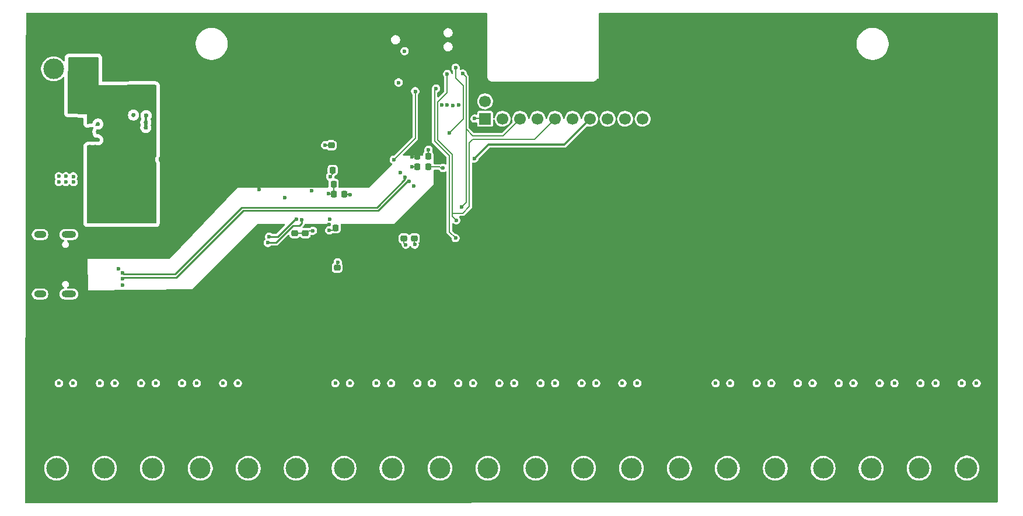
<source format=gbr>
%TF.GenerationSoftware,KiCad,Pcbnew,9.0.2*%
%TF.CreationDate,2025-07-14T16:58:00+03:00*%
%TF.ProjectId,vehicle_io_validator,76656869-636c-4655-9f69-6f5f76616c69,rev?*%
%TF.SameCoordinates,Original*%
%TF.FileFunction,Copper,L4,Bot*%
%TF.FilePolarity,Positive*%
%FSLAX46Y46*%
G04 Gerber Fmt 4.6, Leading zero omitted, Abs format (unit mm)*
G04 Created by KiCad (PCBNEW 9.0.2) date 2025-07-14 16:58:00*
%MOMM*%
%LPD*%
G01*
G04 APERTURE LIST*
G04 Aperture macros list*
%AMRoundRect*
0 Rectangle with rounded corners*
0 $1 Rounding radius*
0 $2 $3 $4 $5 $6 $7 $8 $9 X,Y pos of 4 corners*
0 Add a 4 corners polygon primitive as box body*
4,1,4,$2,$3,$4,$5,$6,$7,$8,$9,$2,$3,0*
0 Add four circle primitives for the rounded corners*
1,1,$1+$1,$2,$3*
1,1,$1+$1,$4,$5*
1,1,$1+$1,$6,$7*
1,1,$1+$1,$8,$9*
0 Add four rect primitives between the rounded corners*
20,1,$1+$1,$2,$3,$4,$5,0*
20,1,$1+$1,$4,$5,$6,$7,0*
20,1,$1+$1,$6,$7,$8,$9,0*
20,1,$1+$1,$8,$9,$2,$3,0*%
G04 Aperture macros list end*
%TA.AperFunction,ComponentPad*%
%ADD10C,3.000000*%
%TD*%
%TA.AperFunction,HeatsinkPad*%
%ADD11O,2.100000X1.000000*%
%TD*%
%TA.AperFunction,HeatsinkPad*%
%ADD12O,1.800000X1.000000*%
%TD*%
%TA.AperFunction,ComponentPad*%
%ADD13R,1.700000X1.700000*%
%TD*%
%TA.AperFunction,ComponentPad*%
%ADD14C,1.700000*%
%TD*%
%TA.AperFunction,SMDPad,CuDef*%
%ADD15RoundRect,0.225000X-0.250000X0.225000X-0.250000X-0.225000X0.250000X-0.225000X0.250000X0.225000X0*%
%TD*%
%TA.AperFunction,SMDPad,CuDef*%
%ADD16RoundRect,0.225000X0.225000X0.250000X-0.225000X0.250000X-0.225000X-0.250000X0.225000X-0.250000X0*%
%TD*%
%TA.AperFunction,SMDPad,CuDef*%
%ADD17RoundRect,0.225000X0.250000X-0.225000X0.250000X0.225000X-0.250000X0.225000X-0.250000X-0.225000X0*%
%TD*%
%TA.AperFunction,SMDPad,CuDef*%
%ADD18RoundRect,0.225000X-0.225000X-0.250000X0.225000X-0.250000X0.225000X0.250000X-0.225000X0.250000X0*%
%TD*%
%TA.AperFunction,ViaPad*%
%ADD19C,0.600000*%
%TD*%
%TA.AperFunction,Conductor*%
%ADD20C,0.200000*%
%TD*%
%TA.AperFunction,Conductor*%
%ADD21C,0.250000*%
%TD*%
%TA.AperFunction,Conductor*%
%ADD22C,0.300000*%
%TD*%
G04 APERTURE END LIST*
D10*
%TO.P,J19,1,Pin_1*%
%TO.N,/inputs/input_protection2/IN*%
X68799557Y-109040000D03*
%TD*%
%TO.P,J1,1,Pin_1*%
%TO.N,/inputs/input_protection11/IN*%
X131359778Y-109040000D03*
%TD*%
%TO.P,J15,1,Pin_1*%
%TO.N,/inputs/input_protection6/IN*%
X96604100Y-109040000D03*
%TD*%
%TO.P,J9,1,Pin_1*%
%TO.N,/inputs/input_protection19/IN*%
X186968864Y-109040000D03*
%TD*%
%TO.P,J21,1,Pin_1*%
%TO.N,Net-(D63-A)*%
X61400000Y-51040000D03*
%TD*%
%TO.P,J5,1,Pin_1*%
%TO.N,/inputs/input_protection15/IN*%
X159164321Y-109040000D03*
%TD*%
%TO.P,J17,1,Pin_1*%
%TO.N,/inputs/input_protection4/IN*%
X82701828Y-109040000D03*
%TD*%
%TO.P,J8,1,Pin_1*%
%TO.N,/inputs/input_protection18/IN*%
X180017729Y-109040000D03*
%TD*%
%TO.P,J7,1,Pin_1*%
%TO.N,/inputs/input_protection17/IN*%
X173066593Y-109040000D03*
%TD*%
%TO.P,J13,1,Pin_1*%
%TO.N,/inputs/input_protection8/IN*%
X110506371Y-109040000D03*
%TD*%
%TO.P,J4,1,Pin_1*%
%TO.N,/inputs/input_protection14/IN*%
X152213186Y-109040000D03*
%TD*%
%TO.P,J23,1,Pin_1*%
%TO.N,GND*%
X61370000Y-45680000D03*
%TD*%
%TO.P,J20,1,Pin_1*%
%TO.N,/inputs/input_protection1/IN*%
X61848421Y-109040000D03*
%TD*%
%TO.P,J18,1,Pin_1*%
%TO.N,/inputs/input_protection3/IN*%
X75750692Y-109040000D03*
%TD*%
%TO.P,J25,1,Pin_1*%
%TO.N,+VIN*%
X65800000Y-51040000D03*
%TD*%
%TO.P,J3,1,Pin_1*%
%TO.N,/inputs/input_protection13/IN*%
X145262050Y-109040000D03*
%TD*%
D11*
%TO.P,J22,S1,SHIELD*%
%TO.N,Net-(J22-SHIELD)*%
X63630000Y-75095000D03*
D12*
X59450000Y-75095000D03*
D11*
X63630000Y-83735000D03*
D12*
X59450000Y-83735000D03*
%TD*%
D10*
%TO.P,J26,1,Pin_1*%
%TO.N,GND*%
X65800000Y-45680000D03*
%TD*%
D13*
%TO.P,J27,1,VTREF*%
%TO.N,+3V3*%
X124010000Y-58290000D03*
D14*
%TO.P,J27,2,VCC/NC*%
%TO.N,unconnected-(J27-VCC{slash}NC-Pad2)*%
X124010000Y-55750000D03*
%TO.P,J27,3,~{TRST}*%
%TO.N,unconnected-(J27-~{TRST}-Pad3)*%
X126550000Y-58290000D03*
%TO.P,J27,4,GND*%
%TO.N,GND*%
X126550000Y-55750000D03*
%TO.P,J27,5,TDI*%
%TO.N,/leds/LED_RED16*%
X129090000Y-58290000D03*
%TO.P,J27,6,GND*%
%TO.N,GND*%
X129090000Y-55750000D03*
%TO.P,J27,7,TMS/SWDIO*%
%TO.N,/leds/LED_RED14*%
X131630000Y-58290000D03*
%TO.P,J27,8,GND*%
%TO.N,GND*%
X131630000Y-55750000D03*
%TO.P,J27,9,TCK/SWCLK*%
%TO.N,/leds/LED_RED15*%
X134170000Y-58290000D03*
%TO.P,J27,10,GND*%
%TO.N,GND*%
X134170000Y-55750000D03*
%TO.P,J27,11,RTCK*%
%TO.N,unconnected-(J27-RTCK-Pad11)*%
X136710000Y-58290000D03*
%TO.P,J27,12,GND*%
%TO.N,GND*%
X136710000Y-55750000D03*
%TO.P,J27,13,TDO/SWO*%
%TO.N,/leds/LED_RED20*%
X139250000Y-58290000D03*
%TO.P,J27,14,GND*%
%TO.N,GND*%
X139250000Y-55750000D03*
%TO.P,J27,15,~{SRST}*%
%TO.N,/mcu/RESET*%
X141790000Y-58290000D03*
%TO.P,J27,16,GND*%
%TO.N,GND*%
X141790000Y-55750000D03*
%TO.P,J27,17,DBGRQ/NC*%
%TO.N,unconnected-(J27-DBGRQ{slash}NC-Pad17)*%
X144330000Y-58290000D03*
%TO.P,J27,18,GND*%
%TO.N,GND*%
X144330000Y-55750000D03*
%TO.P,J27,19,DBGACK/NC*%
%TO.N,unconnected-(J27-DBGACK{slash}NC-Pad19)*%
X146870000Y-58290000D03*
%TO.P,J27,20,GND*%
%TO.N,GND*%
X146870000Y-55750000D03*
%TD*%
D10*
%TO.P,J11,1,Pin_1*%
%TO.N,/inputs/input_protection10/IN*%
X124408643Y-109040000D03*
%TD*%
%TO.P,J2,1,Pin_1*%
%TO.N,/inputs/input_protection12/IN*%
X138310914Y-109040000D03*
%TD*%
%TO.P,J6,1,Pin_1*%
%TO.N,/inputs/input_protection16/IN*%
X166115457Y-109040000D03*
%TD*%
%TO.P,J12,1,Pin_1*%
%TO.N,/inputs/input_protection9/IN*%
X117457507Y-109040000D03*
%TD*%
%TO.P,J16,1,Pin_1*%
%TO.N,/inputs/input_protection5/IN*%
X89652964Y-109040000D03*
%TD*%
%TO.P,J14,1,Pin_1*%
%TO.N,/inputs/input_protection7/IN*%
X103555235Y-109040000D03*
%TD*%
%TO.P,J10,1,Pin_1*%
%TO.N,/inputs/input_protection20/IN*%
X193920000Y-109000000D03*
%TD*%
D15*
%TO.P,C6,1*%
%TO.N,+3V3*%
X97930000Y-74900000D03*
%TO.P,C6,2*%
%TO.N,GND*%
X97930000Y-76450000D03*
%TD*%
D16*
%TO.P,C2,1*%
%TO.N,+3V3*%
X115760000Y-65270000D03*
%TO.P,C2,2*%
%TO.N,GND*%
X114210000Y-65270000D03*
%TD*%
D15*
%TO.P,C7,1*%
%TO.N,+3V3*%
X96390000Y-74910000D03*
%TO.P,C7,2*%
%TO.N,GND*%
X96390000Y-76460000D03*
%TD*%
D17*
%TO.P,C5,1*%
%TO.N,+3V3*%
X113770000Y-75645000D03*
%TO.P,C5,2*%
%TO.N,GND*%
X113770000Y-74095000D03*
%TD*%
D15*
%TO.P,C10,1*%
%TO.N,+3V3*%
X101720000Y-62105000D03*
%TO.P,C10,2*%
%TO.N,GND*%
X101720000Y-63655000D03*
%TD*%
D18*
%TO.P,C13,1*%
%TO.N,+3V3*%
X102035000Y-67750000D03*
%TO.P,C13,2*%
%TO.N,GND*%
X103585000Y-67750000D03*
%TD*%
%TO.P,C12,1*%
%TO.N,+3V3*%
X102335000Y-74100000D03*
%TO.P,C12,2*%
%TO.N,GND*%
X103885000Y-74100000D03*
%TD*%
%TO.P,C3,1*%
%TO.N,+3V3*%
X102040000Y-69270000D03*
%TO.P,C3,2*%
%TO.N,GND*%
X103590000Y-69270000D03*
%TD*%
%TO.P,C8,1*%
%TO.N,+3V3*%
X101925000Y-65730000D03*
%TO.P,C8,2*%
%TO.N,GND*%
X103475000Y-65730000D03*
%TD*%
D16*
%TO.P,C9,1*%
%TO.N,+3V3*%
X115760000Y-63695000D03*
%TO.P,C9,2*%
%TO.N,GND*%
X114210000Y-63695000D03*
%TD*%
D15*
%TO.P,C4,1*%
%TO.N,+3V3*%
X102550000Y-79895000D03*
%TO.P,C4,2*%
%TO.N,GND*%
X102550000Y-81445000D03*
%TD*%
D17*
%TO.P,C1,1*%
%TO.N,/mcu/VCAP*%
X112240000Y-75645000D03*
%TO.P,C1,2*%
%TO.N,GND*%
X112240000Y-74095000D03*
%TD*%
D19*
%TO.N,GND*%
X113510000Y-87630000D03*
X147637500Y-43560000D03*
X91050000Y-82925000D03*
X172489643Y-113640000D03*
X96450000Y-81050000D03*
X98470000Y-105140000D03*
X165957738Y-43560000D03*
X57770000Y-47115714D03*
X57770000Y-55443095D03*
X197960000Y-105212619D03*
X122300000Y-43270000D03*
X128700000Y-88920000D03*
X66795952Y-60445000D03*
X154169405Y-113640000D03*
X57770000Y-68766905D03*
X91220000Y-68550000D03*
X101690000Y-64540000D03*
X160831309Y-113640000D03*
X197960000Y-78565000D03*
X162790000Y-87630000D03*
X73295952Y-50770000D03*
X197960000Y-53582857D03*
X57770000Y-93749048D03*
X108752738Y-43270000D03*
X192520000Y-87620000D03*
X89300000Y-43270000D03*
X137514643Y-113640000D03*
X197960000Y-71903095D03*
X57770000Y-88752619D03*
X186590000Y-87650000D03*
X72213810Y-113740000D03*
X61560000Y-87600000D03*
X195810000Y-88930000D03*
X197960000Y-66906667D03*
X102192381Y-113740000D03*
X57770000Y-77094286D03*
X189144405Y-113640000D03*
X197960000Y-93554286D03*
X71450000Y-82425000D03*
X62445952Y-61220000D03*
X104400000Y-65760000D03*
X70950000Y-105170000D03*
X74795952Y-58795000D03*
X183870000Y-88920000D03*
X107188810Y-113740000D03*
X127314524Y-113640000D03*
X113749167Y-43270000D03*
X132518214Y-113640000D03*
X57770000Y-63770476D03*
X197960000Y-45255476D03*
X197960000Y-75234048D03*
X70730000Y-88930000D03*
X113740000Y-73050000D03*
X108994286Y-113640000D03*
X81320952Y-68720000D03*
X112083691Y-43270000D03*
X100349047Y-43280000D03*
X187980000Y-105160000D03*
X125649048Y-113640000D03*
X57770000Y-107072857D03*
X80541190Y-113740000D03*
X91075000Y-84825000D03*
X57770000Y-50446667D03*
X132910000Y-105180000D03*
X102550000Y-82300000D03*
X66295952Y-61345000D03*
X91760000Y-73850000D03*
X70620952Y-51545000D03*
X197960000Y-56913810D03*
X197960000Y-58579286D03*
X57770000Y-100410952D03*
X197960000Y-91888810D03*
X131380000Y-87640000D03*
X160000000Y-60000000D03*
X87203095Y-113740000D03*
X105523333Y-113740000D03*
X77810000Y-105140000D03*
X57770000Y-62105000D03*
X152503928Y-113640000D03*
X197960000Y-70237619D03*
X190000000Y-67500000D03*
X165827738Y-113640000D03*
X91798214Y-43280000D03*
X135250000Y-67500000D03*
X167493214Y-113640000D03*
X68700000Y-84620000D03*
X187500000Y-67500000D03*
X57770000Y-112069286D03*
X197960000Y-83561429D03*
X73220952Y-49845000D03*
X167500000Y-62500000D03*
X197960000Y-48586429D03*
X73480000Y-87630000D03*
X159295833Y-43560000D03*
X169288690Y-43560000D03*
X70860000Y-80060000D03*
X81670952Y-59931667D03*
X104410000Y-69290000D03*
X174285119Y-43560000D03*
X129206429Y-53240000D03*
X164292262Y-43560000D03*
X78600000Y-43310000D03*
X79410000Y-87640000D03*
X105345476Y-43280000D03*
X157630357Y-43560000D03*
X155834881Y-113640000D03*
X118969047Y-43270000D03*
X57770000Y-113734762D03*
X190000000Y-70000000D03*
X187478928Y-113640000D03*
X73879286Y-113740000D03*
X65130000Y-76240000D03*
X57770000Y-43784762D03*
X130852738Y-113640000D03*
X57770000Y-75428810D03*
X78100000Y-51475000D03*
X130871905Y-53240000D03*
X197960000Y-65241190D03*
X197960000Y-63575714D03*
X67217381Y-113740000D03*
X88868571Y-113740000D03*
X139370000Y-53190000D03*
X101610000Y-87640000D03*
X125875476Y-53240000D03*
X146670000Y-105130000D03*
X102335000Y-61235000D03*
X97500000Y-52500000D03*
X57770000Y-105407381D03*
X102014523Y-43280000D03*
X152633928Y-43560000D03*
X122318095Y-113640000D03*
X134650000Y-88930000D03*
X58890000Y-113740000D03*
X197960000Y-88557857D03*
X81670952Y-67591667D03*
X76945952Y-64190000D03*
X96300000Y-77380000D03*
X132708095Y-53190000D03*
X197960000Y-85226905D03*
X65551905Y-113740000D03*
X100000000Y-55000000D03*
X92199524Y-113740000D03*
X140980000Y-48943691D03*
X112325238Y-113640000D03*
X162500000Y-60000000D03*
X143320000Y-87620000D03*
X57770000Y-53777619D03*
X197960000Y-96885238D03*
X144306547Y-43560000D03*
X107208214Y-43290000D03*
X57770000Y-95414524D03*
X189830000Y-88930000D03*
X104890000Y-88920000D03*
X113380000Y-63810000D03*
X119130000Y-105150000D03*
X116810000Y-88950000D03*
X189274405Y-43560000D03*
X64780000Y-88970000D03*
X113625000Y-68050000D03*
X70472619Y-43290000D03*
X72995952Y-57745000D03*
X170824167Y-113640000D03*
X167623214Y-43560000D03*
X71180952Y-48595000D03*
X197960000Y-55248333D03*
X57770000Y-82090714D03*
X80670952Y-64370000D03*
X59773571Y-43290000D03*
X149172976Y-113640000D03*
X72573571Y-43300000D03*
X115656190Y-113640000D03*
X70595952Y-50670000D03*
X103680000Y-43280000D03*
X57770000Y-98745476D03*
X142511071Y-113640000D03*
X64770000Y-43290000D03*
X78100000Y-50500000D03*
X57770000Y-85421667D03*
X184147976Y-113640000D03*
X182500000Y-70000000D03*
X100000000Y-52500000D03*
X195880000Y-43560000D03*
X182482500Y-113640000D03*
X81670952Y-62485000D03*
X57770000Y-80425238D03*
X160000000Y-62500000D03*
X98861429Y-113740000D03*
X97925000Y-84750000D03*
X57770000Y-48781191D03*
X93865000Y-113740000D03*
X61439047Y-43290000D03*
X185813452Y-113640000D03*
X95000000Y-52500000D03*
X153570000Y-105150000D03*
X74795952Y-59570000D03*
X125450000Y-87640000D03*
X154299405Y-43560000D03*
X57770000Y-108738333D03*
X155964881Y-43560000D03*
X57770000Y-102076429D03*
X140975595Y-43560000D03*
X104730000Y-74130000D03*
X150968452Y-43560000D03*
X122750000Y-88950000D03*
X185000000Y-67500000D03*
X119500000Y-87600000D03*
X113390000Y-65270000D03*
X74239047Y-43300000D03*
X63886429Y-113740000D03*
X187500000Y-70000000D03*
X124017262Y-45687262D03*
X117321667Y-113640000D03*
X57770000Y-110403810D03*
X197960000Y-43590000D03*
X76450000Y-48650000D03*
X167500000Y-60000000D03*
X57770000Y-72097857D03*
X111750000Y-66100000D03*
X175950595Y-43560000D03*
X123983571Y-113640000D03*
X64980000Y-73060000D03*
X192605357Y-43560000D03*
X66820952Y-59770000D03*
X88630000Y-88940000D03*
X113590000Y-45220000D03*
X197960000Y-86892381D03*
X197960000Y-101881667D03*
X77175000Y-48675000D03*
X98880000Y-68730000D03*
X112260000Y-105130000D03*
X85390000Y-87630000D03*
X112250000Y-73040000D03*
X168740000Y-87640000D03*
X160961309Y-43560000D03*
X57770000Y-97080000D03*
X57770000Y-58774048D03*
X115611905Y-43280000D03*
X140250000Y-67500000D03*
X134183690Y-113640000D03*
X169158690Y-113640000D03*
X180630000Y-87630000D03*
X91600000Y-105150000D03*
X124210000Y-53240000D03*
X67845952Y-59045000D03*
X177486071Y-113640000D03*
X197960000Y-76899524D03*
X78100000Y-49525000D03*
X103857857Y-113740000D03*
X174155119Y-113640000D03*
X175820595Y-113640000D03*
X73320952Y-51645000D03*
X116910000Y-64420000D03*
X57770000Y-78759762D03*
X81670952Y-54825000D03*
X113335000Y-79150000D03*
X72675952Y-48595000D03*
X68882857Y-113740000D03*
X120652619Y-113640000D03*
X94640000Y-67990000D03*
X197960000Y-113540000D03*
X77210238Y-113740000D03*
X63945952Y-61220000D03*
X117440000Y-48390000D03*
X102500000Y-55000000D03*
X95000000Y-55000000D03*
X194084524Y-113640000D03*
X104450000Y-67920000D03*
X120634524Y-43270000D03*
X172619643Y-43560000D03*
X140980000Y-45612738D03*
X140980000Y-52540000D03*
X80695952Y-65745000D03*
X117303571Y-43270000D03*
X146610000Y-88950000D03*
X81640000Y-52620000D03*
X197960000Y-61910238D03*
X197960000Y-80230476D03*
X57770000Y-90418095D03*
X165000000Y-60000000D03*
X182500000Y-67500000D03*
X75544762Y-113740000D03*
X83872143Y-113740000D03*
X81670952Y-65038334D03*
X180817024Y-113640000D03*
X75500000Y-51475000D03*
X65520952Y-61345000D03*
X124017262Y-50683691D03*
X197960000Y-68572143D03*
X194870000Y-105160000D03*
X82660000Y-88950000D03*
X110850000Y-88950000D03*
X197960000Y-50251905D03*
X140980000Y-47278214D03*
X57770000Y-87087143D03*
X64980000Y-72180000D03*
X114800000Y-48430000D03*
X197960000Y-110209048D03*
X95530476Y-113740000D03*
X67540000Y-87640000D03*
X124017262Y-49018215D03*
X69685952Y-48595000D03*
X135250000Y-65000000D03*
X140610000Y-88970000D03*
X74845952Y-57795000D03*
X101443722Y-72882818D03*
X107620000Y-87640000D03*
X98657381Y-43290000D03*
X101380000Y-73670000D03*
X197960000Y-108543571D03*
X110659762Y-113640000D03*
X167330000Y-105140000D03*
X165000000Y-62500000D03*
X60820952Y-62245000D03*
X70480000Y-78260000D03*
X70620952Y-49895000D03*
X137750000Y-65000000D03*
X57770000Y-52112143D03*
X117390000Y-79060000D03*
X118987143Y-113640000D03*
X97370000Y-77380000D03*
X185943452Y-43560000D03*
X81670952Y-57378334D03*
X75500000Y-50500000D03*
X197960000Y-46920952D03*
X105370000Y-105170000D03*
X67070952Y-61345000D03*
X197960000Y-73568571D03*
X96794643Y-43280000D03*
X57770000Y-73763333D03*
X57770000Y-103741905D03*
X145842024Y-113640000D03*
X136039047Y-53190000D03*
X65350000Y-82890000D03*
X194214524Y-43560000D03*
X179151547Y-113640000D03*
X139800000Y-105150000D03*
X62220952Y-113740000D03*
X177920000Y-88930000D03*
X197960000Y-95219762D03*
X75904524Y-43300000D03*
X174220000Y-105170000D03*
X166050000Y-88940000D03*
X135849167Y-113640000D03*
X187608928Y-43560000D03*
X197960000Y-100216190D03*
X197960000Y-111874524D03*
X78875714Y-113740000D03*
X195750000Y-113640000D03*
X115540000Y-77020000D03*
X57770000Y-60439524D03*
X181110000Y-105170000D03*
X57770000Y-70432381D03*
X164162262Y-113640000D03*
X197960000Y-98550714D03*
X185000000Y-70000000D03*
X113990714Y-113640000D03*
X174690000Y-87640000D03*
X57770000Y-57108572D03*
X140980000Y-50609167D03*
X100526905Y-113740000D03*
X190939881Y-43560000D03*
X90534048Y-113740000D03*
X162500000Y-62500000D03*
X197960000Y-60244762D03*
X197960000Y-103547143D03*
X102500000Y-52500000D03*
X110418214Y-43270000D03*
X85537619Y-113740000D03*
X95450000Y-81000000D03*
X190809881Y-113640000D03*
X150838452Y-113640000D03*
X57770000Y-45450238D03*
X75500000Y-49525000D03*
X76700000Y-88940000D03*
X97195952Y-113740000D03*
X127540952Y-53240000D03*
X68220000Y-43290000D03*
X142641071Y-43560000D03*
X57770000Y-92083572D03*
X126000000Y-105120000D03*
X77570000Y-43300000D03*
X149302976Y-43560000D03*
X140845595Y-113640000D03*
X156810000Y-87650000D03*
X102350000Y-76580000D03*
X63195952Y-61220000D03*
X94960000Y-69730000D03*
X137750000Y-67500000D03*
X82206667Y-113740000D03*
X142750000Y-67500000D03*
X93463690Y-43280000D03*
X197960000Y-81895952D03*
X192475357Y-113640000D03*
X64040000Y-105150000D03*
X137704524Y-53190000D03*
X142750000Y-65000000D03*
X162496786Y-113640000D03*
X134373571Y-53190000D03*
X120380000Y-81440000D03*
X74170952Y-48595000D03*
X63104524Y-43290000D03*
X170954167Y-43560000D03*
X147507500Y-113640000D03*
X197960000Y-51917381D03*
X171960000Y-88950000D03*
X162626786Y-43560000D03*
X97500000Y-55000000D03*
X139180119Y-113640000D03*
X123990000Y-43320000D03*
X160450000Y-105150000D03*
X66554524Y-43290000D03*
X137310000Y-87640000D03*
X67845952Y-61345000D03*
X197960000Y-106878095D03*
X197960000Y-90223333D03*
X144176547Y-113640000D03*
X79945952Y-68745000D03*
X145972024Y-43560000D03*
X157500357Y-113640000D03*
X95129167Y-43280000D03*
X160130000Y-88940000D03*
X60555476Y-113740000D03*
X159165833Y-113640000D03*
X128980000Y-113640000D03*
X84690000Y-105150000D03*
X124017262Y-47352738D03*
X140250000Y-65000000D03*
X70548333Y-113740000D03*
X57770000Y-83756191D03*
%TO.N,/mcu/VCAP*%
X112501325Y-76552096D03*
%TO.N,+3V3*%
X62190000Y-96680000D03*
X112340000Y-48460000D03*
X175320000Y-96680000D03*
X115800000Y-62760000D03*
X183420000Y-96680000D03*
X76240000Y-96680000D03*
X88140000Y-96680000D03*
X143930000Y-96680000D03*
X80050000Y-96680000D03*
X100820000Y-62120000D03*
X120131597Y-96680000D03*
X64268333Y-66650000D03*
X111470000Y-53020000D03*
X63189166Y-67450000D03*
X82180000Y-96680000D03*
X74110000Y-96680000D03*
X114199713Y-96680000D03*
X163420000Y-96680000D03*
X122500000Y-58250000D03*
X64240000Y-96680000D03*
X99030000Y-74545000D03*
X64310000Y-67450000D03*
X126090000Y-96680000D03*
X195320000Y-96680000D03*
X70280000Y-96680000D03*
X187190000Y-96680000D03*
X86010000Y-96680000D03*
X171530000Y-96680000D03*
X169370000Y-96680000D03*
X101530000Y-66660000D03*
X118530000Y-56270000D03*
X177460000Y-96680000D03*
X140140000Y-96680000D03*
X159590000Y-96680000D03*
X62168333Y-66633333D03*
X117700000Y-56250000D03*
X181270000Y-96680000D03*
X116298372Y-96680000D03*
X146090000Y-96680000D03*
X110383485Y-96680000D03*
X157460000Y-96680000D03*
X122285556Y-96680000D03*
X113810000Y-76550000D03*
X128240000Y-96680000D03*
X165550000Y-96680000D03*
X132070000Y-96680000D03*
X134170000Y-96680000D03*
X117910000Y-65420000D03*
X189380000Y-96680000D03*
X102294128Y-96680000D03*
X63193333Y-66625000D03*
X68130000Y-96680000D03*
X193170000Y-96680000D03*
X108233152Y-96680000D03*
X101290000Y-69170000D03*
X62168333Y-67450000D03*
X120160000Y-56270000D03*
X138010000Y-96680000D03*
X104409785Y-96680000D03*
X101416326Y-74469177D03*
X102640000Y-79110000D03*
X119310000Y-56320000D03*
%TO.N,/leds/LED_RED5*%
X92680000Y-75400000D03*
X96628465Y-72863908D03*
%TO.N,/leds/LED_BLUE5*%
X92490000Y-76290000D03*
X97420000Y-72980000D03*
%TO.N,/leds/LED_RED14*%
X116900000Y-53870000D03*
X119730000Y-75600000D03*
%TO.N,/leds/LED_RED16*%
X120780000Y-51730000D03*
X120620000Y-71070000D03*
%TO.N,/leds/LED_RED20*%
X119745000Y-50865000D03*
X118795000Y-60365000D03*
X122465000Y-64035000D03*
%TO.N,+VIN*%
X65670952Y-56795000D03*
X63920952Y-53795000D03*
X70600000Y-72850000D03*
X64020952Y-56795000D03*
X70600000Y-70075000D03*
X64845952Y-56795000D03*
X70600000Y-71925000D03*
X68616667Y-70075000D03*
X70600000Y-71000000D03*
X67625000Y-71916667D03*
X67625000Y-70983333D03*
X67625000Y-72850000D03*
X66495952Y-56795000D03*
X64745952Y-53795000D03*
X66395952Y-53795000D03*
X65570952Y-53795000D03*
X69608333Y-70075000D03*
X67625000Y-70075000D03*
%TO.N,/USB_N*%
X112417157Y-66797157D03*
X71450000Y-80690000D03*
%TO.N,/USB_P*%
X112982843Y-67362843D03*
X71450000Y-81490000D03*
%TO.N,/leds/LED_RED15*%
X118510000Y-51780000D03*
X119830000Y-73020000D03*
%TO.N,/mcu/RESET*%
X110760000Y-64230000D03*
X113880000Y-54290000D03*
%TD*%
D20*
%TO.N,GND*%
X113740000Y-73050000D02*
X113740000Y-74065000D01*
X104380000Y-67920000D02*
X104210000Y-67750000D01*
D21*
X101690000Y-63685000D02*
X101720000Y-63655000D01*
D20*
X97960000Y-76480000D02*
X97930000Y-76450000D01*
X113420000Y-63920000D02*
X113440000Y-63920000D01*
X97960000Y-76790000D02*
X97960000Y-76480000D01*
X112250000Y-73040000D02*
X112250000Y-74085000D01*
X96390000Y-77290000D02*
X96390000Y-76460000D01*
X96300000Y-77380000D02*
X96390000Y-77290000D01*
X103915000Y-74130000D02*
X103885000Y-74100000D01*
D21*
X101690000Y-64540000D02*
X101690000Y-63685000D01*
D20*
X113390000Y-65270000D02*
X114210000Y-65270000D01*
D21*
X103505000Y-65760000D02*
X103475000Y-65730000D01*
D20*
X97370000Y-77380000D02*
X97960000Y-76790000D01*
X113740000Y-74065000D02*
X113770000Y-74095000D01*
D21*
X103590000Y-69270000D02*
X104390000Y-69270000D01*
D20*
X102530000Y-82280000D02*
X102530000Y-81465000D01*
X104210000Y-67750000D02*
X103585000Y-67750000D01*
X112250000Y-74085000D02*
X112240000Y-74095000D01*
X104730000Y-74130000D02*
X103915000Y-74130000D01*
X102530000Y-81465000D02*
X102550000Y-81445000D01*
D21*
X104390000Y-69270000D02*
X104410000Y-69290000D01*
D20*
X104450000Y-67920000D02*
X104380000Y-67920000D01*
X102550000Y-82300000D02*
X102530000Y-82280000D01*
X113380000Y-63810000D02*
X114095000Y-63810000D01*
X114095000Y-63810000D02*
X114210000Y-63695000D01*
D21*
X104400000Y-65760000D02*
X103505000Y-65760000D01*
D20*
%TO.N,/mcu/VCAP*%
X112240000Y-75645000D02*
X112250000Y-75655000D01*
X112250000Y-75655000D02*
X112250000Y-76300771D01*
X112250000Y-76300771D02*
X112501325Y-76552096D01*
%TO.N,+3V3*%
X117435000Y-65270000D02*
X115760000Y-65270000D01*
X98080000Y-74900000D02*
X97930000Y-74900000D01*
X113770000Y-76510000D02*
X113810000Y-76550000D01*
X117585000Y-65420000D02*
X117435000Y-65270000D01*
X98435000Y-74545000D02*
X98080000Y-74900000D01*
X97920000Y-74910000D02*
X97930000Y-74900000D01*
X122500000Y-58250000D02*
X123970000Y-58250000D01*
X102335000Y-74100000D02*
X101965823Y-74469177D01*
X101925000Y-66265000D02*
X101530000Y-66660000D01*
X115800000Y-63655000D02*
X115760000Y-63695000D01*
X102035000Y-69265000D02*
X102035000Y-67750000D01*
X101925000Y-65730000D02*
X101925000Y-66265000D01*
X102540000Y-79885000D02*
X102540000Y-79210000D01*
X100820000Y-62120000D02*
X101705000Y-62120000D01*
X102550000Y-79895000D02*
X102540000Y-79885000D01*
X102040000Y-69270000D02*
X101390000Y-69270000D01*
X99030000Y-74545000D02*
X98435000Y-74545000D01*
X113770000Y-75645000D02*
X113770000Y-76510000D01*
X96390000Y-74910000D02*
X97920000Y-74910000D01*
X101965823Y-74469177D02*
X101416326Y-74469177D01*
X122540000Y-58290000D02*
X122500000Y-58250000D01*
X102040000Y-69270000D02*
X102035000Y-69265000D01*
X117910000Y-65420000D02*
X117585000Y-65420000D01*
X123970000Y-58250000D02*
X124010000Y-58290000D01*
X102540000Y-79210000D02*
X102640000Y-79110000D01*
X115800000Y-62760000D02*
X115800000Y-63655000D01*
X101390000Y-69270000D02*
X101290000Y-69170000D01*
X101705000Y-62120000D02*
X101720000Y-62105000D01*
D21*
%TO.N,/leds/LED_RED5*%
X96628465Y-72863908D02*
X96458282Y-72863908D01*
X93922190Y-75400000D02*
X92680000Y-75400000D01*
X96458282Y-72863908D02*
X93922190Y-75400000D01*
%TO.N,/leds/LED_BLUE5*%
X97080000Y-73820000D02*
X96140000Y-73820000D01*
X97420000Y-72980000D02*
X97420000Y-73480000D01*
X96140000Y-73820000D02*
X93670000Y-76290000D01*
X93670000Y-76290000D02*
X92490000Y-76290000D01*
X97420000Y-73480000D02*
X97080000Y-73820000D01*
D20*
%TO.N,/leds/LED_RED14*%
X118820000Y-74690000D02*
X119730000Y-75600000D01*
X116900000Y-53870000D02*
X116680000Y-54090000D01*
X116680000Y-61500000D02*
X118820000Y-63640000D01*
X116680000Y-54090000D02*
X116680000Y-61500000D01*
X118820000Y-63640000D02*
X118820000Y-74690000D01*
%TO.N,/leds/LED_RED16*%
X121250000Y-59750000D02*
X122250000Y-60750000D01*
X121250000Y-52200000D02*
X121250000Y-59750000D01*
X121250000Y-70440000D02*
X120620000Y-71070000D01*
X126630000Y-60750000D02*
X129090000Y-58290000D01*
X121250000Y-59750000D02*
X121250000Y-70440000D01*
X122250000Y-60750000D02*
X126630000Y-60750000D01*
X120780000Y-51730000D02*
X121250000Y-52200000D01*
%TO.N,/leds/LED_RED20*%
X119745000Y-52405000D02*
X120850000Y-53510000D01*
X120850000Y-53510000D02*
X120850000Y-58310000D01*
D22*
X135540000Y-62000000D02*
X124500000Y-62000000D01*
D20*
X120850000Y-58310000D02*
X118795000Y-60365000D01*
X119745000Y-50865000D02*
X119745000Y-52405000D01*
D22*
X124500000Y-62000000D02*
X122465000Y-64035000D01*
X139250000Y-58290000D02*
X135540000Y-62000000D01*
D21*
%TO.N,/USB_N*%
X71450000Y-80690000D02*
X71624999Y-80864999D01*
X112417157Y-67044644D02*
X112417157Y-66797157D01*
X88726802Y-71145000D02*
X108316801Y-71145000D01*
X71624999Y-80864999D02*
X79006803Y-80864999D01*
X108316801Y-71145000D02*
X112417157Y-67044644D01*
X79006803Y-80864999D02*
X88726802Y-71145000D01*
%TO.N,/USB_P*%
X108503199Y-71595000D02*
X112735356Y-67362843D01*
X71624999Y-81315001D02*
X79193197Y-81315001D01*
X79193197Y-81315001D02*
X88913198Y-71595000D01*
X112735356Y-67362843D02*
X112982843Y-67362843D01*
X71450000Y-81490000D02*
X71624999Y-81315001D01*
X88913198Y-71595000D02*
X108503199Y-71595000D01*
D20*
%TO.N,/leds/LED_RED15*%
X121750000Y-61750000D02*
X121750000Y-71000000D01*
X118510000Y-51780000D02*
X118510000Y-54470000D01*
X131210000Y-61250000D02*
X122250000Y-61250000D01*
X119221000Y-72000000D02*
X119221000Y-72411000D01*
X120750000Y-72000000D02*
X119221000Y-72000000D01*
X134170000Y-58290000D02*
X131210000Y-61250000D01*
X119221000Y-63473900D02*
X119221000Y-72000000D01*
X119221000Y-72411000D02*
X119830000Y-73020000D01*
X122250000Y-61250000D02*
X121750000Y-61750000D01*
X117099000Y-61351900D02*
X119221000Y-63473900D01*
X118510000Y-54470000D02*
X117099000Y-55881000D01*
X117099000Y-55881000D02*
X117099000Y-61351900D01*
X121750000Y-71000000D02*
X120750000Y-72000000D01*
%TO.N,/mcu/RESET*%
X110760000Y-64230000D02*
X111890000Y-63100000D01*
X111910000Y-63100000D02*
X113880000Y-61130000D01*
X111890000Y-63100000D02*
X111910000Y-63100000D01*
X113880000Y-61130000D02*
X113880000Y-54290000D01*
%TO.N,unconnected-(J27-VCC{slash}NC-Pad2)*%
X124010000Y-55750000D02*
X124010000Y-55510000D01*
%TD*%
%TA.AperFunction,Conductor*%
%TO.N,GND*%
G36*
X74886979Y-57502381D02*
G01*
X74920031Y-57508956D01*
X74943277Y-57516006D01*
X74974410Y-57528902D01*
X74995841Y-57540358D01*
X74996053Y-57540500D01*
X75023850Y-57559074D01*
X75042637Y-57574492D01*
X75066454Y-57598308D01*
X75081877Y-57617100D01*
X75100590Y-57645106D01*
X75112050Y-57666546D01*
X75124942Y-57697671D01*
X75131997Y-57720927D01*
X75138569Y-57753961D01*
X75140952Y-57778156D01*
X75140952Y-57811839D01*
X75138568Y-57836035D01*
X75131995Y-57869073D01*
X75124940Y-57892329D01*
X75112049Y-57923451D01*
X75100592Y-57944887D01*
X75075321Y-57982709D01*
X75070336Y-57990317D01*
X75067971Y-57993999D01*
X75067948Y-57994036D01*
X75064419Y-57999638D01*
X75063182Y-58001601D01*
X75005765Y-58133511D01*
X74987277Y-58200902D01*
X74986399Y-58207422D01*
X74986312Y-58208600D01*
X74969349Y-58343657D01*
X74969349Y-58343658D01*
X74992365Y-58485681D01*
X75013244Y-58552359D01*
X75013245Y-58552361D01*
X75023056Y-58572869D01*
X75025760Y-58578932D01*
X75074942Y-58697672D01*
X75081996Y-58720927D01*
X75088568Y-58753960D01*
X75090952Y-58778156D01*
X75090952Y-58811837D01*
X75088569Y-58836032D01*
X75081996Y-58869072D01*
X75074942Y-58892326D01*
X75054529Y-58941610D01*
X75036529Y-58992634D01*
X75029064Y-59018059D01*
X75016616Y-59070731D01*
X75011481Y-59214514D01*
X75011481Y-59214517D01*
X75012383Y-59222903D01*
X75016961Y-59265499D01*
X75018949Y-59283983D01*
X75018949Y-59283987D01*
X75054532Y-59423398D01*
X75077673Y-59479267D01*
X75079629Y-59486126D01*
X75079613Y-59488071D01*
X75081998Y-59495931D01*
X75088569Y-59528962D01*
X75090952Y-59553156D01*
X75090952Y-59586839D01*
X75088568Y-59611035D01*
X75081995Y-59644073D01*
X75074940Y-59667329D01*
X75062050Y-59698449D01*
X75050591Y-59719888D01*
X75031872Y-59747903D01*
X75016451Y-59766693D01*
X74992645Y-59790499D01*
X74973855Y-59805920D01*
X74945837Y-59824641D01*
X74924398Y-59836100D01*
X74893280Y-59848989D01*
X74870023Y-59856045D01*
X74853292Y-59859373D01*
X74836983Y-59862617D01*
X74812793Y-59865000D01*
X74779111Y-59865000D01*
X74754922Y-59862617D01*
X74721876Y-59856044D01*
X74698619Y-59848988D01*
X74667499Y-59836098D01*
X74646059Y-59824638D01*
X74618051Y-59805923D01*
X74599264Y-59790505D01*
X74575447Y-59766689D01*
X74560026Y-59747899D01*
X74541309Y-59719888D01*
X74529853Y-59698455D01*
X74517464Y-59668546D01*
X74516959Y-59667326D01*
X74509906Y-59644073D01*
X74503333Y-59611031D01*
X74500952Y-59586844D01*
X74500952Y-59553151D01*
X74503333Y-59528970D01*
X74509907Y-59495919D01*
X74516958Y-59472675D01*
X74537370Y-59423399D01*
X74555370Y-59372379D01*
X74562839Y-59346944D01*
X74575287Y-59294268D01*
X74580421Y-59150479D01*
X74572952Y-59081010D01*
X74537370Y-58941602D01*
X74516961Y-58892331D01*
X74509906Y-58869072D01*
X74503333Y-58836031D01*
X74500952Y-58811844D01*
X74500952Y-58778153D01*
X74503333Y-58753969D01*
X74509907Y-58720917D01*
X74516959Y-58697671D01*
X74529852Y-58666543D01*
X74541307Y-58645113D01*
X74566561Y-58607321D01*
X74571472Y-58599829D01*
X74573866Y-58596105D01*
X74578718Y-58588406D01*
X74636140Y-58456481D01*
X74654624Y-58389100D01*
X74655167Y-58384782D01*
X74672553Y-58246349D01*
X74672553Y-58246347D01*
X74649538Y-58104320D01*
X74637309Y-58065266D01*
X74629740Y-58041094D01*
X74629159Y-58039025D01*
X74628656Y-58037630D01*
X74618840Y-58017114D01*
X74616134Y-58011047D01*
X74603575Y-57980728D01*
X74603576Y-57980728D01*
X74566959Y-57892326D01*
X74559906Y-57869073D01*
X74553333Y-57836030D01*
X74550952Y-57811844D01*
X74550952Y-57778153D01*
X74553334Y-57753964D01*
X74553335Y-57753961D01*
X74559908Y-57720914D01*
X74566958Y-57697674D01*
X74579854Y-57666539D01*
X74591303Y-57645119D01*
X74610031Y-57617090D01*
X74625440Y-57598316D01*
X74649266Y-57574489D01*
X74668050Y-57559074D01*
X74696063Y-57540356D01*
X74717497Y-57528900D01*
X74748620Y-57516008D01*
X74771870Y-57508955D01*
X74804922Y-57502381D01*
X74829106Y-57500000D01*
X74862794Y-57500000D01*
X74886979Y-57502381D01*
G37*
%TD.AperFunction*%
%TA.AperFunction,Conductor*%
G36*
X67886976Y-58752381D02*
G01*
X67920033Y-58758956D01*
X67943288Y-58766011D01*
X67974402Y-58778899D01*
X67995840Y-58790358D01*
X68023849Y-58809073D01*
X68042637Y-58824492D01*
X68066454Y-58848308D01*
X68081877Y-58867100D01*
X68100590Y-58895106D01*
X68112049Y-58916544D01*
X68122428Y-58941602D01*
X68124942Y-58947670D01*
X68131998Y-58970929D01*
X68138569Y-59003960D01*
X68140952Y-59028154D01*
X68140952Y-59061839D01*
X68138568Y-59086035D01*
X68131995Y-59119073D01*
X68124940Y-59142329D01*
X68112050Y-59173449D01*
X68100591Y-59194888D01*
X68081872Y-59222903D01*
X68066451Y-59241693D01*
X68042645Y-59265499D01*
X68023855Y-59280920D01*
X67995837Y-59299641D01*
X67974400Y-59311100D01*
X67965876Y-59314631D01*
X67943280Y-59323989D01*
X67920023Y-59331045D01*
X67903292Y-59334373D01*
X67886983Y-59337617D01*
X67862793Y-59340000D01*
X67784568Y-59340000D01*
X67773965Y-59339546D01*
X67773877Y-59339538D01*
X67740241Y-59336528D01*
X67739055Y-59336549D01*
X67738996Y-59336544D01*
X67698512Y-59337272D01*
X67698496Y-59337272D01*
X67662660Y-59337910D01*
X67655981Y-59338604D01*
X67650673Y-59338475D01*
X67650665Y-59338476D01*
X67633307Y-59343116D01*
X67616750Y-59346354D01*
X67606810Y-59347603D01*
X67537839Y-59336430D01*
X67485858Y-59289742D01*
X67467370Y-59222363D01*
X67481475Y-59167095D01*
X67511375Y-59109938D01*
X67511380Y-59109928D01*
X67559246Y-58974243D01*
X67559903Y-58970938D01*
X67566961Y-58947668D01*
X67579851Y-58916548D01*
X67591309Y-58895110D01*
X67592723Y-58892994D01*
X67610031Y-58867091D01*
X67625438Y-58848317D01*
X67649268Y-58824487D01*
X67668045Y-58809076D01*
X67696063Y-58790356D01*
X67717497Y-58778900D01*
X67748620Y-58766008D01*
X67771870Y-58758955D01*
X67804922Y-58752381D01*
X67829106Y-58750000D01*
X67862794Y-58750000D01*
X67886976Y-58752381D01*
G37*
%TD.AperFunction*%
%TA.AperFunction,Conductor*%
G36*
X73036979Y-57452381D02*
G01*
X73070031Y-57458956D01*
X73093277Y-57466006D01*
X73124410Y-57478902D01*
X73145842Y-57490359D01*
X73173850Y-57509074D01*
X73192637Y-57524492D01*
X73216454Y-57548308D01*
X73231877Y-57567100D01*
X73250590Y-57595106D01*
X73262050Y-57616546D01*
X73274942Y-57647671D01*
X73281997Y-57670926D01*
X73287317Y-57697671D01*
X73288569Y-57703961D01*
X73290952Y-57728156D01*
X73290952Y-57761839D01*
X73288568Y-57786035D01*
X73281995Y-57819073D01*
X73274940Y-57842329D01*
X73262050Y-57873449D01*
X73250591Y-57894888D01*
X73231872Y-57922903D01*
X73216451Y-57941693D01*
X73192645Y-57965499D01*
X73173855Y-57980920D01*
X73145837Y-57999641D01*
X73124398Y-58011100D01*
X73093280Y-58023989D01*
X73070023Y-58031045D01*
X73053292Y-58034373D01*
X73036983Y-58037617D01*
X73012793Y-58040000D01*
X72979111Y-58040000D01*
X72954922Y-58037617D01*
X72921876Y-58031044D01*
X72898619Y-58023988D01*
X72867499Y-58011098D01*
X72846059Y-57999638D01*
X72818051Y-57980923D01*
X72799264Y-57965505D01*
X72775447Y-57941689D01*
X72760026Y-57922899D01*
X72741309Y-57894888D01*
X72729853Y-57873455D01*
X72724283Y-57860009D01*
X72716959Y-57842326D01*
X72709906Y-57819073D01*
X72703333Y-57786031D01*
X72700952Y-57761844D01*
X72700952Y-57728153D01*
X72703334Y-57703964D01*
X72704586Y-57697671D01*
X72709908Y-57670914D01*
X72716958Y-57647674D01*
X72729854Y-57616539D01*
X72741303Y-57595119D01*
X72760031Y-57567090D01*
X72775440Y-57548316D01*
X72799266Y-57524489D01*
X72818050Y-57509074D01*
X72846063Y-57490356D01*
X72867497Y-57478900D01*
X72898620Y-57466008D01*
X72921870Y-57458955D01*
X72954922Y-57452381D01*
X72979106Y-57450000D01*
X73012794Y-57450000D01*
X73036979Y-57452381D01*
G37*
%TD.AperFunction*%
%TA.AperFunction,Conductor*%
G36*
X124282539Y-42935185D02*
G01*
X124328294Y-42987989D01*
X124339500Y-43039500D01*
X124339500Y-52168846D01*
X124370261Y-52323489D01*
X124370264Y-52323501D01*
X124430602Y-52469172D01*
X124430609Y-52469185D01*
X124518210Y-52600288D01*
X124518213Y-52600292D01*
X124629707Y-52711786D01*
X124629711Y-52711789D01*
X124760814Y-52799390D01*
X124760827Y-52799397D01*
X124906498Y-52859735D01*
X124906503Y-52859737D01*
X125014163Y-52881152D01*
X125061153Y-52890499D01*
X125061156Y-52890500D01*
X125061158Y-52890500D01*
X139618844Y-52890500D01*
X139618845Y-52890499D01*
X139773497Y-52859737D01*
X139919179Y-52799394D01*
X140050289Y-52711789D01*
X140161789Y-52600289D01*
X140196636Y-52548136D01*
X140250245Y-52503334D01*
X140297769Y-52493045D01*
X140490000Y-52490000D01*
X140490000Y-47255312D01*
X177919500Y-47255312D01*
X177919500Y-47559487D01*
X177919501Y-47559504D01*
X177945293Y-47755419D01*
X177959204Y-47861078D01*
X177966037Y-47886580D01*
X178037935Y-48154905D01*
X178154339Y-48435929D01*
X178154344Y-48435940D01*
X178306430Y-48699359D01*
X178306441Y-48699375D01*
X178491610Y-48940693D01*
X178491616Y-48940700D01*
X178706699Y-49155783D01*
X178706706Y-49155789D01*
X178741514Y-49182498D01*
X178948033Y-49340965D01*
X178948040Y-49340969D01*
X179211459Y-49493055D01*
X179211464Y-49493057D01*
X179211467Y-49493059D01*
X179492499Y-49609466D01*
X179786322Y-49688196D01*
X180087906Y-49727900D01*
X180087913Y-49727900D01*
X180392087Y-49727900D01*
X180392094Y-49727900D01*
X180693678Y-49688196D01*
X180987501Y-49609466D01*
X181268533Y-49493059D01*
X181531967Y-49340965D01*
X181773295Y-49155788D01*
X181988388Y-48940695D01*
X182173565Y-48699367D01*
X182325659Y-48435933D01*
X182442066Y-48154901D01*
X182520796Y-47861078D01*
X182560500Y-47559494D01*
X182560500Y-47255306D01*
X182520796Y-46953722D01*
X182442066Y-46659899D01*
X182325659Y-46378867D01*
X182325657Y-46378864D01*
X182325655Y-46378859D01*
X182173569Y-46115440D01*
X182173565Y-46115433D01*
X182120245Y-46045945D01*
X181988389Y-45874106D01*
X181988383Y-45874099D01*
X181773300Y-45659016D01*
X181773293Y-45659010D01*
X181531975Y-45473841D01*
X181531973Y-45473839D01*
X181531967Y-45473835D01*
X181531962Y-45473832D01*
X181531959Y-45473830D01*
X181268540Y-45321744D01*
X181268529Y-45321739D01*
X180987505Y-45205335D01*
X180693674Y-45126603D01*
X180392104Y-45086901D01*
X180392099Y-45086900D01*
X180392094Y-45086900D01*
X180087906Y-45086900D01*
X180087900Y-45086900D01*
X180087895Y-45086901D01*
X179786325Y-45126603D01*
X179492494Y-45205335D01*
X179211470Y-45321739D01*
X179211459Y-45321744D01*
X178948040Y-45473830D01*
X178948024Y-45473841D01*
X178706706Y-45659010D01*
X178706699Y-45659016D01*
X178491616Y-45874099D01*
X178491610Y-45874106D01*
X178306441Y-46115424D01*
X178306430Y-46115440D01*
X178154344Y-46378859D01*
X178154339Y-46378870D01*
X178037935Y-46659894D01*
X177959203Y-46953725D01*
X177919501Y-47255295D01*
X177919500Y-47255312D01*
X140490000Y-47255312D01*
X140490000Y-43039500D01*
X140509685Y-42972461D01*
X140562489Y-42926706D01*
X140614000Y-42915500D01*
X198285500Y-42915500D01*
X198352539Y-42935185D01*
X198398294Y-42987989D01*
X198409500Y-43039500D01*
X198409500Y-113855500D01*
X198389815Y-113922539D01*
X198337011Y-113968294D01*
X198285500Y-113979500D01*
X185975696Y-113979500D01*
X185975505Y-113979449D01*
X185909644Y-113979500D01*
X185836651Y-113979500D01*
X185835780Y-113979556D01*
X57395809Y-114079014D01*
X57328754Y-114059381D01*
X57282959Y-114006613D01*
X57271713Y-113954773D01*
X57277815Y-110809693D01*
X57281477Y-108921995D01*
X60047921Y-108921995D01*
X60047921Y-109158004D01*
X60047922Y-109158020D01*
X60078727Y-109392010D01*
X60139815Y-109619993D01*
X60230135Y-109838045D01*
X60230140Y-109838056D01*
X60301098Y-109960957D01*
X60348148Y-110042450D01*
X60348150Y-110042453D01*
X60348151Y-110042454D01*
X60491827Y-110229697D01*
X60491833Y-110229704D01*
X60658716Y-110396587D01*
X60658722Y-110396592D01*
X60845971Y-110540273D01*
X60977339Y-110616118D01*
X61050364Y-110658280D01*
X61050369Y-110658282D01*
X61050372Y-110658284D01*
X61268428Y-110748606D01*
X61496407Y-110809693D01*
X61730410Y-110840500D01*
X61730417Y-110840500D01*
X61966425Y-110840500D01*
X61966432Y-110840500D01*
X62200435Y-110809693D01*
X62428414Y-110748606D01*
X62646470Y-110658284D01*
X62850871Y-110540273D01*
X63038120Y-110396592D01*
X63205013Y-110229699D01*
X63348694Y-110042450D01*
X63466705Y-109838049D01*
X63557027Y-109619993D01*
X63618114Y-109392014D01*
X63648921Y-109158011D01*
X63648921Y-108921995D01*
X66999057Y-108921995D01*
X66999057Y-109158004D01*
X66999058Y-109158020D01*
X67029863Y-109392010D01*
X67090951Y-109619993D01*
X67181271Y-109838045D01*
X67181276Y-109838056D01*
X67252234Y-109960957D01*
X67299284Y-110042450D01*
X67299286Y-110042453D01*
X67299287Y-110042454D01*
X67442963Y-110229697D01*
X67442969Y-110229704D01*
X67609852Y-110396587D01*
X67609858Y-110396592D01*
X67797107Y-110540273D01*
X67928475Y-110616118D01*
X68001500Y-110658280D01*
X68001505Y-110658282D01*
X68001508Y-110658284D01*
X68219564Y-110748606D01*
X68447543Y-110809693D01*
X68681546Y-110840500D01*
X68681553Y-110840500D01*
X68917561Y-110840500D01*
X68917568Y-110840500D01*
X69151571Y-110809693D01*
X69379550Y-110748606D01*
X69597606Y-110658284D01*
X69802007Y-110540273D01*
X69989256Y-110396592D01*
X70156149Y-110229699D01*
X70299830Y-110042450D01*
X70417841Y-109838049D01*
X70508163Y-109619993D01*
X70569250Y-109392014D01*
X70600057Y-109158011D01*
X70600057Y-108921995D01*
X73950192Y-108921995D01*
X73950192Y-109158004D01*
X73950193Y-109158020D01*
X73980998Y-109392010D01*
X74042086Y-109619993D01*
X74132406Y-109838045D01*
X74132411Y-109838056D01*
X74203369Y-109960957D01*
X74250419Y-110042450D01*
X74250421Y-110042453D01*
X74250422Y-110042454D01*
X74394098Y-110229697D01*
X74394104Y-110229704D01*
X74560987Y-110396587D01*
X74560993Y-110396592D01*
X74748242Y-110540273D01*
X74879610Y-110616118D01*
X74952635Y-110658280D01*
X74952640Y-110658282D01*
X74952643Y-110658284D01*
X75170699Y-110748606D01*
X75398678Y-110809693D01*
X75632681Y-110840500D01*
X75632688Y-110840500D01*
X75868696Y-110840500D01*
X75868703Y-110840500D01*
X76102706Y-110809693D01*
X76330685Y-110748606D01*
X76548741Y-110658284D01*
X76753142Y-110540273D01*
X76940391Y-110396592D01*
X77107284Y-110229699D01*
X77250965Y-110042450D01*
X77368976Y-109838049D01*
X77459298Y-109619993D01*
X77520385Y-109392014D01*
X77551192Y-109158011D01*
X77551192Y-108921995D01*
X80901328Y-108921995D01*
X80901328Y-109158004D01*
X80901329Y-109158020D01*
X80932134Y-109392010D01*
X80993222Y-109619993D01*
X81083542Y-109838045D01*
X81083547Y-109838056D01*
X81154505Y-109960957D01*
X81201555Y-110042450D01*
X81201557Y-110042453D01*
X81201558Y-110042454D01*
X81345234Y-110229697D01*
X81345240Y-110229704D01*
X81512123Y-110396587D01*
X81512129Y-110396592D01*
X81699378Y-110540273D01*
X81830746Y-110616118D01*
X81903771Y-110658280D01*
X81903776Y-110658282D01*
X81903779Y-110658284D01*
X82121835Y-110748606D01*
X82349814Y-110809693D01*
X82583817Y-110840500D01*
X82583824Y-110840500D01*
X82819832Y-110840500D01*
X82819839Y-110840500D01*
X83053842Y-110809693D01*
X83281821Y-110748606D01*
X83499877Y-110658284D01*
X83704278Y-110540273D01*
X83891527Y-110396592D01*
X84058420Y-110229699D01*
X84202101Y-110042450D01*
X84320112Y-109838049D01*
X84410434Y-109619993D01*
X84471521Y-109392014D01*
X84502328Y-109158011D01*
X84502328Y-108921995D01*
X87852464Y-108921995D01*
X87852464Y-109158004D01*
X87852465Y-109158020D01*
X87883270Y-109392010D01*
X87944358Y-109619993D01*
X88034678Y-109838045D01*
X88034683Y-109838056D01*
X88105641Y-109960957D01*
X88152691Y-110042450D01*
X88152693Y-110042453D01*
X88152694Y-110042454D01*
X88296370Y-110229697D01*
X88296376Y-110229704D01*
X88463259Y-110396587D01*
X88463265Y-110396592D01*
X88650514Y-110540273D01*
X88781882Y-110616118D01*
X88854907Y-110658280D01*
X88854912Y-110658282D01*
X88854915Y-110658284D01*
X89072971Y-110748606D01*
X89300950Y-110809693D01*
X89534953Y-110840500D01*
X89534960Y-110840500D01*
X89770968Y-110840500D01*
X89770975Y-110840500D01*
X90004978Y-110809693D01*
X90232957Y-110748606D01*
X90451013Y-110658284D01*
X90655414Y-110540273D01*
X90842663Y-110396592D01*
X91009556Y-110229699D01*
X91153237Y-110042450D01*
X91271248Y-109838049D01*
X91361570Y-109619993D01*
X91422657Y-109392014D01*
X91453464Y-109158011D01*
X91453464Y-108921995D01*
X94803600Y-108921995D01*
X94803600Y-109158004D01*
X94803601Y-109158020D01*
X94834406Y-109392010D01*
X94895494Y-109619993D01*
X94985814Y-109838045D01*
X94985819Y-109838056D01*
X95056777Y-109960957D01*
X95103827Y-110042450D01*
X95103829Y-110042453D01*
X95103830Y-110042454D01*
X95247506Y-110229697D01*
X95247512Y-110229704D01*
X95414395Y-110396587D01*
X95414401Y-110396592D01*
X95601650Y-110540273D01*
X95733018Y-110616118D01*
X95806043Y-110658280D01*
X95806048Y-110658282D01*
X95806051Y-110658284D01*
X96024107Y-110748606D01*
X96252086Y-110809693D01*
X96486089Y-110840500D01*
X96486096Y-110840500D01*
X96722104Y-110840500D01*
X96722111Y-110840500D01*
X96956114Y-110809693D01*
X97184093Y-110748606D01*
X97402149Y-110658284D01*
X97606550Y-110540273D01*
X97793799Y-110396592D01*
X97960692Y-110229699D01*
X98104373Y-110042450D01*
X98222384Y-109838049D01*
X98312706Y-109619993D01*
X98373793Y-109392014D01*
X98404600Y-109158011D01*
X98404600Y-108921995D01*
X101754735Y-108921995D01*
X101754735Y-109158004D01*
X101754736Y-109158020D01*
X101785541Y-109392010D01*
X101846629Y-109619993D01*
X101936949Y-109838045D01*
X101936954Y-109838056D01*
X102007912Y-109960957D01*
X102054962Y-110042450D01*
X102054964Y-110042453D01*
X102054965Y-110042454D01*
X102198641Y-110229697D01*
X102198647Y-110229704D01*
X102365530Y-110396587D01*
X102365536Y-110396592D01*
X102552785Y-110540273D01*
X102684153Y-110616118D01*
X102757178Y-110658280D01*
X102757183Y-110658282D01*
X102757186Y-110658284D01*
X102975242Y-110748606D01*
X103203221Y-110809693D01*
X103437224Y-110840500D01*
X103437231Y-110840500D01*
X103673239Y-110840500D01*
X103673246Y-110840500D01*
X103907249Y-110809693D01*
X104135228Y-110748606D01*
X104353284Y-110658284D01*
X104557685Y-110540273D01*
X104744934Y-110396592D01*
X104911827Y-110229699D01*
X105055508Y-110042450D01*
X105173519Y-109838049D01*
X105263841Y-109619993D01*
X105324928Y-109392014D01*
X105355735Y-109158011D01*
X105355735Y-108921995D01*
X108705871Y-108921995D01*
X108705871Y-109158004D01*
X108705872Y-109158020D01*
X108736677Y-109392010D01*
X108797765Y-109619993D01*
X108888085Y-109838045D01*
X108888090Y-109838056D01*
X108959048Y-109960957D01*
X109006098Y-110042450D01*
X109006100Y-110042453D01*
X109006101Y-110042454D01*
X109149777Y-110229697D01*
X109149783Y-110229704D01*
X109316666Y-110396587D01*
X109316672Y-110396592D01*
X109503921Y-110540273D01*
X109635289Y-110616118D01*
X109708314Y-110658280D01*
X109708319Y-110658282D01*
X109708322Y-110658284D01*
X109926378Y-110748606D01*
X110154357Y-110809693D01*
X110388360Y-110840500D01*
X110388367Y-110840500D01*
X110624375Y-110840500D01*
X110624382Y-110840500D01*
X110858385Y-110809693D01*
X111086364Y-110748606D01*
X111304420Y-110658284D01*
X111508821Y-110540273D01*
X111696070Y-110396592D01*
X111862963Y-110229699D01*
X112006644Y-110042450D01*
X112124655Y-109838049D01*
X112214977Y-109619993D01*
X112276064Y-109392014D01*
X112306871Y-109158011D01*
X112306871Y-108921995D01*
X115657007Y-108921995D01*
X115657007Y-109158004D01*
X115657008Y-109158020D01*
X115687813Y-109392010D01*
X115748901Y-109619993D01*
X115839221Y-109838045D01*
X115839226Y-109838056D01*
X115910184Y-109960957D01*
X115957234Y-110042450D01*
X115957236Y-110042453D01*
X115957237Y-110042454D01*
X116100913Y-110229697D01*
X116100919Y-110229704D01*
X116267802Y-110396587D01*
X116267808Y-110396592D01*
X116455057Y-110540273D01*
X116586425Y-110616118D01*
X116659450Y-110658280D01*
X116659455Y-110658282D01*
X116659458Y-110658284D01*
X116877514Y-110748606D01*
X117105493Y-110809693D01*
X117339496Y-110840500D01*
X117339503Y-110840500D01*
X117575511Y-110840500D01*
X117575518Y-110840500D01*
X117809521Y-110809693D01*
X118037500Y-110748606D01*
X118255556Y-110658284D01*
X118459957Y-110540273D01*
X118647206Y-110396592D01*
X118814099Y-110229699D01*
X118957780Y-110042450D01*
X119075791Y-109838049D01*
X119166113Y-109619993D01*
X119227200Y-109392014D01*
X119258007Y-109158011D01*
X119258007Y-108921995D01*
X122608143Y-108921995D01*
X122608143Y-109158004D01*
X122608144Y-109158020D01*
X122638949Y-109392010D01*
X122700037Y-109619993D01*
X122790357Y-109838045D01*
X122790362Y-109838056D01*
X122861320Y-109960957D01*
X122908370Y-110042450D01*
X122908372Y-110042453D01*
X122908373Y-110042454D01*
X123052049Y-110229697D01*
X123052055Y-110229704D01*
X123218938Y-110396587D01*
X123218944Y-110396592D01*
X123406193Y-110540273D01*
X123537561Y-110616118D01*
X123610586Y-110658280D01*
X123610591Y-110658282D01*
X123610594Y-110658284D01*
X123828650Y-110748606D01*
X124056629Y-110809693D01*
X124290632Y-110840500D01*
X124290639Y-110840500D01*
X124526647Y-110840500D01*
X124526654Y-110840500D01*
X124760657Y-110809693D01*
X124988636Y-110748606D01*
X125206692Y-110658284D01*
X125411093Y-110540273D01*
X125598342Y-110396592D01*
X125765235Y-110229699D01*
X125908916Y-110042450D01*
X126026927Y-109838049D01*
X126117249Y-109619993D01*
X126178336Y-109392014D01*
X126209143Y-109158011D01*
X126209143Y-108921995D01*
X129559278Y-108921995D01*
X129559278Y-109158004D01*
X129559279Y-109158020D01*
X129590084Y-109392010D01*
X129651172Y-109619993D01*
X129741492Y-109838045D01*
X129741497Y-109838056D01*
X129812455Y-109960957D01*
X129859505Y-110042450D01*
X129859507Y-110042453D01*
X129859508Y-110042454D01*
X130003184Y-110229697D01*
X130003190Y-110229704D01*
X130170073Y-110396587D01*
X130170079Y-110396592D01*
X130357328Y-110540273D01*
X130488696Y-110616118D01*
X130561721Y-110658280D01*
X130561726Y-110658282D01*
X130561729Y-110658284D01*
X130779785Y-110748606D01*
X131007764Y-110809693D01*
X131241767Y-110840500D01*
X131241774Y-110840500D01*
X131477782Y-110840500D01*
X131477789Y-110840500D01*
X131711792Y-110809693D01*
X131939771Y-110748606D01*
X132157827Y-110658284D01*
X132362228Y-110540273D01*
X132549477Y-110396592D01*
X132716370Y-110229699D01*
X132860051Y-110042450D01*
X132978062Y-109838049D01*
X133068384Y-109619993D01*
X133129471Y-109392014D01*
X133160278Y-109158011D01*
X133160278Y-108921995D01*
X136510414Y-108921995D01*
X136510414Y-109158004D01*
X136510415Y-109158020D01*
X136541220Y-109392010D01*
X136602308Y-109619993D01*
X136692628Y-109838045D01*
X136692633Y-109838056D01*
X136763591Y-109960957D01*
X136810641Y-110042450D01*
X136810643Y-110042453D01*
X136810644Y-110042454D01*
X136954320Y-110229697D01*
X136954326Y-110229704D01*
X137121209Y-110396587D01*
X137121215Y-110396592D01*
X137308464Y-110540273D01*
X137439832Y-110616118D01*
X137512857Y-110658280D01*
X137512862Y-110658282D01*
X137512865Y-110658284D01*
X137730921Y-110748606D01*
X137958900Y-110809693D01*
X138192903Y-110840500D01*
X138192910Y-110840500D01*
X138428918Y-110840500D01*
X138428925Y-110840500D01*
X138662928Y-110809693D01*
X138890907Y-110748606D01*
X139108963Y-110658284D01*
X139313364Y-110540273D01*
X139500613Y-110396592D01*
X139667506Y-110229699D01*
X139811187Y-110042450D01*
X139929198Y-109838049D01*
X140019520Y-109619993D01*
X140080607Y-109392014D01*
X140111414Y-109158011D01*
X140111414Y-108921995D01*
X143461550Y-108921995D01*
X143461550Y-109158004D01*
X143461551Y-109158020D01*
X143492356Y-109392010D01*
X143553444Y-109619993D01*
X143643764Y-109838045D01*
X143643769Y-109838056D01*
X143714727Y-109960957D01*
X143761777Y-110042450D01*
X143761779Y-110042453D01*
X143761780Y-110042454D01*
X143905456Y-110229697D01*
X143905462Y-110229704D01*
X144072345Y-110396587D01*
X144072351Y-110396592D01*
X144259600Y-110540273D01*
X144390968Y-110616118D01*
X144463993Y-110658280D01*
X144463998Y-110658282D01*
X144464001Y-110658284D01*
X144682057Y-110748606D01*
X144910036Y-110809693D01*
X145144039Y-110840500D01*
X145144046Y-110840500D01*
X145380054Y-110840500D01*
X145380061Y-110840500D01*
X145614064Y-110809693D01*
X145842043Y-110748606D01*
X146060099Y-110658284D01*
X146264500Y-110540273D01*
X146451749Y-110396592D01*
X146618642Y-110229699D01*
X146762323Y-110042450D01*
X146880334Y-109838049D01*
X146970656Y-109619993D01*
X147031743Y-109392014D01*
X147062550Y-109158011D01*
X147062550Y-108921995D01*
X150412686Y-108921995D01*
X150412686Y-109158004D01*
X150412687Y-109158020D01*
X150443492Y-109392010D01*
X150504580Y-109619993D01*
X150594900Y-109838045D01*
X150594905Y-109838056D01*
X150665863Y-109960957D01*
X150712913Y-110042450D01*
X150712915Y-110042453D01*
X150712916Y-110042454D01*
X150856592Y-110229697D01*
X150856598Y-110229704D01*
X151023481Y-110396587D01*
X151023487Y-110396592D01*
X151210736Y-110540273D01*
X151342104Y-110616118D01*
X151415129Y-110658280D01*
X151415134Y-110658282D01*
X151415137Y-110658284D01*
X151633193Y-110748606D01*
X151861172Y-110809693D01*
X152095175Y-110840500D01*
X152095182Y-110840500D01*
X152331190Y-110840500D01*
X152331197Y-110840500D01*
X152565200Y-110809693D01*
X152793179Y-110748606D01*
X153011235Y-110658284D01*
X153215636Y-110540273D01*
X153402885Y-110396592D01*
X153569778Y-110229699D01*
X153713459Y-110042450D01*
X153831470Y-109838049D01*
X153921792Y-109619993D01*
X153982879Y-109392014D01*
X154013686Y-109158011D01*
X154013686Y-108921995D01*
X157363821Y-108921995D01*
X157363821Y-109158004D01*
X157363822Y-109158020D01*
X157394627Y-109392010D01*
X157455715Y-109619993D01*
X157546035Y-109838045D01*
X157546040Y-109838056D01*
X157616998Y-109960957D01*
X157664048Y-110042450D01*
X157664050Y-110042453D01*
X157664051Y-110042454D01*
X157807727Y-110229697D01*
X157807733Y-110229704D01*
X157974616Y-110396587D01*
X157974622Y-110396592D01*
X158161871Y-110540273D01*
X158293239Y-110616118D01*
X158366264Y-110658280D01*
X158366269Y-110658282D01*
X158366272Y-110658284D01*
X158584328Y-110748606D01*
X158812307Y-110809693D01*
X159046310Y-110840500D01*
X159046317Y-110840500D01*
X159282325Y-110840500D01*
X159282332Y-110840500D01*
X159516335Y-110809693D01*
X159744314Y-110748606D01*
X159962370Y-110658284D01*
X160166771Y-110540273D01*
X160354020Y-110396592D01*
X160520913Y-110229699D01*
X160664594Y-110042450D01*
X160782605Y-109838049D01*
X160872927Y-109619993D01*
X160934014Y-109392014D01*
X160964821Y-109158011D01*
X160964821Y-108921995D01*
X164314957Y-108921995D01*
X164314957Y-109158004D01*
X164314958Y-109158020D01*
X164345763Y-109392010D01*
X164406851Y-109619993D01*
X164497171Y-109838045D01*
X164497176Y-109838056D01*
X164568134Y-109960957D01*
X164615184Y-110042450D01*
X164615186Y-110042453D01*
X164615187Y-110042454D01*
X164758863Y-110229697D01*
X164758869Y-110229704D01*
X164925752Y-110396587D01*
X164925758Y-110396592D01*
X165113007Y-110540273D01*
X165244375Y-110616118D01*
X165317400Y-110658280D01*
X165317405Y-110658282D01*
X165317408Y-110658284D01*
X165535464Y-110748606D01*
X165763443Y-110809693D01*
X165997446Y-110840500D01*
X165997453Y-110840500D01*
X166233461Y-110840500D01*
X166233468Y-110840500D01*
X166467471Y-110809693D01*
X166695450Y-110748606D01*
X166913506Y-110658284D01*
X167117907Y-110540273D01*
X167305156Y-110396592D01*
X167472049Y-110229699D01*
X167615730Y-110042450D01*
X167733741Y-109838049D01*
X167824063Y-109619993D01*
X167885150Y-109392014D01*
X167915957Y-109158011D01*
X167915957Y-108921995D01*
X171266093Y-108921995D01*
X171266093Y-109158004D01*
X171266094Y-109158020D01*
X171296899Y-109392010D01*
X171357987Y-109619993D01*
X171448307Y-109838045D01*
X171448312Y-109838056D01*
X171519270Y-109960957D01*
X171566320Y-110042450D01*
X171566322Y-110042453D01*
X171566323Y-110042454D01*
X171709999Y-110229697D01*
X171710005Y-110229704D01*
X171876888Y-110396587D01*
X171876894Y-110396592D01*
X172064143Y-110540273D01*
X172195511Y-110616118D01*
X172268536Y-110658280D01*
X172268541Y-110658282D01*
X172268544Y-110658284D01*
X172486600Y-110748606D01*
X172714579Y-110809693D01*
X172948582Y-110840500D01*
X172948589Y-110840500D01*
X173184597Y-110840500D01*
X173184604Y-110840500D01*
X173418607Y-110809693D01*
X173646586Y-110748606D01*
X173864642Y-110658284D01*
X174069043Y-110540273D01*
X174256292Y-110396592D01*
X174423185Y-110229699D01*
X174566866Y-110042450D01*
X174684877Y-109838049D01*
X174775199Y-109619993D01*
X174836286Y-109392014D01*
X174867093Y-109158011D01*
X174867093Y-108921995D01*
X178217229Y-108921995D01*
X178217229Y-109158004D01*
X178217230Y-109158020D01*
X178248035Y-109392010D01*
X178309123Y-109619993D01*
X178399443Y-109838045D01*
X178399448Y-109838056D01*
X178470406Y-109960957D01*
X178517456Y-110042450D01*
X178517458Y-110042453D01*
X178517459Y-110042454D01*
X178661135Y-110229697D01*
X178661141Y-110229704D01*
X178828024Y-110396587D01*
X178828030Y-110396592D01*
X179015279Y-110540273D01*
X179146647Y-110616118D01*
X179219672Y-110658280D01*
X179219677Y-110658282D01*
X179219680Y-110658284D01*
X179437736Y-110748606D01*
X179665715Y-110809693D01*
X179899718Y-110840500D01*
X179899725Y-110840500D01*
X180135733Y-110840500D01*
X180135740Y-110840500D01*
X180369743Y-110809693D01*
X180597722Y-110748606D01*
X180815778Y-110658284D01*
X181020179Y-110540273D01*
X181207428Y-110396592D01*
X181374321Y-110229699D01*
X181518002Y-110042450D01*
X181636013Y-109838049D01*
X181726335Y-109619993D01*
X181787422Y-109392014D01*
X181818229Y-109158011D01*
X181818229Y-108921995D01*
X185168364Y-108921995D01*
X185168364Y-109158004D01*
X185168365Y-109158020D01*
X185199170Y-109392010D01*
X185260258Y-109619993D01*
X185350578Y-109838045D01*
X185350583Y-109838056D01*
X185421541Y-109960957D01*
X185468591Y-110042450D01*
X185468593Y-110042453D01*
X185468594Y-110042454D01*
X185612270Y-110229697D01*
X185612276Y-110229704D01*
X185779159Y-110396587D01*
X185779165Y-110396592D01*
X185966414Y-110540273D01*
X186097782Y-110616118D01*
X186170807Y-110658280D01*
X186170812Y-110658282D01*
X186170815Y-110658284D01*
X186388871Y-110748606D01*
X186616850Y-110809693D01*
X186850853Y-110840500D01*
X186850860Y-110840500D01*
X187086868Y-110840500D01*
X187086875Y-110840500D01*
X187320878Y-110809693D01*
X187548857Y-110748606D01*
X187766913Y-110658284D01*
X187971314Y-110540273D01*
X188158563Y-110396592D01*
X188325456Y-110229699D01*
X188469137Y-110042450D01*
X188587148Y-109838049D01*
X188677470Y-109619993D01*
X188738557Y-109392014D01*
X188769364Y-109158011D01*
X188769364Y-108921989D01*
X188768393Y-108914617D01*
X188765695Y-108894114D01*
X188764099Y-108881995D01*
X192119500Y-108881995D01*
X192119500Y-109118004D01*
X192119501Y-109118020D01*
X192150306Y-109352010D01*
X192211394Y-109579993D01*
X192301714Y-109798045D01*
X192301719Y-109798056D01*
X192372677Y-109920957D01*
X192419727Y-110002450D01*
X192419729Y-110002453D01*
X192419730Y-110002454D01*
X192563406Y-110189697D01*
X192563412Y-110189704D01*
X192730295Y-110356587D01*
X192730302Y-110356593D01*
X192782430Y-110396592D01*
X192917550Y-110500273D01*
X193048918Y-110576118D01*
X193121943Y-110618280D01*
X193121948Y-110618282D01*
X193121951Y-110618284D01*
X193340007Y-110708606D01*
X193567986Y-110769693D01*
X193801989Y-110800500D01*
X193801996Y-110800500D01*
X194038004Y-110800500D01*
X194038011Y-110800500D01*
X194272014Y-110769693D01*
X194499993Y-110708606D01*
X194718049Y-110618284D01*
X194922450Y-110500273D01*
X195109699Y-110356592D01*
X195276592Y-110189699D01*
X195420273Y-110002450D01*
X195538284Y-109798049D01*
X195628606Y-109579993D01*
X195689693Y-109352014D01*
X195720500Y-109118011D01*
X195720500Y-108881989D01*
X195689693Y-108647986D01*
X195628606Y-108420007D01*
X195538284Y-108201951D01*
X195538282Y-108201948D01*
X195538280Y-108201943D01*
X195496118Y-108128918D01*
X195420273Y-107997550D01*
X195307285Y-107850301D01*
X195276593Y-107810302D01*
X195276587Y-107810295D01*
X195109704Y-107643412D01*
X195109697Y-107643406D01*
X194922454Y-107499730D01*
X194922453Y-107499729D01*
X194922450Y-107499727D01*
X194840957Y-107452677D01*
X194718056Y-107381719D01*
X194718045Y-107381714D01*
X194499993Y-107291394D01*
X194272014Y-107230307D01*
X194272013Y-107230306D01*
X194272010Y-107230306D01*
X194038020Y-107199501D01*
X194038017Y-107199500D01*
X194038011Y-107199500D01*
X193801989Y-107199500D01*
X193801983Y-107199500D01*
X193801979Y-107199501D01*
X193567989Y-107230306D01*
X193340006Y-107291394D01*
X193121954Y-107381714D01*
X193121943Y-107381719D01*
X192917545Y-107499730D01*
X192730302Y-107643406D01*
X192730295Y-107643412D01*
X192563412Y-107810295D01*
X192563406Y-107810302D01*
X192419730Y-107997545D01*
X192301719Y-108201943D01*
X192301714Y-108201954D01*
X192211394Y-108420006D01*
X192150306Y-108647989D01*
X192119501Y-108881979D01*
X192119500Y-108881995D01*
X188764099Y-108881995D01*
X188738557Y-108687989D01*
X188738557Y-108687986D01*
X188677470Y-108460007D01*
X188587148Y-108241951D01*
X188587146Y-108241948D01*
X188587144Y-108241943D01*
X188544982Y-108168918D01*
X188469137Y-108037550D01*
X188325456Y-107850301D01*
X188325451Y-107850295D01*
X188158568Y-107683412D01*
X188158561Y-107683406D01*
X187971318Y-107539730D01*
X187971317Y-107539729D01*
X187971314Y-107539727D01*
X187889821Y-107492677D01*
X187766920Y-107421719D01*
X187766909Y-107421714D01*
X187548857Y-107331394D01*
X187320874Y-107270306D01*
X187086884Y-107239501D01*
X187086881Y-107239500D01*
X187086875Y-107239500D01*
X186850853Y-107239500D01*
X186850847Y-107239500D01*
X186850843Y-107239501D01*
X186616853Y-107270306D01*
X186388870Y-107331394D01*
X186170818Y-107421714D01*
X186170807Y-107421719D01*
X185966409Y-107539730D01*
X185779166Y-107683406D01*
X185779159Y-107683412D01*
X185612276Y-107850295D01*
X185612270Y-107850302D01*
X185468594Y-108037545D01*
X185350583Y-108241943D01*
X185350578Y-108241954D01*
X185260258Y-108460006D01*
X185199170Y-108687989D01*
X185168365Y-108921979D01*
X185168364Y-108921995D01*
X181818229Y-108921995D01*
X181818229Y-108921989D01*
X181787422Y-108687986D01*
X181726335Y-108460007D01*
X181636013Y-108241951D01*
X181636011Y-108241948D01*
X181636009Y-108241943D01*
X181593847Y-108168918D01*
X181518002Y-108037550D01*
X181374321Y-107850301D01*
X181374316Y-107850295D01*
X181207433Y-107683412D01*
X181207426Y-107683406D01*
X181020183Y-107539730D01*
X181020182Y-107539729D01*
X181020179Y-107539727D01*
X180938686Y-107492677D01*
X180815785Y-107421719D01*
X180815774Y-107421714D01*
X180597722Y-107331394D01*
X180369739Y-107270306D01*
X180135749Y-107239501D01*
X180135746Y-107239500D01*
X180135740Y-107239500D01*
X179899718Y-107239500D01*
X179899712Y-107239500D01*
X179899708Y-107239501D01*
X179665718Y-107270306D01*
X179437735Y-107331394D01*
X179219683Y-107421714D01*
X179219672Y-107421719D01*
X179015274Y-107539730D01*
X178828031Y-107683406D01*
X178828024Y-107683412D01*
X178661141Y-107850295D01*
X178661135Y-107850302D01*
X178517459Y-108037545D01*
X178399448Y-108241943D01*
X178399443Y-108241954D01*
X178309123Y-108460006D01*
X178248035Y-108687989D01*
X178217230Y-108921979D01*
X178217229Y-108921995D01*
X174867093Y-108921995D01*
X174867093Y-108921989D01*
X174836286Y-108687986D01*
X174775199Y-108460007D01*
X174684877Y-108241951D01*
X174684875Y-108241948D01*
X174684873Y-108241943D01*
X174642711Y-108168918D01*
X174566866Y-108037550D01*
X174423185Y-107850301D01*
X174423180Y-107850295D01*
X174256297Y-107683412D01*
X174256290Y-107683406D01*
X174069047Y-107539730D01*
X174069046Y-107539729D01*
X174069043Y-107539727D01*
X173987550Y-107492677D01*
X173864649Y-107421719D01*
X173864638Y-107421714D01*
X173646586Y-107331394D01*
X173418603Y-107270306D01*
X173184613Y-107239501D01*
X173184610Y-107239500D01*
X173184604Y-107239500D01*
X172948582Y-107239500D01*
X172948576Y-107239500D01*
X172948572Y-107239501D01*
X172714582Y-107270306D01*
X172486599Y-107331394D01*
X172268547Y-107421714D01*
X172268536Y-107421719D01*
X172064138Y-107539730D01*
X171876895Y-107683406D01*
X171876888Y-107683412D01*
X171710005Y-107850295D01*
X171709999Y-107850302D01*
X171566323Y-108037545D01*
X171448312Y-108241943D01*
X171448307Y-108241954D01*
X171357987Y-108460006D01*
X171296899Y-108687989D01*
X171266094Y-108921979D01*
X171266093Y-108921995D01*
X167915957Y-108921995D01*
X167915957Y-108921989D01*
X167885150Y-108687986D01*
X167824063Y-108460007D01*
X167733741Y-108241951D01*
X167733739Y-108241948D01*
X167733737Y-108241943D01*
X167691575Y-108168918D01*
X167615730Y-108037550D01*
X167472049Y-107850301D01*
X167472044Y-107850295D01*
X167305161Y-107683412D01*
X167305154Y-107683406D01*
X167117911Y-107539730D01*
X167117910Y-107539729D01*
X167117907Y-107539727D01*
X167036414Y-107492677D01*
X166913513Y-107421719D01*
X166913502Y-107421714D01*
X166695450Y-107331394D01*
X166467467Y-107270306D01*
X166233477Y-107239501D01*
X166233474Y-107239500D01*
X166233468Y-107239500D01*
X165997446Y-107239500D01*
X165997440Y-107239500D01*
X165997436Y-107239501D01*
X165763446Y-107270306D01*
X165535463Y-107331394D01*
X165317411Y-107421714D01*
X165317400Y-107421719D01*
X165113002Y-107539730D01*
X164925759Y-107683406D01*
X164925752Y-107683412D01*
X164758869Y-107850295D01*
X164758863Y-107850302D01*
X164615187Y-108037545D01*
X164497176Y-108241943D01*
X164497171Y-108241954D01*
X164406851Y-108460006D01*
X164345763Y-108687989D01*
X164314958Y-108921979D01*
X164314957Y-108921995D01*
X160964821Y-108921995D01*
X160964821Y-108921989D01*
X160934014Y-108687986D01*
X160872927Y-108460007D01*
X160782605Y-108241951D01*
X160782603Y-108241948D01*
X160782601Y-108241943D01*
X160740439Y-108168918D01*
X160664594Y-108037550D01*
X160520913Y-107850301D01*
X160520908Y-107850295D01*
X160354025Y-107683412D01*
X160354018Y-107683406D01*
X160166775Y-107539730D01*
X160166774Y-107539729D01*
X160166771Y-107539727D01*
X160085278Y-107492677D01*
X159962377Y-107421719D01*
X159962366Y-107421714D01*
X159744314Y-107331394D01*
X159516331Y-107270306D01*
X159282341Y-107239501D01*
X159282338Y-107239500D01*
X159282332Y-107239500D01*
X159046310Y-107239500D01*
X159046304Y-107239500D01*
X159046300Y-107239501D01*
X158812310Y-107270306D01*
X158584327Y-107331394D01*
X158366275Y-107421714D01*
X158366264Y-107421719D01*
X158161866Y-107539730D01*
X157974623Y-107683406D01*
X157974616Y-107683412D01*
X157807733Y-107850295D01*
X157807727Y-107850302D01*
X157664051Y-108037545D01*
X157546040Y-108241943D01*
X157546035Y-108241954D01*
X157455715Y-108460006D01*
X157394627Y-108687989D01*
X157363822Y-108921979D01*
X157363821Y-108921995D01*
X154013686Y-108921995D01*
X154013686Y-108921989D01*
X153982879Y-108687986D01*
X153921792Y-108460007D01*
X153831470Y-108241951D01*
X153831468Y-108241948D01*
X153831466Y-108241943D01*
X153789304Y-108168918D01*
X153713459Y-108037550D01*
X153569778Y-107850301D01*
X153569773Y-107850295D01*
X153402890Y-107683412D01*
X153402883Y-107683406D01*
X153215640Y-107539730D01*
X153215639Y-107539729D01*
X153215636Y-107539727D01*
X153134143Y-107492677D01*
X153011242Y-107421719D01*
X153011231Y-107421714D01*
X152793179Y-107331394D01*
X152565196Y-107270306D01*
X152331206Y-107239501D01*
X152331203Y-107239500D01*
X152331197Y-107239500D01*
X152095175Y-107239500D01*
X152095169Y-107239500D01*
X152095165Y-107239501D01*
X151861175Y-107270306D01*
X151633192Y-107331394D01*
X151415140Y-107421714D01*
X151415129Y-107421719D01*
X151210731Y-107539730D01*
X151023488Y-107683406D01*
X151023481Y-107683412D01*
X150856598Y-107850295D01*
X150856592Y-107850302D01*
X150712916Y-108037545D01*
X150594905Y-108241943D01*
X150594900Y-108241954D01*
X150504580Y-108460006D01*
X150443492Y-108687989D01*
X150412687Y-108921979D01*
X150412686Y-108921995D01*
X147062550Y-108921995D01*
X147062550Y-108921989D01*
X147031743Y-108687986D01*
X146970656Y-108460007D01*
X146880334Y-108241951D01*
X146880332Y-108241948D01*
X146880330Y-108241943D01*
X146838168Y-108168918D01*
X146762323Y-108037550D01*
X146618642Y-107850301D01*
X146618637Y-107850295D01*
X146451754Y-107683412D01*
X146451747Y-107683406D01*
X146264504Y-107539730D01*
X146264503Y-107539729D01*
X146264500Y-107539727D01*
X146183007Y-107492677D01*
X146060106Y-107421719D01*
X146060095Y-107421714D01*
X145842043Y-107331394D01*
X145614060Y-107270306D01*
X145380070Y-107239501D01*
X145380067Y-107239500D01*
X145380061Y-107239500D01*
X145144039Y-107239500D01*
X145144033Y-107239500D01*
X145144029Y-107239501D01*
X144910039Y-107270306D01*
X144682056Y-107331394D01*
X144464004Y-107421714D01*
X144463993Y-107421719D01*
X144259595Y-107539730D01*
X144072352Y-107683406D01*
X144072345Y-107683412D01*
X143905462Y-107850295D01*
X143905456Y-107850302D01*
X143761780Y-108037545D01*
X143643769Y-108241943D01*
X143643764Y-108241954D01*
X143553444Y-108460006D01*
X143492356Y-108687989D01*
X143461551Y-108921979D01*
X143461550Y-108921995D01*
X140111414Y-108921995D01*
X140111414Y-108921989D01*
X140080607Y-108687986D01*
X140019520Y-108460007D01*
X139929198Y-108241951D01*
X139929196Y-108241948D01*
X139929194Y-108241943D01*
X139887032Y-108168918D01*
X139811187Y-108037550D01*
X139667506Y-107850301D01*
X139667501Y-107850295D01*
X139500618Y-107683412D01*
X139500611Y-107683406D01*
X139313368Y-107539730D01*
X139313367Y-107539729D01*
X139313364Y-107539727D01*
X139231871Y-107492677D01*
X139108970Y-107421719D01*
X139108959Y-107421714D01*
X138890907Y-107331394D01*
X138662924Y-107270306D01*
X138428934Y-107239501D01*
X138428931Y-107239500D01*
X138428925Y-107239500D01*
X138192903Y-107239500D01*
X138192897Y-107239500D01*
X138192893Y-107239501D01*
X137958903Y-107270306D01*
X137730920Y-107331394D01*
X137512868Y-107421714D01*
X137512857Y-107421719D01*
X137308459Y-107539730D01*
X137121216Y-107683406D01*
X137121209Y-107683412D01*
X136954326Y-107850295D01*
X136954320Y-107850302D01*
X136810644Y-108037545D01*
X136692633Y-108241943D01*
X136692628Y-108241954D01*
X136602308Y-108460006D01*
X136541220Y-108687989D01*
X136510415Y-108921979D01*
X136510414Y-108921995D01*
X133160278Y-108921995D01*
X133160278Y-108921989D01*
X133129471Y-108687986D01*
X133068384Y-108460007D01*
X132978062Y-108241951D01*
X132978060Y-108241948D01*
X132978058Y-108241943D01*
X132935896Y-108168918D01*
X132860051Y-108037550D01*
X132716370Y-107850301D01*
X132716365Y-107850295D01*
X132549482Y-107683412D01*
X132549475Y-107683406D01*
X132362232Y-107539730D01*
X132362231Y-107539729D01*
X132362228Y-107539727D01*
X132280735Y-107492677D01*
X132157834Y-107421719D01*
X132157823Y-107421714D01*
X131939771Y-107331394D01*
X131711788Y-107270306D01*
X131477798Y-107239501D01*
X131477795Y-107239500D01*
X131477789Y-107239500D01*
X131241767Y-107239500D01*
X131241761Y-107239500D01*
X131241757Y-107239501D01*
X131007767Y-107270306D01*
X130779784Y-107331394D01*
X130561732Y-107421714D01*
X130561721Y-107421719D01*
X130357323Y-107539730D01*
X130170080Y-107683406D01*
X130170073Y-107683412D01*
X130003190Y-107850295D01*
X130003184Y-107850302D01*
X129859508Y-108037545D01*
X129741497Y-108241943D01*
X129741492Y-108241954D01*
X129651172Y-108460006D01*
X129590084Y-108687989D01*
X129559279Y-108921979D01*
X129559278Y-108921995D01*
X126209143Y-108921995D01*
X126209143Y-108921989D01*
X126178336Y-108687986D01*
X126117249Y-108460007D01*
X126026927Y-108241951D01*
X126026925Y-108241948D01*
X126026923Y-108241943D01*
X125984761Y-108168918D01*
X125908916Y-108037550D01*
X125765235Y-107850301D01*
X125765230Y-107850295D01*
X125598347Y-107683412D01*
X125598340Y-107683406D01*
X125411097Y-107539730D01*
X125411096Y-107539729D01*
X125411093Y-107539727D01*
X125329600Y-107492677D01*
X125206699Y-107421719D01*
X125206688Y-107421714D01*
X124988636Y-107331394D01*
X124760653Y-107270306D01*
X124526663Y-107239501D01*
X124526660Y-107239500D01*
X124526654Y-107239500D01*
X124290632Y-107239500D01*
X124290626Y-107239500D01*
X124290622Y-107239501D01*
X124056632Y-107270306D01*
X123828649Y-107331394D01*
X123610597Y-107421714D01*
X123610586Y-107421719D01*
X123406188Y-107539730D01*
X123218945Y-107683406D01*
X123218938Y-107683412D01*
X123052055Y-107850295D01*
X123052049Y-107850302D01*
X122908373Y-108037545D01*
X122790362Y-108241943D01*
X122790357Y-108241954D01*
X122700037Y-108460006D01*
X122638949Y-108687989D01*
X122608144Y-108921979D01*
X122608143Y-108921995D01*
X119258007Y-108921995D01*
X119258007Y-108921989D01*
X119227200Y-108687986D01*
X119166113Y-108460007D01*
X119075791Y-108241951D01*
X119075789Y-108241948D01*
X119075787Y-108241943D01*
X119033625Y-108168918D01*
X118957780Y-108037550D01*
X118814099Y-107850301D01*
X118814094Y-107850295D01*
X118647211Y-107683412D01*
X118647204Y-107683406D01*
X118459961Y-107539730D01*
X118459960Y-107539729D01*
X118459957Y-107539727D01*
X118378464Y-107492677D01*
X118255563Y-107421719D01*
X118255552Y-107421714D01*
X118037500Y-107331394D01*
X117809517Y-107270306D01*
X117575527Y-107239501D01*
X117575524Y-107239500D01*
X117575518Y-107239500D01*
X117339496Y-107239500D01*
X117339490Y-107239500D01*
X117339486Y-107239501D01*
X117105496Y-107270306D01*
X116877513Y-107331394D01*
X116659461Y-107421714D01*
X116659450Y-107421719D01*
X116455052Y-107539730D01*
X116267809Y-107683406D01*
X116267802Y-107683412D01*
X116100919Y-107850295D01*
X116100913Y-107850302D01*
X115957237Y-108037545D01*
X115839226Y-108241943D01*
X115839221Y-108241954D01*
X115748901Y-108460006D01*
X115687813Y-108687989D01*
X115657008Y-108921979D01*
X115657007Y-108921995D01*
X112306871Y-108921995D01*
X112306871Y-108921989D01*
X112276064Y-108687986D01*
X112214977Y-108460007D01*
X112124655Y-108241951D01*
X112124653Y-108241948D01*
X112124651Y-108241943D01*
X112082489Y-108168918D01*
X112006644Y-108037550D01*
X111862963Y-107850301D01*
X111862958Y-107850295D01*
X111696075Y-107683412D01*
X111696068Y-107683406D01*
X111508825Y-107539730D01*
X111508824Y-107539729D01*
X111508821Y-107539727D01*
X111427328Y-107492677D01*
X111304427Y-107421719D01*
X111304416Y-107421714D01*
X111086364Y-107331394D01*
X110858381Y-107270306D01*
X110624391Y-107239501D01*
X110624388Y-107239500D01*
X110624382Y-107239500D01*
X110388360Y-107239500D01*
X110388354Y-107239500D01*
X110388350Y-107239501D01*
X110154360Y-107270306D01*
X109926377Y-107331394D01*
X109708325Y-107421714D01*
X109708314Y-107421719D01*
X109503916Y-107539730D01*
X109316673Y-107683406D01*
X109316666Y-107683412D01*
X109149783Y-107850295D01*
X109149777Y-107850302D01*
X109006101Y-108037545D01*
X108888090Y-108241943D01*
X108888085Y-108241954D01*
X108797765Y-108460006D01*
X108736677Y-108687989D01*
X108705872Y-108921979D01*
X108705871Y-108921995D01*
X105355735Y-108921995D01*
X105355735Y-108921989D01*
X105324928Y-108687986D01*
X105263841Y-108460007D01*
X105173519Y-108241951D01*
X105173517Y-108241948D01*
X105173515Y-108241943D01*
X105131353Y-108168918D01*
X105055508Y-108037550D01*
X104911827Y-107850301D01*
X104911822Y-107850295D01*
X104744939Y-107683412D01*
X104744932Y-107683406D01*
X104557689Y-107539730D01*
X104557688Y-107539729D01*
X104557685Y-107539727D01*
X104476192Y-107492677D01*
X104353291Y-107421719D01*
X104353280Y-107421714D01*
X104135228Y-107331394D01*
X103907245Y-107270306D01*
X103673255Y-107239501D01*
X103673252Y-107239500D01*
X103673246Y-107239500D01*
X103437224Y-107239500D01*
X103437218Y-107239500D01*
X103437214Y-107239501D01*
X103203224Y-107270306D01*
X102975241Y-107331394D01*
X102757189Y-107421714D01*
X102757178Y-107421719D01*
X102552780Y-107539730D01*
X102365537Y-107683406D01*
X102365530Y-107683412D01*
X102198647Y-107850295D01*
X102198641Y-107850302D01*
X102054965Y-108037545D01*
X101936954Y-108241943D01*
X101936949Y-108241954D01*
X101846629Y-108460006D01*
X101785541Y-108687989D01*
X101754736Y-108921979D01*
X101754735Y-108921995D01*
X98404600Y-108921995D01*
X98404600Y-108921989D01*
X98373793Y-108687986D01*
X98312706Y-108460007D01*
X98222384Y-108241951D01*
X98222382Y-108241948D01*
X98222380Y-108241943D01*
X98180218Y-108168918D01*
X98104373Y-108037550D01*
X97960692Y-107850301D01*
X97960687Y-107850295D01*
X97793804Y-107683412D01*
X97793797Y-107683406D01*
X97606554Y-107539730D01*
X97606553Y-107539729D01*
X97606550Y-107539727D01*
X97525057Y-107492677D01*
X97402156Y-107421719D01*
X97402145Y-107421714D01*
X97184093Y-107331394D01*
X96956110Y-107270306D01*
X96722120Y-107239501D01*
X96722117Y-107239500D01*
X96722111Y-107239500D01*
X96486089Y-107239500D01*
X96486083Y-107239500D01*
X96486079Y-107239501D01*
X96252089Y-107270306D01*
X96024106Y-107331394D01*
X95806054Y-107421714D01*
X95806043Y-107421719D01*
X95601645Y-107539730D01*
X95414402Y-107683406D01*
X95414395Y-107683412D01*
X95247512Y-107850295D01*
X95247506Y-107850302D01*
X95103830Y-108037545D01*
X94985819Y-108241943D01*
X94985814Y-108241954D01*
X94895494Y-108460006D01*
X94834406Y-108687989D01*
X94803601Y-108921979D01*
X94803600Y-108921995D01*
X91453464Y-108921995D01*
X91453464Y-108921989D01*
X91422657Y-108687986D01*
X91361570Y-108460007D01*
X91271248Y-108241951D01*
X91271246Y-108241948D01*
X91271244Y-108241943D01*
X91229082Y-108168918D01*
X91153237Y-108037550D01*
X91009556Y-107850301D01*
X91009551Y-107850295D01*
X90842668Y-107683412D01*
X90842661Y-107683406D01*
X90655418Y-107539730D01*
X90655417Y-107539729D01*
X90655414Y-107539727D01*
X90573921Y-107492677D01*
X90451020Y-107421719D01*
X90451009Y-107421714D01*
X90232957Y-107331394D01*
X90004974Y-107270306D01*
X89770984Y-107239501D01*
X89770981Y-107239500D01*
X89770975Y-107239500D01*
X89534953Y-107239500D01*
X89534947Y-107239500D01*
X89534943Y-107239501D01*
X89300953Y-107270306D01*
X89072970Y-107331394D01*
X88854918Y-107421714D01*
X88854907Y-107421719D01*
X88650509Y-107539730D01*
X88463266Y-107683406D01*
X88463259Y-107683412D01*
X88296376Y-107850295D01*
X88296370Y-107850302D01*
X88152694Y-108037545D01*
X88034683Y-108241943D01*
X88034678Y-108241954D01*
X87944358Y-108460006D01*
X87883270Y-108687989D01*
X87852465Y-108921979D01*
X87852464Y-108921995D01*
X84502328Y-108921995D01*
X84502328Y-108921989D01*
X84471521Y-108687986D01*
X84410434Y-108460007D01*
X84320112Y-108241951D01*
X84320110Y-108241948D01*
X84320108Y-108241943D01*
X84277946Y-108168918D01*
X84202101Y-108037550D01*
X84058420Y-107850301D01*
X84058415Y-107850295D01*
X83891532Y-107683412D01*
X83891525Y-107683406D01*
X83704282Y-107539730D01*
X83704281Y-107539729D01*
X83704278Y-107539727D01*
X83622785Y-107492677D01*
X83499884Y-107421719D01*
X83499873Y-107421714D01*
X83281821Y-107331394D01*
X83053838Y-107270306D01*
X82819848Y-107239501D01*
X82819845Y-107239500D01*
X82819839Y-107239500D01*
X82583817Y-107239500D01*
X82583811Y-107239500D01*
X82583807Y-107239501D01*
X82349817Y-107270306D01*
X82121834Y-107331394D01*
X81903782Y-107421714D01*
X81903771Y-107421719D01*
X81699373Y-107539730D01*
X81512130Y-107683406D01*
X81512123Y-107683412D01*
X81345240Y-107850295D01*
X81345234Y-107850302D01*
X81201558Y-108037545D01*
X81083547Y-108241943D01*
X81083542Y-108241954D01*
X80993222Y-108460006D01*
X80932134Y-108687989D01*
X80901329Y-108921979D01*
X80901328Y-108921995D01*
X77551192Y-108921995D01*
X77551192Y-108921989D01*
X77520385Y-108687986D01*
X77459298Y-108460007D01*
X77368976Y-108241951D01*
X77368974Y-108241948D01*
X77368972Y-108241943D01*
X77326810Y-108168918D01*
X77250965Y-108037550D01*
X77107284Y-107850301D01*
X77107279Y-107850295D01*
X76940396Y-107683412D01*
X76940389Y-107683406D01*
X76753146Y-107539730D01*
X76753145Y-107539729D01*
X76753142Y-107539727D01*
X76671649Y-107492677D01*
X76548748Y-107421719D01*
X76548737Y-107421714D01*
X76330685Y-107331394D01*
X76102702Y-107270306D01*
X75868712Y-107239501D01*
X75868709Y-107239500D01*
X75868703Y-107239500D01*
X75632681Y-107239500D01*
X75632675Y-107239500D01*
X75632671Y-107239501D01*
X75398681Y-107270306D01*
X75170698Y-107331394D01*
X74952646Y-107421714D01*
X74952635Y-107421719D01*
X74748237Y-107539730D01*
X74560994Y-107683406D01*
X74560987Y-107683412D01*
X74394104Y-107850295D01*
X74394098Y-107850302D01*
X74250422Y-108037545D01*
X74132411Y-108241943D01*
X74132406Y-108241954D01*
X74042086Y-108460006D01*
X73980998Y-108687989D01*
X73950193Y-108921979D01*
X73950192Y-108921995D01*
X70600057Y-108921995D01*
X70600057Y-108921989D01*
X70569250Y-108687986D01*
X70508163Y-108460007D01*
X70417841Y-108241951D01*
X70417839Y-108241948D01*
X70417837Y-108241943D01*
X70375675Y-108168918D01*
X70299830Y-108037550D01*
X70156149Y-107850301D01*
X70156144Y-107850295D01*
X69989261Y-107683412D01*
X69989254Y-107683406D01*
X69802011Y-107539730D01*
X69802010Y-107539729D01*
X69802007Y-107539727D01*
X69720514Y-107492677D01*
X69597613Y-107421719D01*
X69597602Y-107421714D01*
X69379550Y-107331394D01*
X69151567Y-107270306D01*
X68917577Y-107239501D01*
X68917574Y-107239500D01*
X68917568Y-107239500D01*
X68681546Y-107239500D01*
X68681540Y-107239500D01*
X68681536Y-107239501D01*
X68447546Y-107270306D01*
X68219563Y-107331394D01*
X68001511Y-107421714D01*
X68001500Y-107421719D01*
X67797102Y-107539730D01*
X67609859Y-107683406D01*
X67609852Y-107683412D01*
X67442969Y-107850295D01*
X67442963Y-107850302D01*
X67299287Y-108037545D01*
X67181276Y-108241943D01*
X67181271Y-108241954D01*
X67090951Y-108460006D01*
X67029863Y-108687989D01*
X66999058Y-108921979D01*
X66999057Y-108921995D01*
X63648921Y-108921995D01*
X63648921Y-108921989D01*
X63618114Y-108687986D01*
X63557027Y-108460007D01*
X63466705Y-108241951D01*
X63466703Y-108241948D01*
X63466701Y-108241943D01*
X63424539Y-108168918D01*
X63348694Y-108037550D01*
X63205013Y-107850301D01*
X63205008Y-107850295D01*
X63038125Y-107683412D01*
X63038118Y-107683406D01*
X62850875Y-107539730D01*
X62850874Y-107539729D01*
X62850871Y-107539727D01*
X62769378Y-107492677D01*
X62646477Y-107421719D01*
X62646466Y-107421714D01*
X62428414Y-107331394D01*
X62200431Y-107270306D01*
X61966441Y-107239501D01*
X61966438Y-107239500D01*
X61966432Y-107239500D01*
X61730410Y-107239500D01*
X61730404Y-107239500D01*
X61730400Y-107239501D01*
X61496410Y-107270306D01*
X61268427Y-107331394D01*
X61050375Y-107421714D01*
X61050364Y-107421719D01*
X60845966Y-107539730D01*
X60658723Y-107683406D01*
X60658716Y-107683412D01*
X60491833Y-107850295D01*
X60491827Y-107850302D01*
X60348151Y-108037545D01*
X60230140Y-108241943D01*
X60230135Y-108241954D01*
X60139815Y-108460006D01*
X60078727Y-108687989D01*
X60047922Y-108921979D01*
X60047921Y-108921995D01*
X57281477Y-108921995D01*
X57305380Y-96600943D01*
X61589500Y-96600943D01*
X61589500Y-96759056D01*
X61630423Y-96911783D01*
X61630426Y-96911790D01*
X61709475Y-97048709D01*
X61709479Y-97048714D01*
X61709480Y-97048716D01*
X61821284Y-97160520D01*
X61821286Y-97160521D01*
X61821290Y-97160524D01*
X61958209Y-97239573D01*
X61958216Y-97239577D01*
X62110943Y-97280500D01*
X62110945Y-97280500D01*
X62269055Y-97280500D01*
X62269057Y-97280500D01*
X62421784Y-97239577D01*
X62558716Y-97160520D01*
X62670520Y-97048716D01*
X62749577Y-96911784D01*
X62790500Y-96759057D01*
X62790500Y-96600943D01*
X63639500Y-96600943D01*
X63639500Y-96759056D01*
X63680423Y-96911783D01*
X63680426Y-96911790D01*
X63759475Y-97048709D01*
X63759479Y-97048714D01*
X63759480Y-97048716D01*
X63871284Y-97160520D01*
X63871286Y-97160521D01*
X63871290Y-97160524D01*
X64008209Y-97239573D01*
X64008216Y-97239577D01*
X64160943Y-97280500D01*
X64160945Y-97280500D01*
X64319055Y-97280500D01*
X64319057Y-97280500D01*
X64471784Y-97239577D01*
X64608716Y-97160520D01*
X64720520Y-97048716D01*
X64799577Y-96911784D01*
X64840500Y-96759057D01*
X64840500Y-96600943D01*
X67529500Y-96600943D01*
X67529500Y-96759056D01*
X67570423Y-96911783D01*
X67570426Y-96911790D01*
X67649475Y-97048709D01*
X67649479Y-97048714D01*
X67649480Y-97048716D01*
X67761284Y-97160520D01*
X67761286Y-97160521D01*
X67761290Y-97160524D01*
X67898209Y-97239573D01*
X67898216Y-97239577D01*
X68050943Y-97280500D01*
X68050945Y-97280500D01*
X68209055Y-97280500D01*
X68209057Y-97280500D01*
X68361784Y-97239577D01*
X68498716Y-97160520D01*
X68610520Y-97048716D01*
X68689577Y-96911784D01*
X68730500Y-96759057D01*
X68730500Y-96600943D01*
X69679500Y-96600943D01*
X69679500Y-96759056D01*
X69720423Y-96911783D01*
X69720426Y-96911790D01*
X69799475Y-97048709D01*
X69799479Y-97048714D01*
X69799480Y-97048716D01*
X69911284Y-97160520D01*
X69911286Y-97160521D01*
X69911290Y-97160524D01*
X70048209Y-97239573D01*
X70048216Y-97239577D01*
X70200943Y-97280500D01*
X70200945Y-97280500D01*
X70359055Y-97280500D01*
X70359057Y-97280500D01*
X70511784Y-97239577D01*
X70648716Y-97160520D01*
X70760520Y-97048716D01*
X70839577Y-96911784D01*
X70880500Y-96759057D01*
X70880500Y-96600943D01*
X73509500Y-96600943D01*
X73509500Y-96759056D01*
X73550423Y-96911783D01*
X73550426Y-96911790D01*
X73629475Y-97048709D01*
X73629479Y-97048714D01*
X73629480Y-97048716D01*
X73741284Y-97160520D01*
X73741286Y-97160521D01*
X73741290Y-97160524D01*
X73878209Y-97239573D01*
X73878216Y-97239577D01*
X74030943Y-97280500D01*
X74030945Y-97280500D01*
X74189055Y-97280500D01*
X74189057Y-97280500D01*
X74341784Y-97239577D01*
X74478716Y-97160520D01*
X74590520Y-97048716D01*
X74669577Y-96911784D01*
X74710500Y-96759057D01*
X74710500Y-96600943D01*
X75639500Y-96600943D01*
X75639500Y-96759056D01*
X75680423Y-96911783D01*
X75680426Y-96911790D01*
X75759475Y-97048709D01*
X75759479Y-97048714D01*
X75759480Y-97048716D01*
X75871284Y-97160520D01*
X75871286Y-97160521D01*
X75871290Y-97160524D01*
X76008209Y-97239573D01*
X76008216Y-97239577D01*
X76160943Y-97280500D01*
X76160945Y-97280500D01*
X76319055Y-97280500D01*
X76319057Y-97280500D01*
X76471784Y-97239577D01*
X76608716Y-97160520D01*
X76720520Y-97048716D01*
X76799577Y-96911784D01*
X76840500Y-96759057D01*
X76840500Y-96600943D01*
X79449500Y-96600943D01*
X79449500Y-96759056D01*
X79490423Y-96911783D01*
X79490426Y-96911790D01*
X79569475Y-97048709D01*
X79569479Y-97048714D01*
X79569480Y-97048716D01*
X79681284Y-97160520D01*
X79681286Y-97160521D01*
X79681290Y-97160524D01*
X79818209Y-97239573D01*
X79818216Y-97239577D01*
X79970943Y-97280500D01*
X79970945Y-97280500D01*
X80129055Y-97280500D01*
X80129057Y-97280500D01*
X80281784Y-97239577D01*
X80418716Y-97160520D01*
X80530520Y-97048716D01*
X80609577Y-96911784D01*
X80650500Y-96759057D01*
X80650500Y-96600943D01*
X81579500Y-96600943D01*
X81579500Y-96759056D01*
X81620423Y-96911783D01*
X81620426Y-96911790D01*
X81699475Y-97048709D01*
X81699479Y-97048714D01*
X81699480Y-97048716D01*
X81811284Y-97160520D01*
X81811286Y-97160521D01*
X81811290Y-97160524D01*
X81948209Y-97239573D01*
X81948216Y-97239577D01*
X82100943Y-97280500D01*
X82100945Y-97280500D01*
X82259055Y-97280500D01*
X82259057Y-97280500D01*
X82411784Y-97239577D01*
X82548716Y-97160520D01*
X82660520Y-97048716D01*
X82739577Y-96911784D01*
X82780500Y-96759057D01*
X82780500Y-96600943D01*
X85409500Y-96600943D01*
X85409500Y-96759056D01*
X85450423Y-96911783D01*
X85450426Y-96911790D01*
X85529475Y-97048709D01*
X85529479Y-97048714D01*
X85529480Y-97048716D01*
X85641284Y-97160520D01*
X85641286Y-97160521D01*
X85641290Y-97160524D01*
X85778209Y-97239573D01*
X85778216Y-97239577D01*
X85930943Y-97280500D01*
X85930945Y-97280500D01*
X86089055Y-97280500D01*
X86089057Y-97280500D01*
X86241784Y-97239577D01*
X86378716Y-97160520D01*
X86490520Y-97048716D01*
X86569577Y-96911784D01*
X86610500Y-96759057D01*
X86610500Y-96600943D01*
X87539500Y-96600943D01*
X87539500Y-96759056D01*
X87580423Y-96911783D01*
X87580426Y-96911790D01*
X87659475Y-97048709D01*
X87659479Y-97048714D01*
X87659480Y-97048716D01*
X87771284Y-97160520D01*
X87771286Y-97160521D01*
X87771290Y-97160524D01*
X87908209Y-97239573D01*
X87908216Y-97239577D01*
X88060943Y-97280500D01*
X88060945Y-97280500D01*
X88219055Y-97280500D01*
X88219057Y-97280500D01*
X88371784Y-97239577D01*
X88508716Y-97160520D01*
X88620520Y-97048716D01*
X88699577Y-96911784D01*
X88740500Y-96759057D01*
X88740500Y-96600943D01*
X101693628Y-96600943D01*
X101693628Y-96759056D01*
X101734551Y-96911783D01*
X101734554Y-96911790D01*
X101813603Y-97048709D01*
X101813607Y-97048714D01*
X101813608Y-97048716D01*
X101925412Y-97160520D01*
X101925414Y-97160521D01*
X101925418Y-97160524D01*
X102062337Y-97239573D01*
X102062344Y-97239577D01*
X102215071Y-97280500D01*
X102215073Y-97280500D01*
X102373183Y-97280500D01*
X102373185Y-97280500D01*
X102525912Y-97239577D01*
X102662844Y-97160520D01*
X102774648Y-97048716D01*
X102853705Y-96911784D01*
X102894628Y-96759057D01*
X102894628Y-96600943D01*
X103809285Y-96600943D01*
X103809285Y-96759056D01*
X103850208Y-96911783D01*
X103850211Y-96911790D01*
X103929260Y-97048709D01*
X103929264Y-97048714D01*
X103929265Y-97048716D01*
X104041069Y-97160520D01*
X104041071Y-97160521D01*
X104041075Y-97160524D01*
X104177994Y-97239573D01*
X104178001Y-97239577D01*
X104330728Y-97280500D01*
X104330730Y-97280500D01*
X104488840Y-97280500D01*
X104488842Y-97280500D01*
X104641569Y-97239577D01*
X104778501Y-97160520D01*
X104890305Y-97048716D01*
X104969362Y-96911784D01*
X105010285Y-96759057D01*
X105010285Y-96600943D01*
X107632652Y-96600943D01*
X107632652Y-96759056D01*
X107673575Y-96911783D01*
X107673578Y-96911790D01*
X107752627Y-97048709D01*
X107752631Y-97048714D01*
X107752632Y-97048716D01*
X107864436Y-97160520D01*
X107864438Y-97160521D01*
X107864442Y-97160524D01*
X108001361Y-97239573D01*
X108001368Y-97239577D01*
X108154095Y-97280500D01*
X108154097Y-97280500D01*
X108312207Y-97280500D01*
X108312209Y-97280500D01*
X108464936Y-97239577D01*
X108601868Y-97160520D01*
X108713672Y-97048716D01*
X108792729Y-96911784D01*
X108833652Y-96759057D01*
X108833652Y-96600943D01*
X109782985Y-96600943D01*
X109782985Y-96759056D01*
X109823908Y-96911783D01*
X109823911Y-96911790D01*
X109902960Y-97048709D01*
X109902964Y-97048714D01*
X109902965Y-97048716D01*
X110014769Y-97160520D01*
X110014771Y-97160521D01*
X110014775Y-97160524D01*
X110151694Y-97239573D01*
X110151701Y-97239577D01*
X110304428Y-97280500D01*
X110304430Y-97280500D01*
X110462540Y-97280500D01*
X110462542Y-97280500D01*
X110615269Y-97239577D01*
X110752201Y-97160520D01*
X110864005Y-97048716D01*
X110943062Y-96911784D01*
X110983985Y-96759057D01*
X110983985Y-96600943D01*
X113599213Y-96600943D01*
X113599213Y-96759056D01*
X113640136Y-96911783D01*
X113640139Y-96911790D01*
X113719188Y-97048709D01*
X113719192Y-97048714D01*
X113719193Y-97048716D01*
X113830997Y-97160520D01*
X113830999Y-97160521D01*
X113831003Y-97160524D01*
X113967922Y-97239573D01*
X113967929Y-97239577D01*
X114120656Y-97280500D01*
X114120658Y-97280500D01*
X114278768Y-97280500D01*
X114278770Y-97280500D01*
X114431497Y-97239577D01*
X114568429Y-97160520D01*
X114680233Y-97048716D01*
X114759290Y-96911784D01*
X114800213Y-96759057D01*
X114800213Y-96600943D01*
X115697872Y-96600943D01*
X115697872Y-96759056D01*
X115738795Y-96911783D01*
X115738798Y-96911790D01*
X115817847Y-97048709D01*
X115817851Y-97048714D01*
X115817852Y-97048716D01*
X115929656Y-97160520D01*
X115929658Y-97160521D01*
X115929662Y-97160524D01*
X116066581Y-97239573D01*
X116066588Y-97239577D01*
X116219315Y-97280500D01*
X116219317Y-97280500D01*
X116377427Y-97280500D01*
X116377429Y-97280500D01*
X116530156Y-97239577D01*
X116667088Y-97160520D01*
X116778892Y-97048716D01*
X116857949Y-96911784D01*
X116898872Y-96759057D01*
X116898872Y-96600943D01*
X119531097Y-96600943D01*
X119531097Y-96759056D01*
X119572020Y-96911783D01*
X119572023Y-96911790D01*
X119651072Y-97048709D01*
X119651076Y-97048714D01*
X119651077Y-97048716D01*
X119762881Y-97160520D01*
X119762883Y-97160521D01*
X119762887Y-97160524D01*
X119899806Y-97239573D01*
X119899813Y-97239577D01*
X120052540Y-97280500D01*
X120052542Y-97280500D01*
X120210652Y-97280500D01*
X120210654Y-97280500D01*
X120363381Y-97239577D01*
X120500313Y-97160520D01*
X120612117Y-97048716D01*
X120691174Y-96911784D01*
X120732097Y-96759057D01*
X120732097Y-96600943D01*
X121685056Y-96600943D01*
X121685056Y-96759056D01*
X121725979Y-96911783D01*
X121725982Y-96911790D01*
X121805031Y-97048709D01*
X121805035Y-97048714D01*
X121805036Y-97048716D01*
X121916840Y-97160520D01*
X121916842Y-97160521D01*
X121916846Y-97160524D01*
X122053765Y-97239573D01*
X122053772Y-97239577D01*
X122206499Y-97280500D01*
X122206501Y-97280500D01*
X122364611Y-97280500D01*
X122364613Y-97280500D01*
X122517340Y-97239577D01*
X122654272Y-97160520D01*
X122766076Y-97048716D01*
X122845133Y-96911784D01*
X122886056Y-96759057D01*
X122886056Y-96600943D01*
X125489500Y-96600943D01*
X125489500Y-96759056D01*
X125530423Y-96911783D01*
X125530426Y-96911790D01*
X125609475Y-97048709D01*
X125609479Y-97048714D01*
X125609480Y-97048716D01*
X125721284Y-97160520D01*
X125721286Y-97160521D01*
X125721290Y-97160524D01*
X125858209Y-97239573D01*
X125858216Y-97239577D01*
X126010943Y-97280500D01*
X126010945Y-97280500D01*
X126169055Y-97280500D01*
X126169057Y-97280500D01*
X126321784Y-97239577D01*
X126458716Y-97160520D01*
X126570520Y-97048716D01*
X126649577Y-96911784D01*
X126690500Y-96759057D01*
X126690500Y-96600943D01*
X127639500Y-96600943D01*
X127639500Y-96759056D01*
X127680423Y-96911783D01*
X127680426Y-96911790D01*
X127759475Y-97048709D01*
X127759479Y-97048714D01*
X127759480Y-97048716D01*
X127871284Y-97160520D01*
X127871286Y-97160521D01*
X127871290Y-97160524D01*
X128008209Y-97239573D01*
X128008216Y-97239577D01*
X128160943Y-97280500D01*
X128160945Y-97280500D01*
X128319055Y-97280500D01*
X128319057Y-97280500D01*
X128471784Y-97239577D01*
X128608716Y-97160520D01*
X128720520Y-97048716D01*
X128799577Y-96911784D01*
X128840500Y-96759057D01*
X128840500Y-96600943D01*
X131469500Y-96600943D01*
X131469500Y-96759056D01*
X131510423Y-96911783D01*
X131510426Y-96911790D01*
X131589475Y-97048709D01*
X131589479Y-97048714D01*
X131589480Y-97048716D01*
X131701284Y-97160520D01*
X131701286Y-97160521D01*
X131701290Y-97160524D01*
X131838209Y-97239573D01*
X131838216Y-97239577D01*
X131990943Y-97280500D01*
X131990945Y-97280500D01*
X132149055Y-97280500D01*
X132149057Y-97280500D01*
X132301784Y-97239577D01*
X132438716Y-97160520D01*
X132550520Y-97048716D01*
X132629577Y-96911784D01*
X132670500Y-96759057D01*
X132670500Y-96600943D01*
X133569500Y-96600943D01*
X133569500Y-96759056D01*
X133610423Y-96911783D01*
X133610426Y-96911790D01*
X133689475Y-97048709D01*
X133689479Y-97048714D01*
X133689480Y-97048716D01*
X133801284Y-97160520D01*
X133801286Y-97160521D01*
X133801290Y-97160524D01*
X133938209Y-97239573D01*
X133938216Y-97239577D01*
X134090943Y-97280500D01*
X134090945Y-97280500D01*
X134249055Y-97280500D01*
X134249057Y-97280500D01*
X134401784Y-97239577D01*
X134538716Y-97160520D01*
X134650520Y-97048716D01*
X134729577Y-96911784D01*
X134770500Y-96759057D01*
X134770500Y-96600943D01*
X137409500Y-96600943D01*
X137409500Y-96759056D01*
X137450423Y-96911783D01*
X137450426Y-96911790D01*
X137529475Y-97048709D01*
X137529479Y-97048714D01*
X137529480Y-97048716D01*
X137641284Y-97160520D01*
X137641286Y-97160521D01*
X137641290Y-97160524D01*
X137778209Y-97239573D01*
X137778216Y-97239577D01*
X137930943Y-97280500D01*
X137930945Y-97280500D01*
X138089055Y-97280500D01*
X138089057Y-97280500D01*
X138241784Y-97239577D01*
X138378716Y-97160520D01*
X138490520Y-97048716D01*
X138569577Y-96911784D01*
X138610500Y-96759057D01*
X138610500Y-96600943D01*
X139539500Y-96600943D01*
X139539500Y-96759056D01*
X139580423Y-96911783D01*
X139580426Y-96911790D01*
X139659475Y-97048709D01*
X139659479Y-97048714D01*
X139659480Y-97048716D01*
X139771284Y-97160520D01*
X139771286Y-97160521D01*
X139771290Y-97160524D01*
X139908209Y-97239573D01*
X139908216Y-97239577D01*
X140060943Y-97280500D01*
X140060945Y-97280500D01*
X140219055Y-97280500D01*
X140219057Y-97280500D01*
X140371784Y-97239577D01*
X140508716Y-97160520D01*
X140620520Y-97048716D01*
X140699577Y-96911784D01*
X140740500Y-96759057D01*
X140740500Y-96600943D01*
X143329500Y-96600943D01*
X143329500Y-96759056D01*
X143370423Y-96911783D01*
X143370426Y-96911790D01*
X143449475Y-97048709D01*
X143449479Y-97048714D01*
X143449480Y-97048716D01*
X143561284Y-97160520D01*
X143561286Y-97160521D01*
X143561290Y-97160524D01*
X143698209Y-97239573D01*
X143698216Y-97239577D01*
X143850943Y-97280500D01*
X143850945Y-97280500D01*
X144009055Y-97280500D01*
X144009057Y-97280500D01*
X144161784Y-97239577D01*
X144298716Y-97160520D01*
X144410520Y-97048716D01*
X144489577Y-96911784D01*
X144530500Y-96759057D01*
X144530500Y-96600943D01*
X145489500Y-96600943D01*
X145489500Y-96759056D01*
X145530423Y-96911783D01*
X145530426Y-96911790D01*
X145609475Y-97048709D01*
X145609479Y-97048714D01*
X145609480Y-97048716D01*
X145721284Y-97160520D01*
X145721286Y-97160521D01*
X145721290Y-97160524D01*
X145858209Y-97239573D01*
X145858216Y-97239577D01*
X146010943Y-97280500D01*
X146010945Y-97280500D01*
X146169055Y-97280500D01*
X146169057Y-97280500D01*
X146321784Y-97239577D01*
X146458716Y-97160520D01*
X146570520Y-97048716D01*
X146649577Y-96911784D01*
X146690500Y-96759057D01*
X146690500Y-96600943D01*
X156859500Y-96600943D01*
X156859500Y-96759056D01*
X156900423Y-96911783D01*
X156900426Y-96911790D01*
X156979475Y-97048709D01*
X156979479Y-97048714D01*
X156979480Y-97048716D01*
X157091284Y-97160520D01*
X157091286Y-97160521D01*
X157091290Y-97160524D01*
X157228209Y-97239573D01*
X157228216Y-97239577D01*
X157380943Y-97280500D01*
X157380945Y-97280500D01*
X157539055Y-97280500D01*
X157539057Y-97280500D01*
X157691784Y-97239577D01*
X157828716Y-97160520D01*
X157940520Y-97048716D01*
X158019577Y-96911784D01*
X158060500Y-96759057D01*
X158060500Y-96600943D01*
X158989500Y-96600943D01*
X158989500Y-96759056D01*
X159030423Y-96911783D01*
X159030426Y-96911790D01*
X159109475Y-97048709D01*
X159109479Y-97048714D01*
X159109480Y-97048716D01*
X159221284Y-97160520D01*
X159221286Y-97160521D01*
X159221290Y-97160524D01*
X159358209Y-97239573D01*
X159358216Y-97239577D01*
X159510943Y-97280500D01*
X159510945Y-97280500D01*
X159669055Y-97280500D01*
X159669057Y-97280500D01*
X159821784Y-97239577D01*
X159958716Y-97160520D01*
X160070520Y-97048716D01*
X160149577Y-96911784D01*
X160190500Y-96759057D01*
X160190500Y-96600943D01*
X162819500Y-96600943D01*
X162819500Y-96759056D01*
X162860423Y-96911783D01*
X162860426Y-96911790D01*
X162939475Y-97048709D01*
X162939479Y-97048714D01*
X162939480Y-97048716D01*
X163051284Y-97160520D01*
X163051286Y-97160521D01*
X163051290Y-97160524D01*
X163188209Y-97239573D01*
X163188216Y-97239577D01*
X163340943Y-97280500D01*
X163340945Y-97280500D01*
X163499055Y-97280500D01*
X163499057Y-97280500D01*
X163651784Y-97239577D01*
X163788716Y-97160520D01*
X163900520Y-97048716D01*
X163979577Y-96911784D01*
X164020500Y-96759057D01*
X164020500Y-96600943D01*
X164949500Y-96600943D01*
X164949500Y-96759056D01*
X164990423Y-96911783D01*
X164990426Y-96911790D01*
X165069475Y-97048709D01*
X165069479Y-97048714D01*
X165069480Y-97048716D01*
X165181284Y-97160520D01*
X165181286Y-97160521D01*
X165181290Y-97160524D01*
X165318209Y-97239573D01*
X165318216Y-97239577D01*
X165470943Y-97280500D01*
X165470945Y-97280500D01*
X165629055Y-97280500D01*
X165629057Y-97280500D01*
X165781784Y-97239577D01*
X165918716Y-97160520D01*
X166030520Y-97048716D01*
X166109577Y-96911784D01*
X166150500Y-96759057D01*
X166150500Y-96600943D01*
X168769500Y-96600943D01*
X168769500Y-96759056D01*
X168810423Y-96911783D01*
X168810426Y-96911790D01*
X168889475Y-97048709D01*
X168889479Y-97048714D01*
X168889480Y-97048716D01*
X169001284Y-97160520D01*
X169001286Y-97160521D01*
X169001290Y-97160524D01*
X169138209Y-97239573D01*
X169138216Y-97239577D01*
X169290943Y-97280500D01*
X169290945Y-97280500D01*
X169449055Y-97280500D01*
X169449057Y-97280500D01*
X169601784Y-97239577D01*
X169738716Y-97160520D01*
X169850520Y-97048716D01*
X169929577Y-96911784D01*
X169970500Y-96759057D01*
X169970500Y-96600943D01*
X170929500Y-96600943D01*
X170929500Y-96759056D01*
X170970423Y-96911783D01*
X170970426Y-96911790D01*
X171049475Y-97048709D01*
X171049479Y-97048714D01*
X171049480Y-97048716D01*
X171161284Y-97160520D01*
X171161286Y-97160521D01*
X171161290Y-97160524D01*
X171298209Y-97239573D01*
X171298216Y-97239577D01*
X171450943Y-97280500D01*
X171450945Y-97280500D01*
X171609055Y-97280500D01*
X171609057Y-97280500D01*
X171761784Y-97239577D01*
X171898716Y-97160520D01*
X172010520Y-97048716D01*
X172089577Y-96911784D01*
X172130500Y-96759057D01*
X172130500Y-96600943D01*
X174719500Y-96600943D01*
X174719500Y-96759056D01*
X174760423Y-96911783D01*
X174760426Y-96911790D01*
X174839475Y-97048709D01*
X174839479Y-97048714D01*
X174839480Y-97048716D01*
X174951284Y-97160520D01*
X174951286Y-97160521D01*
X174951290Y-97160524D01*
X175088209Y-97239573D01*
X175088216Y-97239577D01*
X175240943Y-97280500D01*
X175240945Y-97280500D01*
X175399055Y-97280500D01*
X175399057Y-97280500D01*
X175551784Y-97239577D01*
X175688716Y-97160520D01*
X175800520Y-97048716D01*
X175879577Y-96911784D01*
X175920500Y-96759057D01*
X175920500Y-96600943D01*
X176859500Y-96600943D01*
X176859500Y-96759056D01*
X176900423Y-96911783D01*
X176900426Y-96911790D01*
X176979475Y-97048709D01*
X176979479Y-97048714D01*
X176979480Y-97048716D01*
X177091284Y-97160520D01*
X177091286Y-97160521D01*
X177091290Y-97160524D01*
X177228209Y-97239573D01*
X177228216Y-97239577D01*
X177380943Y-97280500D01*
X177380945Y-97280500D01*
X177539055Y-97280500D01*
X177539057Y-97280500D01*
X177691784Y-97239577D01*
X177828716Y-97160520D01*
X177940520Y-97048716D01*
X178019577Y-96911784D01*
X178060500Y-96759057D01*
X178060500Y-96600943D01*
X180669500Y-96600943D01*
X180669500Y-96759056D01*
X180710423Y-96911783D01*
X180710426Y-96911790D01*
X180789475Y-97048709D01*
X180789479Y-97048714D01*
X180789480Y-97048716D01*
X180901284Y-97160520D01*
X180901286Y-97160521D01*
X180901290Y-97160524D01*
X181038209Y-97239573D01*
X181038216Y-97239577D01*
X181190943Y-97280500D01*
X181190945Y-97280500D01*
X181349055Y-97280500D01*
X181349057Y-97280500D01*
X181501784Y-97239577D01*
X181638716Y-97160520D01*
X181750520Y-97048716D01*
X181829577Y-96911784D01*
X181870500Y-96759057D01*
X181870500Y-96600943D01*
X182819500Y-96600943D01*
X182819500Y-96759056D01*
X182860423Y-96911783D01*
X182860426Y-96911790D01*
X182939475Y-97048709D01*
X182939479Y-97048714D01*
X182939480Y-97048716D01*
X183051284Y-97160520D01*
X183051286Y-97160521D01*
X183051290Y-97160524D01*
X183188209Y-97239573D01*
X183188216Y-97239577D01*
X183340943Y-97280500D01*
X183340945Y-97280500D01*
X183499055Y-97280500D01*
X183499057Y-97280500D01*
X183651784Y-97239577D01*
X183788716Y-97160520D01*
X183900520Y-97048716D01*
X183979577Y-96911784D01*
X184020500Y-96759057D01*
X184020500Y-96600943D01*
X186589500Y-96600943D01*
X186589500Y-96759056D01*
X186630423Y-96911783D01*
X186630426Y-96911790D01*
X186709475Y-97048709D01*
X186709479Y-97048714D01*
X186709480Y-97048716D01*
X186821284Y-97160520D01*
X186821286Y-97160521D01*
X186821290Y-97160524D01*
X186958209Y-97239573D01*
X186958216Y-97239577D01*
X187110943Y-97280500D01*
X187110945Y-97280500D01*
X187269055Y-97280500D01*
X187269057Y-97280500D01*
X187421784Y-97239577D01*
X187558716Y-97160520D01*
X187670520Y-97048716D01*
X187749577Y-96911784D01*
X187790500Y-96759057D01*
X187790500Y-96600943D01*
X188779500Y-96600943D01*
X188779500Y-96759056D01*
X188820423Y-96911783D01*
X188820426Y-96911790D01*
X188899475Y-97048709D01*
X188899479Y-97048714D01*
X188899480Y-97048716D01*
X189011284Y-97160520D01*
X189011286Y-97160521D01*
X189011290Y-97160524D01*
X189148209Y-97239573D01*
X189148216Y-97239577D01*
X189300943Y-97280500D01*
X189300945Y-97280500D01*
X189459055Y-97280500D01*
X189459057Y-97280500D01*
X189611784Y-97239577D01*
X189748716Y-97160520D01*
X189860520Y-97048716D01*
X189939577Y-96911784D01*
X189980500Y-96759057D01*
X189980500Y-96600943D01*
X192569500Y-96600943D01*
X192569500Y-96759056D01*
X192610423Y-96911783D01*
X192610426Y-96911790D01*
X192689475Y-97048709D01*
X192689479Y-97048714D01*
X192689480Y-97048716D01*
X192801284Y-97160520D01*
X192801286Y-97160521D01*
X192801290Y-97160524D01*
X192938209Y-97239573D01*
X192938216Y-97239577D01*
X193090943Y-97280500D01*
X193090945Y-97280500D01*
X193249055Y-97280500D01*
X193249057Y-97280500D01*
X193401784Y-97239577D01*
X193538716Y-97160520D01*
X193650520Y-97048716D01*
X193729577Y-96911784D01*
X193770500Y-96759057D01*
X193770500Y-96600943D01*
X194719500Y-96600943D01*
X194719500Y-96759056D01*
X194760423Y-96911783D01*
X194760426Y-96911790D01*
X194839475Y-97048709D01*
X194839479Y-97048714D01*
X194839480Y-97048716D01*
X194951284Y-97160520D01*
X194951286Y-97160521D01*
X194951290Y-97160524D01*
X195088209Y-97239573D01*
X195088216Y-97239577D01*
X195240943Y-97280500D01*
X195240945Y-97280500D01*
X195399055Y-97280500D01*
X195399057Y-97280500D01*
X195551784Y-97239577D01*
X195688716Y-97160520D01*
X195800520Y-97048716D01*
X195879577Y-96911784D01*
X195920500Y-96759057D01*
X195920500Y-96600943D01*
X195879577Y-96448216D01*
X195879573Y-96448209D01*
X195800524Y-96311290D01*
X195800518Y-96311282D01*
X195688717Y-96199481D01*
X195688709Y-96199475D01*
X195551790Y-96120426D01*
X195551786Y-96120424D01*
X195551784Y-96120423D01*
X195399057Y-96079500D01*
X195240943Y-96079500D01*
X195088216Y-96120423D01*
X195088209Y-96120426D01*
X194951290Y-96199475D01*
X194951282Y-96199481D01*
X194839481Y-96311282D01*
X194839475Y-96311290D01*
X194760426Y-96448209D01*
X194760423Y-96448216D01*
X194719500Y-96600943D01*
X193770500Y-96600943D01*
X193729577Y-96448216D01*
X193729573Y-96448209D01*
X193650524Y-96311290D01*
X193650518Y-96311282D01*
X193538717Y-96199481D01*
X193538709Y-96199475D01*
X193401790Y-96120426D01*
X193401786Y-96120424D01*
X193401784Y-96120423D01*
X193249057Y-96079500D01*
X193090943Y-96079500D01*
X192938216Y-96120423D01*
X192938209Y-96120426D01*
X192801290Y-96199475D01*
X192801282Y-96199481D01*
X192689481Y-96311282D01*
X192689475Y-96311290D01*
X192610426Y-96448209D01*
X192610423Y-96448216D01*
X192569500Y-96600943D01*
X189980500Y-96600943D01*
X189939577Y-96448216D01*
X189939573Y-96448209D01*
X189860524Y-96311290D01*
X189860518Y-96311282D01*
X189748717Y-96199481D01*
X189748709Y-96199475D01*
X189611790Y-96120426D01*
X189611786Y-96120424D01*
X189611784Y-96120423D01*
X189459057Y-96079500D01*
X189300943Y-96079500D01*
X189148216Y-96120423D01*
X189148209Y-96120426D01*
X189011290Y-96199475D01*
X189011282Y-96199481D01*
X188899481Y-96311282D01*
X188899475Y-96311290D01*
X188820426Y-96448209D01*
X188820423Y-96448216D01*
X188779500Y-96600943D01*
X187790500Y-96600943D01*
X187749577Y-96448216D01*
X187749573Y-96448209D01*
X187670524Y-96311290D01*
X187670518Y-96311282D01*
X187558717Y-96199481D01*
X187558709Y-96199475D01*
X187421790Y-96120426D01*
X187421786Y-96120424D01*
X187421784Y-96120423D01*
X187269057Y-96079500D01*
X187110943Y-96079500D01*
X186958216Y-96120423D01*
X186958209Y-96120426D01*
X186821290Y-96199475D01*
X186821282Y-96199481D01*
X186709481Y-96311282D01*
X186709475Y-96311290D01*
X186630426Y-96448209D01*
X186630423Y-96448216D01*
X186589500Y-96600943D01*
X184020500Y-96600943D01*
X183979577Y-96448216D01*
X183979573Y-96448209D01*
X183900524Y-96311290D01*
X183900518Y-96311282D01*
X183788717Y-96199481D01*
X183788709Y-96199475D01*
X183651790Y-96120426D01*
X183651786Y-96120424D01*
X183651784Y-96120423D01*
X183499057Y-96079500D01*
X183340943Y-96079500D01*
X183188216Y-96120423D01*
X183188209Y-96120426D01*
X183051290Y-96199475D01*
X183051282Y-96199481D01*
X182939481Y-96311282D01*
X182939475Y-96311290D01*
X182860426Y-96448209D01*
X182860423Y-96448216D01*
X182819500Y-96600943D01*
X181870500Y-96600943D01*
X181829577Y-96448216D01*
X181829573Y-96448209D01*
X181750524Y-96311290D01*
X181750518Y-96311282D01*
X181638717Y-96199481D01*
X181638709Y-96199475D01*
X181501790Y-96120426D01*
X181501786Y-96120424D01*
X181501784Y-96120423D01*
X181349057Y-96079500D01*
X181190943Y-96079500D01*
X181038216Y-96120423D01*
X181038209Y-96120426D01*
X180901290Y-96199475D01*
X180901282Y-96199481D01*
X180789481Y-96311282D01*
X180789475Y-96311290D01*
X180710426Y-96448209D01*
X180710423Y-96448216D01*
X180669500Y-96600943D01*
X178060500Y-96600943D01*
X178019577Y-96448216D01*
X178019573Y-96448209D01*
X177940524Y-96311290D01*
X177940518Y-96311282D01*
X177828717Y-96199481D01*
X177828709Y-96199475D01*
X177691790Y-96120426D01*
X177691786Y-96120424D01*
X177691784Y-96120423D01*
X177539057Y-96079500D01*
X177380943Y-96079500D01*
X177228216Y-96120423D01*
X177228209Y-96120426D01*
X177091290Y-96199475D01*
X177091282Y-96199481D01*
X176979481Y-96311282D01*
X176979475Y-96311290D01*
X176900426Y-96448209D01*
X176900423Y-96448216D01*
X176859500Y-96600943D01*
X175920500Y-96600943D01*
X175879577Y-96448216D01*
X175879573Y-96448209D01*
X175800524Y-96311290D01*
X175800518Y-96311282D01*
X175688717Y-96199481D01*
X175688709Y-96199475D01*
X175551790Y-96120426D01*
X175551786Y-96120424D01*
X175551784Y-96120423D01*
X175399057Y-96079500D01*
X175240943Y-96079500D01*
X175088216Y-96120423D01*
X175088209Y-96120426D01*
X174951290Y-96199475D01*
X174951282Y-96199481D01*
X174839481Y-96311282D01*
X174839475Y-96311290D01*
X174760426Y-96448209D01*
X174760423Y-96448216D01*
X174719500Y-96600943D01*
X172130500Y-96600943D01*
X172089577Y-96448216D01*
X172089573Y-96448209D01*
X172010524Y-96311290D01*
X172010518Y-96311282D01*
X171898717Y-96199481D01*
X171898709Y-96199475D01*
X171761790Y-96120426D01*
X171761786Y-96120424D01*
X171761784Y-96120423D01*
X171609057Y-96079500D01*
X171450943Y-96079500D01*
X171298216Y-96120423D01*
X171298209Y-96120426D01*
X171161290Y-96199475D01*
X171161282Y-96199481D01*
X171049481Y-96311282D01*
X171049475Y-96311290D01*
X170970426Y-96448209D01*
X170970423Y-96448216D01*
X170929500Y-96600943D01*
X169970500Y-96600943D01*
X169929577Y-96448216D01*
X169929573Y-96448209D01*
X169850524Y-96311290D01*
X169850518Y-96311282D01*
X169738717Y-96199481D01*
X169738709Y-96199475D01*
X169601790Y-96120426D01*
X169601786Y-96120424D01*
X169601784Y-96120423D01*
X169449057Y-96079500D01*
X169290943Y-96079500D01*
X169138216Y-96120423D01*
X169138209Y-96120426D01*
X169001290Y-96199475D01*
X169001282Y-96199481D01*
X168889481Y-96311282D01*
X168889475Y-96311290D01*
X168810426Y-96448209D01*
X168810423Y-96448216D01*
X168769500Y-96600943D01*
X166150500Y-96600943D01*
X166109577Y-96448216D01*
X166109573Y-96448209D01*
X166030524Y-96311290D01*
X166030518Y-96311282D01*
X165918717Y-96199481D01*
X165918709Y-96199475D01*
X165781790Y-96120426D01*
X165781786Y-96120424D01*
X165781784Y-96120423D01*
X165629057Y-96079500D01*
X165470943Y-96079500D01*
X165318216Y-96120423D01*
X165318209Y-96120426D01*
X165181290Y-96199475D01*
X165181282Y-96199481D01*
X165069481Y-96311282D01*
X165069475Y-96311290D01*
X164990426Y-96448209D01*
X164990423Y-96448216D01*
X164949500Y-96600943D01*
X164020500Y-96600943D01*
X163979577Y-96448216D01*
X163979573Y-96448209D01*
X163900524Y-96311290D01*
X163900518Y-96311282D01*
X163788717Y-96199481D01*
X163788709Y-96199475D01*
X163651790Y-96120426D01*
X163651786Y-96120424D01*
X163651784Y-96120423D01*
X163499057Y-96079500D01*
X163340943Y-96079500D01*
X163188216Y-96120423D01*
X163188209Y-96120426D01*
X163051290Y-96199475D01*
X163051282Y-96199481D01*
X162939481Y-96311282D01*
X162939475Y-96311290D01*
X162860426Y-96448209D01*
X162860423Y-96448216D01*
X162819500Y-96600943D01*
X160190500Y-96600943D01*
X160149577Y-96448216D01*
X160149573Y-96448209D01*
X160070524Y-96311290D01*
X160070518Y-96311282D01*
X159958717Y-96199481D01*
X159958709Y-96199475D01*
X159821790Y-96120426D01*
X159821786Y-96120424D01*
X159821784Y-96120423D01*
X159669057Y-96079500D01*
X159510943Y-96079500D01*
X159358216Y-96120423D01*
X159358209Y-96120426D01*
X159221290Y-96199475D01*
X159221282Y-96199481D01*
X159109481Y-96311282D01*
X159109475Y-96311290D01*
X159030426Y-96448209D01*
X159030423Y-96448216D01*
X158989500Y-96600943D01*
X158060500Y-96600943D01*
X158019577Y-96448216D01*
X158019573Y-96448209D01*
X157940524Y-96311290D01*
X157940518Y-96311282D01*
X157828717Y-96199481D01*
X157828709Y-96199475D01*
X157691790Y-96120426D01*
X157691786Y-96120424D01*
X157691784Y-96120423D01*
X157539057Y-96079500D01*
X157380943Y-96079500D01*
X157228216Y-96120423D01*
X157228209Y-96120426D01*
X157091290Y-96199475D01*
X157091282Y-96199481D01*
X156979481Y-96311282D01*
X156979475Y-96311290D01*
X156900426Y-96448209D01*
X156900423Y-96448216D01*
X156859500Y-96600943D01*
X146690500Y-96600943D01*
X146649577Y-96448216D01*
X146649573Y-96448209D01*
X146570524Y-96311290D01*
X146570518Y-96311282D01*
X146458717Y-96199481D01*
X146458709Y-96199475D01*
X146321790Y-96120426D01*
X146321786Y-96120424D01*
X146321784Y-96120423D01*
X146169057Y-96079500D01*
X146010943Y-96079500D01*
X145858216Y-96120423D01*
X145858209Y-96120426D01*
X145721290Y-96199475D01*
X145721282Y-96199481D01*
X145609481Y-96311282D01*
X145609475Y-96311290D01*
X145530426Y-96448209D01*
X145530423Y-96448216D01*
X145489500Y-96600943D01*
X144530500Y-96600943D01*
X144489577Y-96448216D01*
X144489573Y-96448209D01*
X144410524Y-96311290D01*
X144410518Y-96311282D01*
X144298717Y-96199481D01*
X144298709Y-96199475D01*
X144161790Y-96120426D01*
X144161786Y-96120424D01*
X144161784Y-96120423D01*
X144009057Y-96079500D01*
X143850943Y-96079500D01*
X143698216Y-96120423D01*
X143698209Y-96120426D01*
X143561290Y-96199475D01*
X143561282Y-96199481D01*
X143449481Y-96311282D01*
X143449475Y-96311290D01*
X143370426Y-96448209D01*
X143370423Y-96448216D01*
X143329500Y-96600943D01*
X140740500Y-96600943D01*
X140699577Y-96448216D01*
X140699573Y-96448209D01*
X140620524Y-96311290D01*
X140620518Y-96311282D01*
X140508717Y-96199481D01*
X140508709Y-96199475D01*
X140371790Y-96120426D01*
X140371786Y-96120424D01*
X140371784Y-96120423D01*
X140219057Y-96079500D01*
X140060943Y-96079500D01*
X139908216Y-96120423D01*
X139908209Y-96120426D01*
X139771290Y-96199475D01*
X139771282Y-96199481D01*
X139659481Y-96311282D01*
X139659475Y-96311290D01*
X139580426Y-96448209D01*
X139580423Y-96448216D01*
X139539500Y-96600943D01*
X138610500Y-96600943D01*
X138569577Y-96448216D01*
X138569573Y-96448209D01*
X138490524Y-96311290D01*
X138490518Y-96311282D01*
X138378717Y-96199481D01*
X138378709Y-96199475D01*
X138241790Y-96120426D01*
X138241786Y-96120424D01*
X138241784Y-96120423D01*
X138089057Y-96079500D01*
X137930943Y-96079500D01*
X137778216Y-96120423D01*
X137778209Y-96120426D01*
X137641290Y-96199475D01*
X137641282Y-96199481D01*
X137529481Y-96311282D01*
X137529475Y-96311290D01*
X137450426Y-96448209D01*
X137450423Y-96448216D01*
X137409500Y-96600943D01*
X134770500Y-96600943D01*
X134729577Y-96448216D01*
X134729573Y-96448209D01*
X134650524Y-96311290D01*
X134650518Y-96311282D01*
X134538717Y-96199481D01*
X134538709Y-96199475D01*
X134401790Y-96120426D01*
X134401786Y-96120424D01*
X134401784Y-96120423D01*
X134249057Y-96079500D01*
X134090943Y-96079500D01*
X133938216Y-96120423D01*
X133938209Y-96120426D01*
X133801290Y-96199475D01*
X133801282Y-96199481D01*
X133689481Y-96311282D01*
X133689475Y-96311290D01*
X133610426Y-96448209D01*
X133610423Y-96448216D01*
X133569500Y-96600943D01*
X132670500Y-96600943D01*
X132629577Y-96448216D01*
X132629573Y-96448209D01*
X132550524Y-96311290D01*
X132550518Y-96311282D01*
X132438717Y-96199481D01*
X132438709Y-96199475D01*
X132301790Y-96120426D01*
X132301786Y-96120424D01*
X132301784Y-96120423D01*
X132149057Y-96079500D01*
X131990943Y-96079500D01*
X131838216Y-96120423D01*
X131838209Y-96120426D01*
X131701290Y-96199475D01*
X131701282Y-96199481D01*
X131589481Y-96311282D01*
X131589475Y-96311290D01*
X131510426Y-96448209D01*
X131510423Y-96448216D01*
X131469500Y-96600943D01*
X128840500Y-96600943D01*
X128799577Y-96448216D01*
X128799573Y-96448209D01*
X128720524Y-96311290D01*
X128720518Y-96311282D01*
X128608717Y-96199481D01*
X128608709Y-96199475D01*
X128471790Y-96120426D01*
X128471786Y-96120424D01*
X128471784Y-96120423D01*
X128319057Y-96079500D01*
X128160943Y-96079500D01*
X128008216Y-96120423D01*
X128008209Y-96120426D01*
X127871290Y-96199475D01*
X127871282Y-96199481D01*
X127759481Y-96311282D01*
X127759475Y-96311290D01*
X127680426Y-96448209D01*
X127680423Y-96448216D01*
X127639500Y-96600943D01*
X126690500Y-96600943D01*
X126649577Y-96448216D01*
X126649573Y-96448209D01*
X126570524Y-96311290D01*
X126570518Y-96311282D01*
X126458717Y-96199481D01*
X126458709Y-96199475D01*
X126321790Y-96120426D01*
X126321786Y-96120424D01*
X126321784Y-96120423D01*
X126169057Y-96079500D01*
X126010943Y-96079500D01*
X125858216Y-96120423D01*
X125858209Y-96120426D01*
X125721290Y-96199475D01*
X125721282Y-96199481D01*
X125609481Y-96311282D01*
X125609475Y-96311290D01*
X125530426Y-96448209D01*
X125530423Y-96448216D01*
X125489500Y-96600943D01*
X122886056Y-96600943D01*
X122845133Y-96448216D01*
X122845129Y-96448209D01*
X122766080Y-96311290D01*
X122766074Y-96311282D01*
X122654273Y-96199481D01*
X122654265Y-96199475D01*
X122517346Y-96120426D01*
X122517342Y-96120424D01*
X122517340Y-96120423D01*
X122364613Y-96079500D01*
X122206499Y-96079500D01*
X122053772Y-96120423D01*
X122053765Y-96120426D01*
X121916846Y-96199475D01*
X121916838Y-96199481D01*
X121805037Y-96311282D01*
X121805031Y-96311290D01*
X121725982Y-96448209D01*
X121725979Y-96448216D01*
X121685056Y-96600943D01*
X120732097Y-96600943D01*
X120691174Y-96448216D01*
X120691170Y-96448209D01*
X120612121Y-96311290D01*
X120612115Y-96311282D01*
X120500314Y-96199481D01*
X120500306Y-96199475D01*
X120363387Y-96120426D01*
X120363383Y-96120424D01*
X120363381Y-96120423D01*
X120210654Y-96079500D01*
X120052540Y-96079500D01*
X119899813Y-96120423D01*
X119899806Y-96120426D01*
X119762887Y-96199475D01*
X119762879Y-96199481D01*
X119651078Y-96311282D01*
X119651072Y-96311290D01*
X119572023Y-96448209D01*
X119572020Y-96448216D01*
X119531097Y-96600943D01*
X116898872Y-96600943D01*
X116857949Y-96448216D01*
X116857945Y-96448209D01*
X116778896Y-96311290D01*
X116778890Y-96311282D01*
X116667089Y-96199481D01*
X116667081Y-96199475D01*
X116530162Y-96120426D01*
X116530158Y-96120424D01*
X116530156Y-96120423D01*
X116377429Y-96079500D01*
X116219315Y-96079500D01*
X116066588Y-96120423D01*
X116066581Y-96120426D01*
X115929662Y-96199475D01*
X115929654Y-96199481D01*
X115817853Y-96311282D01*
X115817847Y-96311290D01*
X115738798Y-96448209D01*
X115738795Y-96448216D01*
X115697872Y-96600943D01*
X114800213Y-96600943D01*
X114759290Y-96448216D01*
X114759286Y-96448209D01*
X114680237Y-96311290D01*
X114680231Y-96311282D01*
X114568430Y-96199481D01*
X114568422Y-96199475D01*
X114431503Y-96120426D01*
X114431499Y-96120424D01*
X114431497Y-96120423D01*
X114278770Y-96079500D01*
X114120656Y-96079500D01*
X113967929Y-96120423D01*
X113967922Y-96120426D01*
X113831003Y-96199475D01*
X113830995Y-96199481D01*
X113719194Y-96311282D01*
X113719188Y-96311290D01*
X113640139Y-96448209D01*
X113640136Y-96448216D01*
X113599213Y-96600943D01*
X110983985Y-96600943D01*
X110943062Y-96448216D01*
X110943058Y-96448209D01*
X110864009Y-96311290D01*
X110864003Y-96311282D01*
X110752202Y-96199481D01*
X110752194Y-96199475D01*
X110615275Y-96120426D01*
X110615271Y-96120424D01*
X110615269Y-96120423D01*
X110462542Y-96079500D01*
X110304428Y-96079500D01*
X110151701Y-96120423D01*
X110151694Y-96120426D01*
X110014775Y-96199475D01*
X110014767Y-96199481D01*
X109902966Y-96311282D01*
X109902960Y-96311290D01*
X109823911Y-96448209D01*
X109823908Y-96448216D01*
X109782985Y-96600943D01*
X108833652Y-96600943D01*
X108792729Y-96448216D01*
X108792725Y-96448209D01*
X108713676Y-96311290D01*
X108713670Y-96311282D01*
X108601869Y-96199481D01*
X108601861Y-96199475D01*
X108464942Y-96120426D01*
X108464938Y-96120424D01*
X108464936Y-96120423D01*
X108312209Y-96079500D01*
X108154095Y-96079500D01*
X108001368Y-96120423D01*
X108001361Y-96120426D01*
X107864442Y-96199475D01*
X107864434Y-96199481D01*
X107752633Y-96311282D01*
X107752627Y-96311290D01*
X107673578Y-96448209D01*
X107673575Y-96448216D01*
X107632652Y-96600943D01*
X105010285Y-96600943D01*
X104969362Y-96448216D01*
X104969358Y-96448209D01*
X104890309Y-96311290D01*
X104890303Y-96311282D01*
X104778502Y-96199481D01*
X104778494Y-96199475D01*
X104641575Y-96120426D01*
X104641571Y-96120424D01*
X104641569Y-96120423D01*
X104488842Y-96079500D01*
X104330728Y-96079500D01*
X104178001Y-96120423D01*
X104177994Y-96120426D01*
X104041075Y-96199475D01*
X104041067Y-96199481D01*
X103929266Y-96311282D01*
X103929260Y-96311290D01*
X103850211Y-96448209D01*
X103850208Y-96448216D01*
X103809285Y-96600943D01*
X102894628Y-96600943D01*
X102853705Y-96448216D01*
X102853701Y-96448209D01*
X102774652Y-96311290D01*
X102774646Y-96311282D01*
X102662845Y-96199481D01*
X102662837Y-96199475D01*
X102525918Y-96120426D01*
X102525914Y-96120424D01*
X102525912Y-96120423D01*
X102373185Y-96079500D01*
X102215071Y-96079500D01*
X102062344Y-96120423D01*
X102062337Y-96120426D01*
X101925418Y-96199475D01*
X101925410Y-96199481D01*
X101813609Y-96311282D01*
X101813603Y-96311290D01*
X101734554Y-96448209D01*
X101734551Y-96448216D01*
X101693628Y-96600943D01*
X88740500Y-96600943D01*
X88699577Y-96448216D01*
X88699573Y-96448209D01*
X88620524Y-96311290D01*
X88620518Y-96311282D01*
X88508717Y-96199481D01*
X88508709Y-96199475D01*
X88371790Y-96120426D01*
X88371786Y-96120424D01*
X88371784Y-96120423D01*
X88219057Y-96079500D01*
X88060943Y-96079500D01*
X87908216Y-96120423D01*
X87908209Y-96120426D01*
X87771290Y-96199475D01*
X87771282Y-96199481D01*
X87659481Y-96311282D01*
X87659475Y-96311290D01*
X87580426Y-96448209D01*
X87580423Y-96448216D01*
X87539500Y-96600943D01*
X86610500Y-96600943D01*
X86569577Y-96448216D01*
X86569573Y-96448209D01*
X86490524Y-96311290D01*
X86490518Y-96311282D01*
X86378717Y-96199481D01*
X86378709Y-96199475D01*
X86241790Y-96120426D01*
X86241786Y-96120424D01*
X86241784Y-96120423D01*
X86089057Y-96079500D01*
X85930943Y-96079500D01*
X85778216Y-96120423D01*
X85778209Y-96120426D01*
X85641290Y-96199475D01*
X85641282Y-96199481D01*
X85529481Y-96311282D01*
X85529475Y-96311290D01*
X85450426Y-96448209D01*
X85450423Y-96448216D01*
X85409500Y-96600943D01*
X82780500Y-96600943D01*
X82739577Y-96448216D01*
X82739573Y-96448209D01*
X82660524Y-96311290D01*
X82660518Y-96311282D01*
X82548717Y-96199481D01*
X82548709Y-96199475D01*
X82411790Y-96120426D01*
X82411786Y-96120424D01*
X82411784Y-96120423D01*
X82259057Y-96079500D01*
X82100943Y-96079500D01*
X81948216Y-96120423D01*
X81948209Y-96120426D01*
X81811290Y-96199475D01*
X81811282Y-96199481D01*
X81699481Y-96311282D01*
X81699475Y-96311290D01*
X81620426Y-96448209D01*
X81620423Y-96448216D01*
X81579500Y-96600943D01*
X80650500Y-96600943D01*
X80609577Y-96448216D01*
X80609573Y-96448209D01*
X80530524Y-96311290D01*
X80530518Y-96311282D01*
X80418717Y-96199481D01*
X80418709Y-96199475D01*
X80281790Y-96120426D01*
X80281786Y-96120424D01*
X80281784Y-96120423D01*
X80129057Y-96079500D01*
X79970943Y-96079500D01*
X79818216Y-96120423D01*
X79818209Y-96120426D01*
X79681290Y-96199475D01*
X79681282Y-96199481D01*
X79569481Y-96311282D01*
X79569475Y-96311290D01*
X79490426Y-96448209D01*
X79490423Y-96448216D01*
X79449500Y-96600943D01*
X76840500Y-96600943D01*
X76799577Y-96448216D01*
X76799573Y-96448209D01*
X76720524Y-96311290D01*
X76720518Y-96311282D01*
X76608717Y-96199481D01*
X76608709Y-96199475D01*
X76471790Y-96120426D01*
X76471786Y-96120424D01*
X76471784Y-96120423D01*
X76319057Y-96079500D01*
X76160943Y-96079500D01*
X76008216Y-96120423D01*
X76008209Y-96120426D01*
X75871290Y-96199475D01*
X75871282Y-96199481D01*
X75759481Y-96311282D01*
X75759475Y-96311290D01*
X75680426Y-96448209D01*
X75680423Y-96448216D01*
X75639500Y-96600943D01*
X74710500Y-96600943D01*
X74669577Y-96448216D01*
X74669573Y-96448209D01*
X74590524Y-96311290D01*
X74590518Y-96311282D01*
X74478717Y-96199481D01*
X74478709Y-96199475D01*
X74341790Y-96120426D01*
X74341786Y-96120424D01*
X74341784Y-96120423D01*
X74189057Y-96079500D01*
X74030943Y-96079500D01*
X73878216Y-96120423D01*
X73878209Y-96120426D01*
X73741290Y-96199475D01*
X73741282Y-96199481D01*
X73629481Y-96311282D01*
X73629475Y-96311290D01*
X73550426Y-96448209D01*
X73550423Y-96448216D01*
X73509500Y-96600943D01*
X70880500Y-96600943D01*
X70839577Y-96448216D01*
X70839573Y-96448209D01*
X70760524Y-96311290D01*
X70760518Y-96311282D01*
X70648717Y-96199481D01*
X70648709Y-96199475D01*
X70511790Y-96120426D01*
X70511786Y-96120424D01*
X70511784Y-96120423D01*
X70359057Y-96079500D01*
X70200943Y-96079500D01*
X70048216Y-96120423D01*
X70048209Y-96120426D01*
X69911290Y-96199475D01*
X69911282Y-96199481D01*
X69799481Y-96311282D01*
X69799475Y-96311290D01*
X69720426Y-96448209D01*
X69720423Y-96448216D01*
X69679500Y-96600943D01*
X68730500Y-96600943D01*
X68689577Y-96448216D01*
X68689573Y-96448209D01*
X68610524Y-96311290D01*
X68610518Y-96311282D01*
X68498717Y-96199481D01*
X68498709Y-96199475D01*
X68361790Y-96120426D01*
X68361786Y-96120424D01*
X68361784Y-96120423D01*
X68209057Y-96079500D01*
X68050943Y-96079500D01*
X67898216Y-96120423D01*
X67898209Y-96120426D01*
X67761290Y-96199475D01*
X67761282Y-96199481D01*
X67649481Y-96311282D01*
X67649475Y-96311290D01*
X67570426Y-96448209D01*
X67570423Y-96448216D01*
X67529500Y-96600943D01*
X64840500Y-96600943D01*
X64799577Y-96448216D01*
X64799573Y-96448209D01*
X64720524Y-96311290D01*
X64720518Y-96311282D01*
X64608717Y-96199481D01*
X64608709Y-96199475D01*
X64471790Y-96120426D01*
X64471786Y-96120424D01*
X64471784Y-96120423D01*
X64319057Y-96079500D01*
X64160943Y-96079500D01*
X64008216Y-96120423D01*
X64008209Y-96120426D01*
X63871290Y-96199475D01*
X63871282Y-96199481D01*
X63759481Y-96311282D01*
X63759475Y-96311290D01*
X63680426Y-96448209D01*
X63680423Y-96448216D01*
X63639500Y-96600943D01*
X62790500Y-96600943D01*
X62749577Y-96448216D01*
X62749573Y-96448209D01*
X62670524Y-96311290D01*
X62670518Y-96311282D01*
X62558717Y-96199481D01*
X62558709Y-96199475D01*
X62421790Y-96120426D01*
X62421786Y-96120424D01*
X62421784Y-96120423D01*
X62269057Y-96079500D01*
X62110943Y-96079500D01*
X61958216Y-96120423D01*
X61958209Y-96120426D01*
X61821290Y-96199475D01*
X61821282Y-96199481D01*
X61709481Y-96311282D01*
X61709475Y-96311290D01*
X61630426Y-96448209D01*
X61630423Y-96448216D01*
X61589500Y-96600943D01*
X57305380Y-96600943D01*
X57330493Y-83656153D01*
X58249500Y-83656153D01*
X58249500Y-83813846D01*
X58280261Y-83968489D01*
X58280264Y-83968501D01*
X58340602Y-84114172D01*
X58340609Y-84114185D01*
X58428210Y-84245288D01*
X58428213Y-84245292D01*
X58539707Y-84356786D01*
X58539711Y-84356789D01*
X58670814Y-84444390D01*
X58670827Y-84444397D01*
X58816498Y-84504735D01*
X58816503Y-84504737D01*
X58971153Y-84535499D01*
X58971156Y-84535500D01*
X58971158Y-84535500D01*
X59928844Y-84535500D01*
X59928845Y-84535499D01*
X60083497Y-84504737D01*
X60229179Y-84444394D01*
X60360289Y-84356789D01*
X60471789Y-84245289D01*
X60559394Y-84114179D01*
X60619737Y-83968497D01*
X60650500Y-83813842D01*
X60650500Y-83656158D01*
X60650500Y-83656155D01*
X60650499Y-83656153D01*
X62279500Y-83656153D01*
X62279500Y-83813846D01*
X62310261Y-83968489D01*
X62310264Y-83968501D01*
X62370602Y-84114172D01*
X62370609Y-84114185D01*
X62458210Y-84245288D01*
X62458213Y-84245292D01*
X62569707Y-84356786D01*
X62569711Y-84356789D01*
X62700814Y-84444390D01*
X62700827Y-84444397D01*
X62846498Y-84504735D01*
X62846503Y-84504737D01*
X63001153Y-84535499D01*
X63001156Y-84535500D01*
X63001158Y-84535500D01*
X64258844Y-84535500D01*
X64258845Y-84535499D01*
X64413497Y-84504737D01*
X64559179Y-84444394D01*
X64690289Y-84356789D01*
X64801789Y-84245289D01*
X64889394Y-84114179D01*
X64949737Y-83968497D01*
X64980500Y-83813842D01*
X64980500Y-83656158D01*
X64980500Y-83656155D01*
X64980499Y-83656153D01*
X64949738Y-83501510D01*
X64949737Y-83501503D01*
X64949735Y-83501498D01*
X64889397Y-83355827D01*
X64889390Y-83355814D01*
X64801789Y-83224711D01*
X64801786Y-83224707D01*
X64690292Y-83113213D01*
X64690288Y-83113210D01*
X64559185Y-83025609D01*
X64559172Y-83025602D01*
X64413501Y-82965264D01*
X64413489Y-82965261D01*
X64258845Y-82934500D01*
X64258842Y-82934500D01*
X63493449Y-82934500D01*
X63426410Y-82914815D01*
X63380655Y-82862011D01*
X63370711Y-82792853D01*
X63399736Y-82729297D01*
X63431444Y-82703115D01*
X63434244Y-82701499D01*
X63526499Y-82609244D01*
X63591733Y-82496256D01*
X63625500Y-82370234D01*
X63625500Y-82239766D01*
X63591733Y-82113744D01*
X63526499Y-82000756D01*
X63434244Y-81908501D01*
X63377750Y-81875884D01*
X63321257Y-81843267D01*
X63258245Y-81826383D01*
X63195234Y-81809500D01*
X63064766Y-81809500D01*
X62938742Y-81843267D01*
X62825756Y-81908501D01*
X62825753Y-81908503D01*
X62733503Y-82000753D01*
X62733501Y-82000756D01*
X62668267Y-82113742D01*
X62634500Y-82239766D01*
X62634500Y-82370233D01*
X62668267Y-82496257D01*
X62700884Y-82552750D01*
X62733501Y-82609244D01*
X62825756Y-82701499D01*
X62885538Y-82736014D01*
X62933753Y-82786581D01*
X62946975Y-82855189D01*
X62921007Y-82920053D01*
X62864093Y-82960581D01*
X62847742Y-82965016D01*
X62846509Y-82965261D01*
X62846498Y-82965264D01*
X62700827Y-83025602D01*
X62700814Y-83025609D01*
X62569711Y-83113210D01*
X62569707Y-83113213D01*
X62458213Y-83224707D01*
X62458210Y-83224711D01*
X62370609Y-83355814D01*
X62370602Y-83355827D01*
X62310264Y-83501498D01*
X62310261Y-83501510D01*
X62279500Y-83656153D01*
X60650499Y-83656153D01*
X60619738Y-83501510D01*
X60619737Y-83501503D01*
X60619735Y-83501498D01*
X60559397Y-83355827D01*
X60559390Y-83355814D01*
X60471789Y-83224711D01*
X60471786Y-83224707D01*
X60360292Y-83113213D01*
X60360288Y-83113210D01*
X60229185Y-83025609D01*
X60229172Y-83025602D01*
X60083501Y-82965264D01*
X60083489Y-82965261D01*
X59928845Y-82934500D01*
X59928842Y-82934500D01*
X58971158Y-82934500D01*
X58971155Y-82934500D01*
X58816510Y-82965261D01*
X58816498Y-82965264D01*
X58670827Y-83025602D01*
X58670814Y-83025609D01*
X58539711Y-83113210D01*
X58539707Y-83113213D01*
X58428213Y-83224707D01*
X58428210Y-83224711D01*
X58340609Y-83355814D01*
X58340602Y-83355827D01*
X58280264Y-83501498D01*
X58280261Y-83501510D01*
X58249500Y-83656153D01*
X57330493Y-83656153D01*
X57332743Y-82496256D01*
X57340244Y-78630000D01*
X66375000Y-78630000D01*
X66380000Y-83160000D01*
X81500000Y-83060000D01*
X84931144Y-79628856D01*
X101774500Y-79628856D01*
X101774500Y-80161144D01*
X101779825Y-80205494D01*
X101784640Y-80245588D01*
X101837636Y-80379976D01*
X101924921Y-80495078D01*
X102040023Y-80582363D01*
X102040024Y-80582363D01*
X102040025Y-80582364D01*
X102174410Y-80635359D01*
X102258856Y-80645500D01*
X102258862Y-80645500D01*
X102841138Y-80645500D01*
X102841144Y-80645500D01*
X102925590Y-80635359D01*
X103059975Y-80582364D01*
X103175078Y-80495078D01*
X103262364Y-80379975D01*
X103315359Y-80245590D01*
X103325500Y-80161144D01*
X103325500Y-79628856D01*
X103315359Y-79544410D01*
X103262364Y-79410025D01*
X103239142Y-79379402D01*
X103214319Y-79314094D01*
X103218172Y-79272383D01*
X103240500Y-79189057D01*
X103240500Y-79030943D01*
X103199577Y-78878216D01*
X103199573Y-78878209D01*
X103120524Y-78741290D01*
X103120518Y-78741282D01*
X103008717Y-78629481D01*
X103008709Y-78629475D01*
X102871790Y-78550426D01*
X102871786Y-78550424D01*
X102871784Y-78550423D01*
X102719057Y-78509500D01*
X102560943Y-78509500D01*
X102408216Y-78550423D01*
X102408209Y-78550426D01*
X102271290Y-78629475D01*
X102271282Y-78629481D01*
X102159481Y-78741282D01*
X102159475Y-78741290D01*
X102080426Y-78878209D01*
X102080423Y-78878216D01*
X102039500Y-79030943D01*
X102039500Y-79146444D01*
X102019815Y-79213483D01*
X101990426Y-79245247D01*
X101924922Y-79294920D01*
X101837636Y-79410023D01*
X101784640Y-79544411D01*
X101779065Y-79590841D01*
X101774500Y-79628856D01*
X84931144Y-79628856D01*
X90983681Y-73576319D01*
X91045004Y-73542834D01*
X91071362Y-73540000D01*
X94881080Y-73540000D01*
X94948119Y-73559685D01*
X94993874Y-73612489D01*
X95003818Y-73681647D01*
X94974793Y-73745203D01*
X94968761Y-73751681D01*
X93782261Y-74938181D01*
X93720938Y-74971666D01*
X93694580Y-74974500D01*
X93155098Y-74974500D01*
X93088059Y-74954815D01*
X93067417Y-74938181D01*
X93048717Y-74919481D01*
X93048709Y-74919475D01*
X92911790Y-74840426D01*
X92911786Y-74840424D01*
X92911784Y-74840423D01*
X92759057Y-74799500D01*
X92600943Y-74799500D01*
X92448216Y-74840423D01*
X92448209Y-74840426D01*
X92311290Y-74919475D01*
X92311282Y-74919481D01*
X92199481Y-75031282D01*
X92199475Y-75031290D01*
X92120426Y-75168209D01*
X92120423Y-75168216D01*
X92079500Y-75320943D01*
X92079500Y-75479057D01*
X92113324Y-75605288D01*
X92120423Y-75631783D01*
X92120424Y-75631786D01*
X92138205Y-75662583D01*
X92154678Y-75730483D01*
X92131826Y-75796510D01*
X92118500Y-75812264D01*
X92009478Y-75921286D01*
X92009475Y-75921290D01*
X91930426Y-76058209D01*
X91930423Y-76058216D01*
X91889500Y-76210943D01*
X91889500Y-76369057D01*
X91919837Y-76482274D01*
X91930423Y-76521783D01*
X91930426Y-76521790D01*
X92009475Y-76658709D01*
X92009479Y-76658714D01*
X92009480Y-76658716D01*
X92121284Y-76770520D01*
X92121286Y-76770521D01*
X92121290Y-76770524D01*
X92180491Y-76804703D01*
X92258216Y-76849577D01*
X92410943Y-76890500D01*
X92410945Y-76890500D01*
X92569055Y-76890500D01*
X92569057Y-76890500D01*
X92721784Y-76849577D01*
X92858716Y-76770520D01*
X92877417Y-76751819D01*
X92938740Y-76718334D01*
X92965098Y-76715500D01*
X93726016Y-76715500D01*
X93726018Y-76715500D01*
X93834237Y-76686503D01*
X93931263Y-76630485D01*
X95409580Y-75152167D01*
X95470901Y-75118684D01*
X95540593Y-75123668D01*
X95596526Y-75165540D01*
X95620374Y-75225065D01*
X95624639Y-75260584D01*
X95624640Y-75260588D01*
X95624641Y-75260590D01*
X95644323Y-75310500D01*
X95677636Y-75394976D01*
X95764921Y-75510078D01*
X95880023Y-75597363D01*
X95880024Y-75597363D01*
X95880025Y-75597364D01*
X96014410Y-75650359D01*
X96098856Y-75660500D01*
X96098862Y-75660500D01*
X96681138Y-75660500D01*
X96681144Y-75660500D01*
X96765590Y-75650359D01*
X96899975Y-75597364D01*
X97015078Y-75510078D01*
X97064988Y-75444262D01*
X97121179Y-75402740D01*
X97190900Y-75398188D01*
X97252014Y-75432052D01*
X97262594Y-75444262D01*
X97288980Y-75479056D01*
X97304922Y-75500078D01*
X97332439Y-75520945D01*
X97420023Y-75587363D01*
X97420024Y-75587363D01*
X97420025Y-75587364D01*
X97554410Y-75640359D01*
X97638856Y-75650500D01*
X97638862Y-75650500D01*
X98221138Y-75650500D01*
X98221144Y-75650500D01*
X98305590Y-75640359D01*
X98439975Y-75587364D01*
X98555078Y-75500078D01*
X98642364Y-75384975D01*
X98644777Y-75378856D01*
X111464500Y-75378856D01*
X111464500Y-75911144D01*
X111468307Y-75942846D01*
X111474640Y-75995588D01*
X111527636Y-76129976D01*
X111614921Y-76245078D01*
X111685217Y-76298385D01*
X111730025Y-76332364D01*
X111799167Y-76359630D01*
X111823993Y-76378945D01*
X111849900Y-76396772D01*
X111851875Y-76400639D01*
X111854311Y-76402535D01*
X111868037Y-76427049D01*
X111871281Y-76434788D01*
X111876793Y-76455359D01*
X111888144Y-76475019D01*
X111891185Y-76482274D01*
X111893478Y-76502790D01*
X111900825Y-76530209D01*
X111900825Y-76631153D01*
X111941187Y-76781784D01*
X111941748Y-76783879D01*
X111941751Y-76783886D01*
X112020800Y-76920805D01*
X112020804Y-76920810D01*
X112020805Y-76920812D01*
X112132609Y-77032616D01*
X112132611Y-77032617D01*
X112132615Y-77032620D01*
X112269534Y-77111669D01*
X112269541Y-77111673D01*
X112422268Y-77152596D01*
X112422270Y-77152596D01*
X112580380Y-77152596D01*
X112580382Y-77152596D01*
X112733109Y-77111673D01*
X112870041Y-77032616D01*
X112981845Y-76920812D01*
X113048881Y-76804700D01*
X113099446Y-76756487D01*
X113168053Y-76743263D01*
X113232918Y-76769231D01*
X113263654Y-76804702D01*
X113329477Y-76918712D01*
X113329479Y-76918715D01*
X113329480Y-76918716D01*
X113441284Y-77030520D01*
X113441286Y-77030521D01*
X113441290Y-77030524D01*
X113578209Y-77109573D01*
X113578216Y-77109577D01*
X113730943Y-77150500D01*
X113730945Y-77150500D01*
X113889055Y-77150500D01*
X113889057Y-77150500D01*
X114041784Y-77109577D01*
X114178716Y-77030520D01*
X114290520Y-76918716D01*
X114369577Y-76781784D01*
X114410500Y-76629057D01*
X114410500Y-76470943D01*
X114377467Y-76347662D01*
X114379130Y-76277816D01*
X114398439Y-76240646D01*
X114482363Y-76129976D01*
X114482362Y-76129976D01*
X114482364Y-76129975D01*
X114535359Y-75995590D01*
X114545500Y-75911144D01*
X114545500Y-75378856D01*
X114535359Y-75294410D01*
X114482364Y-75160025D01*
X114482363Y-75160024D01*
X114482363Y-75160023D01*
X114395078Y-75044921D01*
X114279976Y-74957636D01*
X114145588Y-74904640D01*
X114102242Y-74899435D01*
X114061144Y-74894500D01*
X113478856Y-74894500D01*
X113440841Y-74899065D01*
X113394411Y-74904640D01*
X113260023Y-74957636D01*
X113144923Y-75044920D01*
X113103804Y-75099144D01*
X113047611Y-75140667D01*
X112977890Y-75145218D01*
X112916776Y-75111353D01*
X112906196Y-75099144D01*
X112883850Y-75069677D01*
X112865078Y-75044922D01*
X112865076Y-75044921D01*
X112865076Y-75044920D01*
X112749976Y-74957636D01*
X112615588Y-74904640D01*
X112572242Y-74899435D01*
X112531144Y-74894500D01*
X111948856Y-74894500D01*
X111910841Y-74899065D01*
X111864411Y-74904640D01*
X111730023Y-74957636D01*
X111614921Y-75044921D01*
X111527636Y-75160023D01*
X111474640Y-75294411D01*
X111470547Y-75328501D01*
X111464500Y-75378856D01*
X98644777Y-75378856D01*
X98695359Y-75250590D01*
X98699839Y-75213279D01*
X98703162Y-75202548D01*
X98716515Y-75182423D01*
X98726035Y-75160223D01*
X98735485Y-75153833D01*
X98741792Y-75144329D01*
X98763906Y-75134618D01*
X98783917Y-75121089D01*
X98795328Y-75120820D01*
X98805766Y-75116237D01*
X98829556Y-75120013D01*
X98853704Y-75119445D01*
X98950943Y-75145500D01*
X98950946Y-75145500D01*
X99109055Y-75145500D01*
X99109057Y-75145500D01*
X99261784Y-75104577D01*
X99398716Y-75025520D01*
X99510520Y-74913716D01*
X99589577Y-74776784D01*
X99630500Y-74624057D01*
X99630500Y-74465943D01*
X99589577Y-74313216D01*
X99581902Y-74299922D01*
X99510524Y-74176290D01*
X99510518Y-74176282D01*
X99398717Y-74064481D01*
X99398709Y-74064475D01*
X99261790Y-73985426D01*
X99261786Y-73985424D01*
X99261784Y-73985423D01*
X99109057Y-73944500D01*
X98950943Y-73944500D01*
X98798216Y-73985423D01*
X98798209Y-73985426D01*
X98661290Y-74064475D01*
X98661282Y-74064481D01*
X98617583Y-74108181D01*
X98594190Y-74120954D01*
X98572790Y-74136847D01*
X98561345Y-74138889D01*
X98556260Y-74141666D01*
X98538274Y-74144217D01*
X98534092Y-74144500D01*
X98487727Y-74144500D01*
X98382273Y-74144500D01*
X98330972Y-74158245D01*
X98318915Y-74159061D01*
X98311227Y-74157357D01*
X98295760Y-74158460D01*
X98260799Y-74154262D01*
X98221144Y-74149500D01*
X97651610Y-74149500D01*
X97584571Y-74129815D01*
X97538816Y-74077011D01*
X97528872Y-74007853D01*
X97557897Y-73944297D01*
X97563929Y-73937819D01*
X97655227Y-73846521D01*
X97760485Y-73741263D01*
X97816503Y-73644237D01*
X97819808Y-73631904D01*
X97856174Y-73572244D01*
X97919022Y-73541716D01*
X97939582Y-73540000D01*
X101485170Y-73540000D01*
X101552209Y-73559685D01*
X101597964Y-73612489D01*
X101607908Y-73681647D01*
X101606241Y-73690793D01*
X101604122Y-73700367D01*
X101594641Y-73724410D01*
X101589704Y-73765515D01*
X101588387Y-73771470D01*
X101574356Y-73796948D01*
X101562894Y-73823676D01*
X101557704Y-73827184D01*
X101554682Y-73832673D01*
X101529102Y-73846521D01*
X101505012Y-73862808D01*
X101496599Y-73864117D01*
X101493239Y-73865937D01*
X101487624Y-73865515D01*
X101467316Y-73868677D01*
X101337269Y-73868677D01*
X101184542Y-73909600D01*
X101184535Y-73909603D01*
X101047616Y-73988652D01*
X101047608Y-73988658D01*
X100935807Y-74100459D01*
X100935801Y-74100467D01*
X100856752Y-74237386D01*
X100856749Y-74237393D01*
X100815826Y-74390120D01*
X100815826Y-74548234D01*
X100836143Y-74624056D01*
X100856749Y-74700960D01*
X100856752Y-74700967D01*
X100935801Y-74837886D01*
X100935805Y-74837891D01*
X100935806Y-74837893D01*
X101047610Y-74949697D01*
X101047612Y-74949698D01*
X101047616Y-74949701D01*
X101162725Y-75016158D01*
X101184542Y-75028754D01*
X101337269Y-75069677D01*
X101337271Y-75069677D01*
X101495381Y-75069677D01*
X101495383Y-75069677D01*
X101648110Y-75028754D01*
X101785042Y-74949697D01*
X101828743Y-74905996D01*
X101855670Y-74891292D01*
X101881489Y-74874700D01*
X101887689Y-74873808D01*
X101890066Y-74872511D01*
X101916424Y-74869677D01*
X102012952Y-74869677D01*
X102027737Y-74870562D01*
X102068855Y-74875500D01*
X102068856Y-74875500D01*
X102601138Y-74875500D01*
X102601144Y-74875500D01*
X102685590Y-74865359D01*
X102819975Y-74812364D01*
X102935078Y-74725078D01*
X103022364Y-74609975D01*
X103075359Y-74475590D01*
X103085500Y-74391144D01*
X103085500Y-73808856D01*
X103075359Y-73724410D01*
X103069475Y-73709489D01*
X103063194Y-73639902D01*
X103095532Y-73577966D01*
X103156221Y-73543345D01*
X103184830Y-73540000D01*
X110780000Y-73540000D01*
X116550000Y-67770000D01*
X116550000Y-65794500D01*
X116569685Y-65727461D01*
X116622489Y-65681706D01*
X116674000Y-65670500D01*
X117217745Y-65670500D01*
X117284784Y-65690185D01*
X117289475Y-65693353D01*
X117298019Y-65699412D01*
X117339087Y-65740480D01*
X117429705Y-65792799D01*
X117434425Y-65796146D01*
X117436881Y-65799257D01*
X117450376Y-65809612D01*
X117541284Y-65900520D01*
X117541286Y-65900521D01*
X117541290Y-65900524D01*
X117597550Y-65933005D01*
X117678216Y-65979577D01*
X117830943Y-66020500D01*
X117830945Y-66020500D01*
X117989055Y-66020500D01*
X117989057Y-66020500D01*
X118141784Y-65979577D01*
X118233500Y-65926624D01*
X118301400Y-65910152D01*
X118367427Y-65933005D01*
X118410618Y-65987926D01*
X118419500Y-66034012D01*
X118419500Y-74742726D01*
X118446793Y-74844589D01*
X118463663Y-74873808D01*
X118499520Y-74935913D01*
X118499522Y-74935915D01*
X119093181Y-75529574D01*
X119126666Y-75590897D01*
X119129500Y-75617255D01*
X119129500Y-75679057D01*
X119160972Y-75796510D01*
X119170423Y-75831783D01*
X119170426Y-75831790D01*
X119249475Y-75968709D01*
X119249479Y-75968714D01*
X119249480Y-75968716D01*
X119361284Y-76080520D01*
X119361286Y-76080521D01*
X119361290Y-76080524D01*
X119446943Y-76129975D01*
X119498216Y-76159577D01*
X119650943Y-76200500D01*
X119650945Y-76200500D01*
X119809055Y-76200500D01*
X119809057Y-76200500D01*
X119961784Y-76159577D01*
X120098716Y-76080520D01*
X120210520Y-75968716D01*
X120289577Y-75831784D01*
X120330500Y-75679057D01*
X120330500Y-75520943D01*
X120289577Y-75368216D01*
X120266648Y-75328501D01*
X120210524Y-75231290D01*
X120210518Y-75231282D01*
X120098717Y-75119481D01*
X120098709Y-75119475D01*
X119961790Y-75040426D01*
X119961786Y-75040424D01*
X119961784Y-75040423D01*
X119809057Y-74999500D01*
X119809056Y-74999500D01*
X119747255Y-74999500D01*
X119680216Y-74979815D01*
X119659574Y-74963181D01*
X119256819Y-74560426D01*
X119223334Y-74499103D01*
X119220500Y-74472745D01*
X119220500Y-73559098D01*
X119240185Y-73492059D01*
X119292989Y-73446304D01*
X119362147Y-73436360D01*
X119425703Y-73465385D01*
X119432181Y-73471417D01*
X119461284Y-73500520D01*
X119461286Y-73500521D01*
X119461290Y-73500524D01*
X119585515Y-73572244D01*
X119598216Y-73579577D01*
X119750943Y-73620500D01*
X119750945Y-73620500D01*
X119909055Y-73620500D01*
X119909057Y-73620500D01*
X120061784Y-73579577D01*
X120198716Y-73500520D01*
X120310520Y-73388716D01*
X120389577Y-73251784D01*
X120430500Y-73099057D01*
X120430500Y-72940943D01*
X120389577Y-72788216D01*
X120389573Y-72788209D01*
X120310524Y-72651290D01*
X120310518Y-72651282D01*
X120271417Y-72612181D01*
X120237932Y-72550858D01*
X120242916Y-72481166D01*
X120284788Y-72425233D01*
X120350252Y-72400816D01*
X120359098Y-72400500D01*
X120802725Y-72400500D01*
X120802727Y-72400500D01*
X120904588Y-72373207D01*
X120995913Y-72320480D01*
X121985703Y-71330687D01*
X121985708Y-71330684D01*
X121995911Y-71320480D01*
X121995913Y-71320480D01*
X122070480Y-71245913D01*
X122123207Y-71154587D01*
X122129089Y-71132632D01*
X122137805Y-71100109D01*
X122137805Y-71100106D01*
X122140786Y-71088982D01*
X122150501Y-71052727D01*
X122150501Y-70947273D01*
X122150500Y-70947269D01*
X122150500Y-64734012D01*
X122170185Y-64666973D01*
X122222989Y-64621218D01*
X122292147Y-64611274D01*
X122306566Y-64614231D01*
X122385943Y-64635500D01*
X122385947Y-64635500D01*
X122544055Y-64635500D01*
X122544057Y-64635500D01*
X122696784Y-64594577D01*
X122833716Y-64515520D01*
X122945520Y-64403716D01*
X123024577Y-64266784D01*
X123065500Y-64114057D01*
X123065500Y-64114044D01*
X123066441Y-64106901D01*
X123094707Y-64043003D01*
X123101688Y-64035414D01*
X124650285Y-62486819D01*
X124711608Y-62453334D01*
X124737966Y-62450500D01*
X135599308Y-62450500D01*
X135599309Y-62450500D01*
X135689673Y-62426286D01*
X135713887Y-62419799D01*
X135816614Y-62360489D01*
X138764089Y-59413012D01*
X138825410Y-59379529D01*
X138890082Y-59382763D01*
X138980591Y-59412171D01*
X138985914Y-59413014D01*
X139159449Y-59440500D01*
X139159454Y-59440500D01*
X139340551Y-59440500D01*
X139427259Y-59426765D01*
X139519409Y-59412171D01*
X139691639Y-59356211D01*
X139852994Y-59273996D01*
X139999501Y-59167553D01*
X140127553Y-59039501D01*
X140233996Y-58892994D01*
X140316211Y-58731639D01*
X140372171Y-58559409D01*
X140388474Y-58456476D01*
X140397527Y-58399321D01*
X140427456Y-58336186D01*
X140486768Y-58299255D01*
X140556630Y-58300253D01*
X140614863Y-58338863D01*
X140642473Y-58399321D01*
X140667829Y-58559410D01*
X140723787Y-58731636D01*
X140723788Y-58731639D01*
X140771100Y-58824492D01*
X140805667Y-58892333D01*
X140806006Y-58892997D01*
X140912441Y-59039494D01*
X140912445Y-59039499D01*
X141040500Y-59167554D01*
X141040505Y-59167558D01*
X141130655Y-59233055D01*
X141187006Y-59273996D01*
X141285122Y-59323989D01*
X141348360Y-59356211D01*
X141348363Y-59356212D01*
X141420805Y-59379749D01*
X141520591Y-59412171D01*
X141603429Y-59425291D01*
X141699449Y-59440500D01*
X141699454Y-59440500D01*
X141880551Y-59440500D01*
X141967259Y-59426765D01*
X142059409Y-59412171D01*
X142231639Y-59356211D01*
X142392994Y-59273996D01*
X142539501Y-59167553D01*
X142667553Y-59039501D01*
X142773996Y-58892994D01*
X142856211Y-58731639D01*
X142912171Y-58559409D01*
X142928474Y-58456476D01*
X142937527Y-58399321D01*
X142967456Y-58336186D01*
X143026768Y-58299255D01*
X143096630Y-58300253D01*
X143154863Y-58338863D01*
X143182473Y-58399321D01*
X143207829Y-58559410D01*
X143263787Y-58731636D01*
X143263788Y-58731639D01*
X143311100Y-58824492D01*
X143345667Y-58892333D01*
X143346006Y-58892997D01*
X143452441Y-59039494D01*
X143452445Y-59039499D01*
X143580500Y-59167554D01*
X143580505Y-59167558D01*
X143670655Y-59233055D01*
X143727006Y-59273996D01*
X143825122Y-59323989D01*
X143888360Y-59356211D01*
X143888363Y-59356212D01*
X143960805Y-59379749D01*
X144060591Y-59412171D01*
X144143429Y-59425291D01*
X144239449Y-59440500D01*
X144239454Y-59440500D01*
X144420551Y-59440500D01*
X144507259Y-59426765D01*
X144599409Y-59412171D01*
X144771639Y-59356211D01*
X144932994Y-59273996D01*
X145079501Y-59167553D01*
X145207553Y-59039501D01*
X145313996Y-58892994D01*
X145396211Y-58731639D01*
X145452171Y-58559409D01*
X145468474Y-58456476D01*
X145477527Y-58399321D01*
X145507456Y-58336186D01*
X145566768Y-58299255D01*
X145636630Y-58300253D01*
X145694863Y-58338863D01*
X145722473Y-58399321D01*
X145747829Y-58559410D01*
X145803787Y-58731636D01*
X145803788Y-58731639D01*
X145851100Y-58824492D01*
X145885667Y-58892333D01*
X145886006Y-58892997D01*
X145992441Y-59039494D01*
X145992445Y-59039499D01*
X146120500Y-59167554D01*
X146120505Y-59167558D01*
X146210655Y-59233055D01*
X146267006Y-59273996D01*
X146365122Y-59323989D01*
X146428360Y-59356211D01*
X146428363Y-59356212D01*
X146500805Y-59379749D01*
X146600591Y-59412171D01*
X146683429Y-59425291D01*
X146779449Y-59440500D01*
X146779454Y-59440500D01*
X146960551Y-59440500D01*
X147047259Y-59426765D01*
X147139409Y-59412171D01*
X147311639Y-59356211D01*
X147472994Y-59273996D01*
X147619501Y-59167553D01*
X147747553Y-59039501D01*
X147853996Y-58892994D01*
X147936211Y-58731639D01*
X147992171Y-58559409D01*
X148008474Y-58456476D01*
X148020500Y-58380551D01*
X148020500Y-58199448D01*
X147999247Y-58065266D01*
X147992171Y-58020591D01*
X147960431Y-57922903D01*
X147936212Y-57848363D01*
X147936211Y-57848360D01*
X147904453Y-57786032D01*
X147853996Y-57687006D01*
X147830934Y-57655264D01*
X147747558Y-57540505D01*
X147747554Y-57540500D01*
X147619499Y-57412445D01*
X147619494Y-57412441D01*
X147472997Y-57306006D01*
X147472996Y-57306005D01*
X147472994Y-57306004D01*
X147396906Y-57267235D01*
X147311639Y-57223788D01*
X147311636Y-57223787D01*
X147139410Y-57167829D01*
X146960551Y-57139500D01*
X146960546Y-57139500D01*
X146779454Y-57139500D01*
X146779449Y-57139500D01*
X146600589Y-57167829D01*
X146428363Y-57223787D01*
X146428360Y-57223788D01*
X146267002Y-57306006D01*
X146120505Y-57412441D01*
X146120500Y-57412445D01*
X145992445Y-57540500D01*
X145992441Y-57540505D01*
X145886006Y-57687002D01*
X145803788Y-57848360D01*
X145803787Y-57848363D01*
X145747829Y-58020589D01*
X145722473Y-58180678D01*
X145692544Y-58243813D01*
X145633232Y-58280744D01*
X145563369Y-58279746D01*
X145505137Y-58241136D01*
X145477527Y-58180678D01*
X145459247Y-58065266D01*
X145452171Y-58020591D01*
X145420431Y-57922903D01*
X145396212Y-57848363D01*
X145396211Y-57848360D01*
X145364453Y-57786032D01*
X145313996Y-57687006D01*
X145290934Y-57655264D01*
X145207558Y-57540505D01*
X145207554Y-57540500D01*
X145079499Y-57412445D01*
X145079494Y-57412441D01*
X144932997Y-57306006D01*
X144932996Y-57306005D01*
X144932994Y-57306004D01*
X144856906Y-57267235D01*
X144771639Y-57223788D01*
X144771636Y-57223787D01*
X144599410Y-57167829D01*
X144420551Y-57139500D01*
X144420546Y-57139500D01*
X144239454Y-57139500D01*
X144239449Y-57139500D01*
X144060589Y-57167829D01*
X143888363Y-57223787D01*
X143888360Y-57223788D01*
X143727002Y-57306006D01*
X143580505Y-57412441D01*
X143580500Y-57412445D01*
X143452445Y-57540500D01*
X143452441Y-57540505D01*
X143346006Y-57687002D01*
X143263788Y-57848360D01*
X143263787Y-57848363D01*
X143207829Y-58020589D01*
X143182473Y-58180678D01*
X143152544Y-58243813D01*
X143093232Y-58280744D01*
X143023369Y-58279746D01*
X142965137Y-58241136D01*
X142937527Y-58180678D01*
X142919247Y-58065266D01*
X142912171Y-58020591D01*
X142880431Y-57922903D01*
X142856212Y-57848363D01*
X142856211Y-57848360D01*
X142824453Y-57786032D01*
X142773996Y-57687006D01*
X142750934Y-57655264D01*
X142667558Y-57540505D01*
X142667554Y-57540500D01*
X142539499Y-57412445D01*
X142539494Y-57412441D01*
X142392997Y-57306006D01*
X142392996Y-57306005D01*
X142392994Y-57306004D01*
X142316906Y-57267235D01*
X142231639Y-57223788D01*
X142231636Y-57223787D01*
X142059410Y-57167829D01*
X141880551Y-57139500D01*
X141880546Y-57139500D01*
X141699454Y-57139500D01*
X141699449Y-57139500D01*
X141520589Y-57167829D01*
X141348363Y-57223787D01*
X141348360Y-57223788D01*
X141187002Y-57306006D01*
X141040505Y-57412441D01*
X141040500Y-57412445D01*
X140912445Y-57540500D01*
X140912441Y-57540505D01*
X140806006Y-57687002D01*
X140723788Y-57848360D01*
X140723787Y-57848363D01*
X140667829Y-58020589D01*
X140642473Y-58180678D01*
X140612544Y-58243813D01*
X140553232Y-58280744D01*
X140483369Y-58279746D01*
X140425137Y-58241136D01*
X140397527Y-58180678D01*
X140379247Y-58065266D01*
X140372171Y-58020591D01*
X140340431Y-57922903D01*
X140316212Y-57848363D01*
X140316211Y-57848360D01*
X140284453Y-57786032D01*
X140233996Y-57687006D01*
X140210934Y-57655264D01*
X140127558Y-57540505D01*
X140127554Y-57540500D01*
X139999499Y-57412445D01*
X139999494Y-57412441D01*
X139852997Y-57306006D01*
X139852996Y-57306005D01*
X139852994Y-57306004D01*
X139776906Y-57267235D01*
X139691639Y-57223788D01*
X139691636Y-57223787D01*
X139519410Y-57167829D01*
X139340551Y-57139500D01*
X139340546Y-57139500D01*
X139159454Y-57139500D01*
X139159449Y-57139500D01*
X138980589Y-57167829D01*
X138808363Y-57223787D01*
X138808360Y-57223788D01*
X138647002Y-57306006D01*
X138500505Y-57412441D01*
X138500500Y-57412445D01*
X138372445Y-57540500D01*
X138372441Y-57540505D01*
X138266006Y-57687002D01*
X138183788Y-57848360D01*
X138183787Y-57848363D01*
X138127829Y-58020589D01*
X138102473Y-58180678D01*
X138072544Y-58243813D01*
X138013232Y-58280744D01*
X137943369Y-58279746D01*
X137885137Y-58241136D01*
X137857527Y-58180678D01*
X137839247Y-58065266D01*
X137832171Y-58020591D01*
X137800431Y-57922903D01*
X137776212Y-57848363D01*
X137776211Y-57848360D01*
X137744453Y-57786032D01*
X137693996Y-57687006D01*
X137670934Y-57655264D01*
X137587558Y-57540505D01*
X137587554Y-57540500D01*
X137459499Y-57412445D01*
X137459494Y-57412441D01*
X137312997Y-57306006D01*
X137312996Y-57306005D01*
X137312994Y-57306004D01*
X137236906Y-57267235D01*
X137151639Y-57223788D01*
X137151636Y-57223787D01*
X136979410Y-57167829D01*
X136800551Y-57139500D01*
X136800546Y-57139500D01*
X136619454Y-57139500D01*
X136619449Y-57139500D01*
X136440589Y-57167829D01*
X136268363Y-57223787D01*
X136268360Y-57223788D01*
X136107002Y-57306006D01*
X135960505Y-57412441D01*
X135960500Y-57412445D01*
X135832445Y-57540500D01*
X135832441Y-57540505D01*
X135726006Y-57687002D01*
X135643788Y-57848360D01*
X135643787Y-57848363D01*
X135587829Y-58020589D01*
X135562473Y-58180678D01*
X135532544Y-58243813D01*
X135473232Y-58280744D01*
X135403369Y-58279746D01*
X135345137Y-58241136D01*
X135317527Y-58180678D01*
X135299247Y-58065266D01*
X135292171Y-58020591D01*
X135260431Y-57922903D01*
X135236212Y-57848363D01*
X135236211Y-57848360D01*
X135204453Y-57786032D01*
X135153996Y-57687006D01*
X135130934Y-57655264D01*
X135047558Y-57540505D01*
X135047554Y-57540500D01*
X134919499Y-57412445D01*
X134919494Y-57412441D01*
X134772997Y-57306006D01*
X134772996Y-57306005D01*
X134772994Y-57306004D01*
X134696906Y-57267235D01*
X134611639Y-57223788D01*
X134611636Y-57223787D01*
X134439410Y-57167829D01*
X134260551Y-57139500D01*
X134260546Y-57139500D01*
X134079454Y-57139500D01*
X134079449Y-57139500D01*
X133900589Y-57167829D01*
X133728363Y-57223787D01*
X133728360Y-57223788D01*
X133567002Y-57306006D01*
X133420505Y-57412441D01*
X133420500Y-57412445D01*
X133292445Y-57540500D01*
X133292441Y-57540505D01*
X133186006Y-57687002D01*
X133103788Y-57848360D01*
X133103787Y-57848363D01*
X133047829Y-58020589D01*
X133022473Y-58180678D01*
X132992544Y-58243813D01*
X132933232Y-58280744D01*
X132863369Y-58279746D01*
X132805137Y-58241136D01*
X132777527Y-58180678D01*
X132759247Y-58065266D01*
X132752171Y-58020591D01*
X132720431Y-57922903D01*
X132696212Y-57848363D01*
X132696211Y-57848360D01*
X132664453Y-57786032D01*
X132613996Y-57687006D01*
X132590934Y-57655264D01*
X132507558Y-57540505D01*
X132507554Y-57540500D01*
X132379499Y-57412445D01*
X132379494Y-57412441D01*
X132232997Y-57306006D01*
X132232996Y-57306005D01*
X132232994Y-57306004D01*
X132156906Y-57267235D01*
X132071639Y-57223788D01*
X132071636Y-57223787D01*
X131899410Y-57167829D01*
X131720551Y-57139500D01*
X131720546Y-57139500D01*
X131539454Y-57139500D01*
X131539449Y-57139500D01*
X131360589Y-57167829D01*
X131188363Y-57223787D01*
X131188360Y-57223788D01*
X131027002Y-57306006D01*
X130880505Y-57412441D01*
X130880500Y-57412445D01*
X130752445Y-57540500D01*
X130752441Y-57540505D01*
X130646006Y-57687002D01*
X130563788Y-57848360D01*
X130563787Y-57848363D01*
X130507829Y-58020589D01*
X130482473Y-58180678D01*
X130452544Y-58243813D01*
X130393232Y-58280744D01*
X130323369Y-58279746D01*
X130265137Y-58241136D01*
X130237527Y-58180678D01*
X130219247Y-58065266D01*
X130212171Y-58020591D01*
X130180431Y-57922903D01*
X130156212Y-57848363D01*
X130156211Y-57848360D01*
X130124453Y-57786032D01*
X130073996Y-57687006D01*
X130050934Y-57655264D01*
X129967558Y-57540505D01*
X129967554Y-57540500D01*
X129839499Y-57412445D01*
X129839494Y-57412441D01*
X129692997Y-57306006D01*
X129692996Y-57306005D01*
X129692994Y-57306004D01*
X129616906Y-57267235D01*
X129531639Y-57223788D01*
X129531636Y-57223787D01*
X129359410Y-57167829D01*
X129180551Y-57139500D01*
X129180546Y-57139500D01*
X128999454Y-57139500D01*
X128999449Y-57139500D01*
X128820589Y-57167829D01*
X128648363Y-57223787D01*
X128648360Y-57223788D01*
X128487002Y-57306006D01*
X128340505Y-57412441D01*
X128340500Y-57412445D01*
X128212445Y-57540500D01*
X128212441Y-57540505D01*
X128106006Y-57687002D01*
X128023788Y-57848360D01*
X128023787Y-57848363D01*
X127967829Y-58020589D01*
X127942473Y-58180678D01*
X127912544Y-58243813D01*
X127853232Y-58280744D01*
X127783369Y-58279746D01*
X127725137Y-58241136D01*
X127697527Y-58180678D01*
X127679247Y-58065266D01*
X127672171Y-58020591D01*
X127640431Y-57922903D01*
X127616212Y-57848363D01*
X127616211Y-57848360D01*
X127584453Y-57786032D01*
X127533996Y-57687006D01*
X127510934Y-57655264D01*
X127427558Y-57540505D01*
X127427554Y-57540500D01*
X127299499Y-57412445D01*
X127299494Y-57412441D01*
X127152997Y-57306006D01*
X127152996Y-57306005D01*
X127152994Y-57306004D01*
X127076906Y-57267235D01*
X126991639Y-57223788D01*
X126991636Y-57223787D01*
X126819410Y-57167829D01*
X126640551Y-57139500D01*
X126640546Y-57139500D01*
X126459454Y-57139500D01*
X126459449Y-57139500D01*
X126280589Y-57167829D01*
X126108363Y-57223787D01*
X126108360Y-57223788D01*
X125947002Y-57306006D01*
X125800505Y-57412441D01*
X125800500Y-57412445D01*
X125672445Y-57540500D01*
X125672441Y-57540505D01*
X125566006Y-57687002D01*
X125483788Y-57848360D01*
X125483787Y-57848363D01*
X125427829Y-58020589D01*
X125406972Y-58152271D01*
X125377042Y-58215405D01*
X125317731Y-58252336D01*
X125247868Y-58251338D01*
X125189636Y-58212728D01*
X125161522Y-58148764D01*
X125160499Y-58132872D01*
X125160499Y-57395143D01*
X125160499Y-57395136D01*
X125160497Y-57395117D01*
X125157586Y-57370012D01*
X125157585Y-57370010D01*
X125157585Y-57370009D01*
X125112206Y-57267235D01*
X125032765Y-57187794D01*
X125032763Y-57187793D01*
X124929992Y-57142415D01*
X124904868Y-57139500D01*
X124167128Y-57139500D01*
X124100089Y-57119815D01*
X124054334Y-57067011D01*
X124044390Y-56997853D01*
X124073415Y-56934297D01*
X124132193Y-56896523D01*
X124147730Y-56893027D01*
X124171014Y-56889338D01*
X124279409Y-56872171D01*
X124451639Y-56816211D01*
X124612994Y-56733996D01*
X124759501Y-56627553D01*
X124887553Y-56499501D01*
X124993996Y-56352994D01*
X125076211Y-56191639D01*
X125132171Y-56019409D01*
X125155714Y-55870764D01*
X125160500Y-55840551D01*
X125160500Y-55659448D01*
X125142911Y-55548404D01*
X125132171Y-55480591D01*
X125104191Y-55394476D01*
X125076212Y-55308363D01*
X125076211Y-55308360D01*
X125047740Y-55252484D01*
X124993996Y-55147006D01*
X124965697Y-55108055D01*
X124887558Y-55000505D01*
X124887554Y-55000500D01*
X124759499Y-54872445D01*
X124759494Y-54872441D01*
X124612997Y-54766006D01*
X124612996Y-54766005D01*
X124612994Y-54766004D01*
X124559478Y-54738736D01*
X124451639Y-54683788D01*
X124451636Y-54683787D01*
X124279410Y-54627829D01*
X124100551Y-54599500D01*
X124100546Y-54599500D01*
X123919454Y-54599500D01*
X123919449Y-54599500D01*
X123740589Y-54627829D01*
X123568363Y-54683787D01*
X123568360Y-54683788D01*
X123407002Y-54766006D01*
X123260505Y-54872441D01*
X123260500Y-54872445D01*
X123132445Y-55000500D01*
X123132441Y-55000505D01*
X123026006Y-55147002D01*
X122943788Y-55308360D01*
X122943787Y-55308363D01*
X122887829Y-55480589D01*
X122859500Y-55659448D01*
X122859500Y-55840551D01*
X122887829Y-56019410D01*
X122943787Y-56191636D01*
X122943788Y-56191639D01*
X123026006Y-56352997D01*
X123132441Y-56499494D01*
X123132445Y-56499499D01*
X123260500Y-56627554D01*
X123260505Y-56627558D01*
X123352281Y-56694236D01*
X123407006Y-56733996D01*
X123502306Y-56782554D01*
X123568360Y-56816211D01*
X123568363Y-56816212D01*
X123654476Y-56844191D01*
X123740591Y-56872171D01*
X123844716Y-56888662D01*
X123872270Y-56893027D01*
X123935405Y-56922956D01*
X123972336Y-56982268D01*
X123971338Y-57052130D01*
X123932728Y-57110363D01*
X123868765Y-57138477D01*
X123852872Y-57139500D01*
X123115143Y-57139500D01*
X123115117Y-57139502D01*
X123090012Y-57142413D01*
X123090008Y-57142415D01*
X122987235Y-57187793D01*
X122907794Y-57267234D01*
X122862415Y-57370006D01*
X122862415Y-57370008D01*
X122859500Y-57395131D01*
X122859500Y-57563044D01*
X122839815Y-57630083D01*
X122787011Y-57675838D01*
X122717853Y-57685782D01*
X122703407Y-57682819D01*
X122614332Y-57658952D01*
X122579057Y-57649500D01*
X122420943Y-57649500D01*
X122268216Y-57690423D01*
X122268209Y-57690426D01*
X122131290Y-57769475D01*
X122131282Y-57769481D01*
X122019481Y-57881282D01*
X122019475Y-57881290D01*
X121940426Y-58018209D01*
X121940423Y-58018216D01*
X121899500Y-58170943D01*
X121899500Y-58329057D01*
X121915589Y-58389100D01*
X121940423Y-58481783D01*
X121940426Y-58481790D01*
X122019475Y-58618709D01*
X122019479Y-58618714D01*
X122019480Y-58618716D01*
X122131284Y-58730520D01*
X122131286Y-58730521D01*
X122131290Y-58730524D01*
X122223175Y-58783573D01*
X122268216Y-58809577D01*
X122420943Y-58850500D01*
X122420945Y-58850500D01*
X122579054Y-58850500D01*
X122579057Y-58850500D01*
X122703408Y-58817180D01*
X122773256Y-58818843D01*
X122831119Y-58858005D01*
X122858623Y-58922234D01*
X122859500Y-58936955D01*
X122859500Y-59184856D01*
X122859502Y-59184882D01*
X122862413Y-59209987D01*
X122862415Y-59209991D01*
X122907793Y-59312764D01*
X122907794Y-59312765D01*
X122987235Y-59392206D01*
X123090009Y-59437585D01*
X123115135Y-59440500D01*
X124904864Y-59440499D01*
X124904879Y-59440497D01*
X124904882Y-59440497D01*
X124929987Y-59437586D01*
X124929988Y-59437585D01*
X124929991Y-59437585D01*
X125032765Y-59392206D01*
X125112206Y-59312765D01*
X125157585Y-59209991D01*
X125160500Y-59184865D01*
X125160499Y-58447125D01*
X125180183Y-58380089D01*
X125232987Y-58334334D01*
X125302146Y-58324390D01*
X125365702Y-58353415D01*
X125403476Y-58412193D01*
X125406972Y-58427729D01*
X125427829Y-58559410D01*
X125483787Y-58731636D01*
X125483788Y-58731639D01*
X125531100Y-58824492D01*
X125565667Y-58892333D01*
X125566006Y-58892997D01*
X125672441Y-59039494D01*
X125672445Y-59039499D01*
X125800500Y-59167554D01*
X125800505Y-59167558D01*
X125890655Y-59233055D01*
X125947006Y-59273996D01*
X126045122Y-59323989D01*
X126108360Y-59356211D01*
X126108363Y-59356212D01*
X126180805Y-59379749D01*
X126280591Y-59412171D01*
X126363429Y-59425291D01*
X126459449Y-59440500D01*
X126459454Y-59440500D01*
X126640551Y-59440500D01*
X126727259Y-59426765D01*
X126819409Y-59412171D01*
X126991639Y-59356211D01*
X127152994Y-59273996D01*
X127299501Y-59167553D01*
X127427553Y-59039501D01*
X127533996Y-58892994D01*
X127616211Y-58731639D01*
X127672171Y-58559409D01*
X127688474Y-58456476D01*
X127697527Y-58399321D01*
X127727456Y-58336186D01*
X127786768Y-58299255D01*
X127856630Y-58300253D01*
X127914863Y-58338863D01*
X127942473Y-58399321D01*
X127967829Y-58559410D01*
X128014575Y-58703281D01*
X128016570Y-58773122D01*
X127984325Y-58829280D01*
X127801627Y-59011979D01*
X127532686Y-59280920D01*
X127452703Y-59360903D01*
X127452700Y-59360904D01*
X126500426Y-60313181D01*
X126439103Y-60346666D01*
X126412745Y-60349500D01*
X122467254Y-60349500D01*
X122400215Y-60329815D01*
X122379573Y-60313181D01*
X121686819Y-59620426D01*
X121653334Y-59559103D01*
X121650500Y-59532745D01*
X121650500Y-52147275D01*
X121650500Y-52147273D01*
X121623207Y-52045413D01*
X121570480Y-51954087D01*
X121495913Y-51879520D01*
X121416819Y-51800426D01*
X121383334Y-51739103D01*
X121380500Y-51712745D01*
X121380500Y-51650945D01*
X121380500Y-51650943D01*
X121339577Y-51498216D01*
X121289391Y-51411290D01*
X121260524Y-51361290D01*
X121260518Y-51361282D01*
X121148717Y-51249481D01*
X121148709Y-51249475D01*
X121011790Y-51170426D01*
X121011786Y-51170424D01*
X121011784Y-51170423D01*
X120859057Y-51129500D01*
X120700943Y-51129500D01*
X120548216Y-51170423D01*
X120548211Y-51170425D01*
X120495898Y-51200627D01*
X120427997Y-51217098D01*
X120361971Y-51194245D01*
X120318781Y-51139323D01*
X120312141Y-51069769D01*
X120314116Y-51061182D01*
X120345500Y-50944057D01*
X120345500Y-50785943D01*
X120304577Y-50633216D01*
X120304573Y-50633209D01*
X120225524Y-50496290D01*
X120225518Y-50496282D01*
X120113717Y-50384481D01*
X120113709Y-50384475D01*
X119976790Y-50305426D01*
X119976786Y-50305424D01*
X119976784Y-50305423D01*
X119824057Y-50264500D01*
X119665943Y-50264500D01*
X119513216Y-50305423D01*
X119513209Y-50305426D01*
X119376290Y-50384475D01*
X119376282Y-50384481D01*
X119264481Y-50496282D01*
X119264475Y-50496290D01*
X119185426Y-50633209D01*
X119185423Y-50633216D01*
X119144500Y-50785943D01*
X119144500Y-50944057D01*
X119178185Y-51069769D01*
X119185423Y-51096783D01*
X119185426Y-51096790D01*
X119264475Y-51233709D01*
X119264481Y-51233717D01*
X119308181Y-51277417D01*
X119341666Y-51338740D01*
X119344500Y-51365098D01*
X119344500Y-51632370D01*
X119324815Y-51699409D01*
X119272011Y-51745164D01*
X119202853Y-51755108D01*
X119139297Y-51726083D01*
X119101523Y-51667305D01*
X119100725Y-51664464D01*
X119097102Y-51650943D01*
X119069577Y-51548216D01*
X119040706Y-51498209D01*
X118990524Y-51411290D01*
X118990518Y-51411282D01*
X118878717Y-51299481D01*
X118878709Y-51299475D01*
X118741790Y-51220426D01*
X118741786Y-51220424D01*
X118741784Y-51220423D01*
X118589057Y-51179500D01*
X118430943Y-51179500D01*
X118278216Y-51220423D01*
X118278209Y-51220426D01*
X118141290Y-51299475D01*
X118141282Y-51299481D01*
X118029481Y-51411282D01*
X118029475Y-51411290D01*
X117950426Y-51548209D01*
X117950424Y-51548214D01*
X117950423Y-51548216D01*
X117909500Y-51700943D01*
X117909500Y-51859057D01*
X117922024Y-51905795D01*
X117950423Y-52011783D01*
X117950426Y-52011790D01*
X118029475Y-52148709D01*
X118029481Y-52148717D01*
X118073181Y-52192417D01*
X118106666Y-52253740D01*
X118109500Y-52280098D01*
X118109500Y-54252745D01*
X118089815Y-54319784D01*
X118073181Y-54340426D01*
X117292181Y-55121426D01*
X117230858Y-55154911D01*
X117161166Y-55149927D01*
X117105233Y-55108055D01*
X117080816Y-55042591D01*
X117080500Y-55033745D01*
X117080500Y-54530777D01*
X117100185Y-54463738D01*
X117142499Y-54423390D01*
X117268716Y-54350520D01*
X117380520Y-54238716D01*
X117459577Y-54101784D01*
X117500500Y-53949057D01*
X117500500Y-53790943D01*
X117459577Y-53638216D01*
X117425722Y-53579577D01*
X117380524Y-53501290D01*
X117380518Y-53501282D01*
X117268717Y-53389481D01*
X117268709Y-53389475D01*
X117131790Y-53310426D01*
X117131786Y-53310424D01*
X117131784Y-53310423D01*
X116979057Y-53269500D01*
X116820943Y-53269500D01*
X116668216Y-53310423D01*
X116668209Y-53310426D01*
X116531290Y-53389475D01*
X116531282Y-53389481D01*
X116419481Y-53501282D01*
X116419475Y-53501290D01*
X116340426Y-53638209D01*
X116340423Y-53638216D01*
X116299500Y-53790943D01*
X116299500Y-53946305D01*
X116295275Y-53978397D01*
X116279500Y-54037271D01*
X116279500Y-54037273D01*
X116279500Y-61447273D01*
X116279500Y-61552727D01*
X116283592Y-61567998D01*
X116306793Y-61654589D01*
X116311511Y-61662760D01*
X116359520Y-61745913D01*
X116359522Y-61745915D01*
X118383181Y-63769574D01*
X118416666Y-63830897D01*
X118419500Y-63857255D01*
X118419500Y-64805987D01*
X118399815Y-64873026D01*
X118347011Y-64918781D01*
X118277853Y-64928725D01*
X118233501Y-64913375D01*
X118141784Y-64860423D01*
X118027105Y-64829695D01*
X117989057Y-64819500D01*
X117830943Y-64819500D01*
X117678216Y-64860423D01*
X117678209Y-64860426D01*
X117651572Y-64875804D01*
X117583671Y-64892274D01*
X117557485Y-64888190D01*
X117487731Y-64869500D01*
X117487727Y-64869500D01*
X116674000Y-64869500D01*
X116606961Y-64849815D01*
X116561206Y-64797011D01*
X116550000Y-64745500D01*
X116550000Y-63650000D01*
X116546819Y-63646819D01*
X116513334Y-63585496D01*
X116510500Y-63559138D01*
X116510500Y-63403862D01*
X116510500Y-63403856D01*
X116500359Y-63319410D01*
X116447364Y-63185025D01*
X116380920Y-63097406D01*
X116356098Y-63032096D01*
X116359949Y-62990394D01*
X116400500Y-62839057D01*
X116400500Y-62680943D01*
X116359577Y-62528216D01*
X116359573Y-62528209D01*
X116280524Y-62391290D01*
X116280518Y-62391282D01*
X116168717Y-62279481D01*
X116168709Y-62279475D01*
X116031790Y-62200426D01*
X116031786Y-62200424D01*
X116031784Y-62200423D01*
X115879057Y-62159500D01*
X115720943Y-62159500D01*
X115568216Y-62200423D01*
X115568209Y-62200426D01*
X115431290Y-62279475D01*
X115431282Y-62279481D01*
X115319481Y-62391282D01*
X115319475Y-62391290D01*
X115240426Y-62528209D01*
X115240423Y-62528216D01*
X115199500Y-62680943D01*
X115199500Y-62839057D01*
X115220125Y-62916032D01*
X115222653Y-62925464D01*
X115220990Y-62995313D01*
X115181827Y-63053176D01*
X115177806Y-63056359D01*
X115159921Y-63069921D01*
X115072636Y-63185023D01*
X115019640Y-63319411D01*
X115014706Y-63360501D01*
X115009500Y-63403856D01*
X115009500Y-63403862D01*
X115009500Y-63526000D01*
X114989815Y-63593039D01*
X114937011Y-63638794D01*
X114885500Y-63650000D01*
X112221147Y-63650000D01*
X112154108Y-63630315D01*
X112108353Y-63577511D01*
X112098409Y-63508353D01*
X112127434Y-63444797D01*
X112150016Y-63426152D01*
X112149462Y-63425430D01*
X112155906Y-63420483D01*
X112155913Y-63420480D01*
X114115703Y-61460687D01*
X114115708Y-61460684D01*
X114125911Y-61450480D01*
X114125913Y-61450480D01*
X114200480Y-61375913D01*
X114253207Y-61284587D01*
X114260076Y-61258952D01*
X114280501Y-61182727D01*
X114280501Y-61077273D01*
X114280501Y-61069678D01*
X114280500Y-61069660D01*
X114280500Y-54790098D01*
X114300185Y-54723059D01*
X114316819Y-54702417D01*
X114335449Y-54683787D01*
X114360520Y-54658716D01*
X114439577Y-54521784D01*
X114480500Y-54369057D01*
X114480500Y-54210943D01*
X114439577Y-54058216D01*
X114376554Y-53949056D01*
X114360524Y-53921290D01*
X114360518Y-53921282D01*
X114248717Y-53809481D01*
X114248709Y-53809475D01*
X114111790Y-53730426D01*
X114111786Y-53730424D01*
X114111784Y-53730423D01*
X113959057Y-53689500D01*
X113800943Y-53689500D01*
X113648216Y-53730423D01*
X113648209Y-53730426D01*
X113511290Y-53809475D01*
X113511282Y-53809481D01*
X113399481Y-53921282D01*
X113399475Y-53921290D01*
X113320426Y-54058209D01*
X113320423Y-54058216D01*
X113279500Y-54210943D01*
X113279500Y-54369057D01*
X113295717Y-54429577D01*
X113320423Y-54521783D01*
X113320426Y-54521790D01*
X113399475Y-54658709D01*
X113399481Y-54658717D01*
X113443181Y-54702417D01*
X113476666Y-54763740D01*
X113479500Y-54790098D01*
X113479500Y-60912744D01*
X113459815Y-60979783D01*
X113443181Y-61000425D01*
X111702949Y-62740656D01*
X111677270Y-62760361D01*
X111644084Y-62779521D01*
X110830426Y-63593181D01*
X110769103Y-63626666D01*
X110742745Y-63629500D01*
X110680943Y-63629500D01*
X110528216Y-63670423D01*
X110528209Y-63670426D01*
X110391290Y-63749475D01*
X110391282Y-63749481D01*
X110279481Y-63861282D01*
X110279475Y-63861290D01*
X110200426Y-63998209D01*
X110200423Y-63998216D01*
X110159500Y-64150943D01*
X110159500Y-64309057D01*
X110164593Y-64328062D01*
X110200423Y-64461783D01*
X110200426Y-64461790D01*
X110279475Y-64598709D01*
X110279479Y-64598714D01*
X110279480Y-64598716D01*
X110391284Y-64710520D01*
X110510120Y-64779129D01*
X110558335Y-64829695D01*
X110571559Y-64898302D01*
X110545591Y-64963167D01*
X110535801Y-64974197D01*
X107266319Y-68243681D01*
X107204996Y-68277166D01*
X107178638Y-68280000D01*
X102895572Y-68280000D01*
X102828533Y-68260315D01*
X102782778Y-68207511D01*
X102772834Y-68138353D01*
X102775355Y-68125604D01*
X102775357Y-68125594D01*
X102775359Y-68125590D01*
X102785500Y-68041144D01*
X102785500Y-67458856D01*
X102775359Y-67374410D01*
X102722364Y-67240025D01*
X102722363Y-67240024D01*
X102722363Y-67240023D01*
X102635078Y-67124921D01*
X102519976Y-67037636D01*
X102385588Y-66984640D01*
X102342242Y-66979435D01*
X102301144Y-66974500D01*
X102301138Y-66974500D01*
X102229013Y-66974500D01*
X102211716Y-66969421D01*
X102193690Y-66969362D01*
X102178889Y-66959781D01*
X102161974Y-66954815D01*
X102150170Y-66941192D01*
X102135035Y-66931396D01*
X102127762Y-66915333D01*
X102116219Y-66902011D01*
X102113653Y-66884169D01*
X102106218Y-66867746D01*
X102107733Y-66842993D01*
X102106275Y-66832853D01*
X102106333Y-66832452D01*
X102107377Y-66825350D01*
X102130500Y-66739057D01*
X102130500Y-66668179D01*
X102131820Y-66659207D01*
X102142796Y-66635378D01*
X102150185Y-66610216D01*
X102159995Y-66598041D01*
X102161053Y-66595746D01*
X102162684Y-66594705D01*
X102166819Y-66589574D01*
X102233337Y-66523056D01*
X102275529Y-66495382D01*
X102275586Y-66495359D01*
X102275590Y-66495359D01*
X102409975Y-66442364D01*
X102525078Y-66355078D01*
X102612364Y-66239975D01*
X102665359Y-66105590D01*
X102675500Y-66021144D01*
X102675500Y-65438856D01*
X102665359Y-65354410D01*
X102612364Y-65220025D01*
X102612363Y-65220024D01*
X102612363Y-65220023D01*
X102525078Y-65104921D01*
X102409976Y-65017636D01*
X102275588Y-64964640D01*
X102232242Y-64959435D01*
X102191144Y-64954500D01*
X101658856Y-64954500D01*
X101620841Y-64959065D01*
X101574411Y-64964640D01*
X101440023Y-65017636D01*
X101324921Y-65104921D01*
X101237636Y-65220023D01*
X101184640Y-65354411D01*
X101179065Y-65400841D01*
X101174500Y-65438856D01*
X101174500Y-65438862D01*
X101174500Y-66021144D01*
X101182872Y-66090859D01*
X101171322Y-66159767D01*
X101147439Y-66193325D01*
X101049478Y-66291286D01*
X101049475Y-66291290D01*
X100970426Y-66428209D01*
X100970423Y-66428216D01*
X100929500Y-66580943D01*
X100929500Y-66739057D01*
X100967744Y-66881783D01*
X100970423Y-66891783D01*
X100970426Y-66891790D01*
X101049475Y-67028709D01*
X101049479Y-67028714D01*
X101049480Y-67028716D01*
X101161284Y-67140520D01*
X101252471Y-67193166D01*
X101300687Y-67243733D01*
X101313911Y-67312340D01*
X101305827Y-67346042D01*
X101294641Y-67374408D01*
X101294641Y-67374410D01*
X101284500Y-67458856D01*
X101284500Y-68041144D01*
X101285624Y-68050500D01*
X101294640Y-68125587D01*
X101294645Y-68125604D01*
X101294644Y-68125618D01*
X101295589Y-68133484D01*
X101294340Y-68133633D01*
X101291994Y-68195423D01*
X101252017Y-68252726D01*
X101187406Y-68279319D01*
X101174428Y-68280000D01*
X88110000Y-68280000D01*
X78296654Y-78591485D01*
X78236178Y-78626477D01*
X78206830Y-78630000D01*
X66375000Y-78630000D01*
X57340244Y-78630000D01*
X57340344Y-78578493D01*
X57347255Y-75016153D01*
X58249500Y-75016153D01*
X58249500Y-75173846D01*
X58280261Y-75328489D01*
X58280264Y-75328501D01*
X58340602Y-75474172D01*
X58340609Y-75474185D01*
X58428210Y-75605288D01*
X58428213Y-75605292D01*
X58539707Y-75716786D01*
X58539711Y-75716789D01*
X58670814Y-75804390D01*
X58670827Y-75804397D01*
X58736961Y-75831790D01*
X58816503Y-75864737D01*
X58971153Y-75895499D01*
X58971156Y-75895500D01*
X58971158Y-75895500D01*
X59928844Y-75895500D01*
X59928845Y-75895499D01*
X60083497Y-75864737D01*
X60229179Y-75804394D01*
X60360289Y-75716789D01*
X60471789Y-75605289D01*
X60559394Y-75474179D01*
X60619737Y-75328497D01*
X60650500Y-75173842D01*
X60650500Y-75016158D01*
X60650500Y-75016155D01*
X60650499Y-75016153D01*
X62279500Y-75016153D01*
X62279500Y-75173846D01*
X62310261Y-75328489D01*
X62310264Y-75328501D01*
X62370602Y-75474172D01*
X62370609Y-75474185D01*
X62458210Y-75605288D01*
X62458213Y-75605292D01*
X62569707Y-75716786D01*
X62569711Y-75716789D01*
X62700814Y-75804390D01*
X62700827Y-75804397D01*
X62766961Y-75831790D01*
X62846503Y-75864737D01*
X62847725Y-75864980D01*
X62848305Y-75865283D01*
X62852335Y-75866506D01*
X62852103Y-75867270D01*
X62909637Y-75897364D01*
X62944213Y-75958079D01*
X62940475Y-76027848D01*
X62899610Y-76084521D01*
X62885539Y-76093984D01*
X62825759Y-76128499D01*
X62825753Y-76128503D01*
X62733503Y-76220753D01*
X62733501Y-76220756D01*
X62668267Y-76333742D01*
X62655190Y-76382548D01*
X62634500Y-76459766D01*
X62634500Y-76590234D01*
X62645284Y-76630482D01*
X62668267Y-76716257D01*
X62699599Y-76770524D01*
X62733501Y-76829244D01*
X62825756Y-76921499D01*
X62938744Y-76986733D01*
X63064766Y-77020500D01*
X63064768Y-77020500D01*
X63195232Y-77020500D01*
X63195234Y-77020500D01*
X63321256Y-76986733D01*
X63434244Y-76921499D01*
X63526499Y-76829244D01*
X63591733Y-76716256D01*
X63625500Y-76590234D01*
X63625500Y-76459766D01*
X63591733Y-76333744D01*
X63526499Y-76220756D01*
X63434244Y-76128501D01*
X63431445Y-76126885D01*
X63429558Y-76124906D01*
X63427795Y-76123553D01*
X63428006Y-76123277D01*
X63383232Y-76076317D01*
X63370011Y-76007710D01*
X63395980Y-75942846D01*
X63452896Y-75902319D01*
X63493449Y-75895500D01*
X64258844Y-75895500D01*
X64258845Y-75895499D01*
X64413497Y-75864737D01*
X64559179Y-75804394D01*
X64690289Y-75716789D01*
X64801789Y-75605289D01*
X64889394Y-75474179D01*
X64949737Y-75328497D01*
X64980500Y-75173842D01*
X64980500Y-75016158D01*
X64980500Y-75016155D01*
X64980499Y-75016153D01*
X64967280Y-74949697D01*
X64949737Y-74861503D01*
X64941007Y-74840426D01*
X64889397Y-74715827D01*
X64889390Y-74715814D01*
X64801789Y-74584711D01*
X64801786Y-74584707D01*
X64690292Y-74473213D01*
X64690288Y-74473210D01*
X64559185Y-74385609D01*
X64559172Y-74385602D01*
X64413501Y-74325264D01*
X64413489Y-74325261D01*
X64258845Y-74294500D01*
X64258842Y-74294500D01*
X63001158Y-74294500D01*
X63001155Y-74294500D01*
X62846510Y-74325261D01*
X62846498Y-74325264D01*
X62700827Y-74385602D01*
X62700814Y-74385609D01*
X62569711Y-74473210D01*
X62569707Y-74473213D01*
X62458213Y-74584707D01*
X62458210Y-74584711D01*
X62370609Y-74715814D01*
X62370602Y-74715827D01*
X62310264Y-74861498D01*
X62310261Y-74861510D01*
X62279500Y-75016153D01*
X60650499Y-75016153D01*
X60637280Y-74949697D01*
X60619737Y-74861503D01*
X60611007Y-74840426D01*
X60559397Y-74715827D01*
X60559390Y-74715814D01*
X60471789Y-74584711D01*
X60471786Y-74584707D01*
X60360292Y-74473213D01*
X60360288Y-74473210D01*
X60229185Y-74385609D01*
X60229172Y-74385602D01*
X60083501Y-74325264D01*
X60083489Y-74325261D01*
X59928845Y-74294500D01*
X59928842Y-74294500D01*
X58971158Y-74294500D01*
X58971155Y-74294500D01*
X58816510Y-74325261D01*
X58816498Y-74325264D01*
X58670827Y-74385602D01*
X58670814Y-74385609D01*
X58539711Y-74473210D01*
X58539707Y-74473213D01*
X58428213Y-74584707D01*
X58428210Y-74584711D01*
X58340609Y-74715814D01*
X58340602Y-74715827D01*
X58280264Y-74861498D01*
X58280261Y-74861510D01*
X58249500Y-75016153D01*
X57347255Y-75016153D01*
X57347267Y-75009825D01*
X57363671Y-66554276D01*
X61567833Y-66554276D01*
X61567833Y-66712390D01*
X61600004Y-66832452D01*
X61608756Y-66865116D01*
X61608759Y-66865123D01*
X61674890Y-66979667D01*
X61691363Y-67047567D01*
X61674891Y-67103665D01*
X61608756Y-67218215D01*
X61608756Y-67218216D01*
X61567833Y-67370943D01*
X61567833Y-67529056D01*
X61608756Y-67681783D01*
X61608759Y-67681790D01*
X61687808Y-67818709D01*
X61687812Y-67818714D01*
X61687813Y-67818716D01*
X61799617Y-67930520D01*
X61799619Y-67930521D01*
X61799623Y-67930524D01*
X61936542Y-68009573D01*
X61936549Y-68009577D01*
X62089276Y-68050500D01*
X62089278Y-68050500D01*
X62247388Y-68050500D01*
X62247390Y-68050500D01*
X62400117Y-68009577D01*
X62537049Y-67930520D01*
X62591071Y-67876497D01*
X62652390Y-67843015D01*
X62722082Y-67847999D01*
X62766430Y-67876500D01*
X62820450Y-67930520D01*
X62820452Y-67930521D01*
X62820456Y-67930524D01*
X62957375Y-68009573D01*
X62957382Y-68009577D01*
X63110109Y-68050500D01*
X63110111Y-68050500D01*
X63268221Y-68050500D01*
X63268223Y-68050500D01*
X63420950Y-68009577D01*
X63557882Y-67930520D01*
X63661902Y-67826500D01*
X63723225Y-67793015D01*
X63792917Y-67797999D01*
X63837264Y-67826500D01*
X63941284Y-67930520D01*
X63941286Y-67930521D01*
X63941290Y-67930524D01*
X64078209Y-68009573D01*
X64078216Y-68009577D01*
X64230943Y-68050500D01*
X64230945Y-68050500D01*
X64389055Y-68050500D01*
X64389057Y-68050500D01*
X64541784Y-68009577D01*
X64678716Y-67930520D01*
X64790520Y-67818716D01*
X64869577Y-67681784D01*
X64910500Y-67529057D01*
X64910500Y-67370943D01*
X64869577Y-67218216D01*
X64824720Y-67140520D01*
X64787420Y-67075913D01*
X64770947Y-67008013D01*
X64787419Y-66951916D01*
X64827910Y-66881784D01*
X64868833Y-66729057D01*
X64868833Y-66570943D01*
X64827910Y-66418216D01*
X64791458Y-66355078D01*
X64748857Y-66281290D01*
X64748851Y-66281282D01*
X64637050Y-66169481D01*
X64637042Y-66169475D01*
X64500123Y-66090426D01*
X64500119Y-66090424D01*
X64500117Y-66090423D01*
X64347390Y-66049500D01*
X64189276Y-66049500D01*
X64036549Y-66090423D01*
X64036542Y-66090426D01*
X63899623Y-66169475D01*
X63899615Y-66169481D01*
X63831014Y-66238083D01*
X63769691Y-66271568D01*
X63699999Y-66266584D01*
X63655652Y-66238083D01*
X63562050Y-66144481D01*
X63562042Y-66144475D01*
X63425123Y-66065426D01*
X63425119Y-66065424D01*
X63425117Y-66065423D01*
X63272390Y-66024500D01*
X63114276Y-66024500D01*
X62961549Y-66065423D01*
X62961542Y-66065426D01*
X62824623Y-66144475D01*
X62824619Y-66144478D01*
X62764347Y-66204750D01*
X62703023Y-66238234D01*
X62633332Y-66233249D01*
X62588985Y-66204749D01*
X62537050Y-66152814D01*
X62537042Y-66152808D01*
X62400123Y-66073759D01*
X62400119Y-66073757D01*
X62400117Y-66073756D01*
X62247390Y-66032833D01*
X62089276Y-66032833D01*
X61936549Y-66073756D01*
X61936542Y-66073759D01*
X61799623Y-66152808D01*
X61799615Y-66152814D01*
X61687814Y-66264615D01*
X61687808Y-66264623D01*
X61608759Y-66401542D01*
X61608756Y-66401549D01*
X61567833Y-66554276D01*
X57363671Y-66554276D01*
X57363687Y-66545908D01*
X57393998Y-50921995D01*
X59599500Y-50921995D01*
X59599500Y-51158004D01*
X59599501Y-51158020D01*
X59630306Y-51392010D01*
X59691394Y-51619993D01*
X59781714Y-51838045D01*
X59781719Y-51838056D01*
X59805659Y-51879520D01*
X59899727Y-52042450D01*
X59899729Y-52042453D01*
X59899730Y-52042454D01*
X60043406Y-52229697D01*
X60043412Y-52229704D01*
X60210295Y-52396587D01*
X60210302Y-52396593D01*
X60231790Y-52413081D01*
X60397550Y-52540273D01*
X60528918Y-52616118D01*
X60601943Y-52658280D01*
X60601948Y-52658282D01*
X60601951Y-52658284D01*
X60820007Y-52748606D01*
X61047986Y-52809693D01*
X61281989Y-52840500D01*
X61281996Y-52840500D01*
X61518004Y-52840500D01*
X61518011Y-52840500D01*
X61752014Y-52809693D01*
X61979993Y-52748606D01*
X62198049Y-52658284D01*
X62402450Y-52540273D01*
X62589699Y-52396592D01*
X62670606Y-52315685D01*
X62759463Y-52226829D01*
X62760681Y-52228047D01*
X62813681Y-52194363D01*
X62883550Y-52194716D01*
X62942136Y-52232786D01*
X62970840Y-52296487D01*
X62971996Y-52315685D01*
X62954585Y-53310661D01*
X62954549Y-53313098D01*
X62954537Y-53314079D01*
X62954504Y-53317450D01*
X62927076Y-57431771D01*
X62927076Y-57431773D01*
X62936984Y-57534782D01*
X62943482Y-57567099D01*
X62946943Y-57584307D01*
X62965130Y-57642896D01*
X62977622Y-57683141D01*
X62977625Y-57683147D01*
X62997565Y-57715941D01*
X63052369Y-57806071D01*
X63052374Y-57806078D01*
X63052376Y-57806080D01*
X63096804Y-57860006D01*
X63096807Y-57860009D01*
X63096818Y-57860019D01*
X63096823Y-57860024D01*
X63203164Y-57956903D01*
X63203167Y-57956904D01*
X63203168Y-57956905D01*
X63332520Y-58019910D01*
X63399049Y-58041255D01*
X63399050Y-58041255D01*
X63399054Y-58041255D01*
X63399080Y-58041264D01*
X63399772Y-58041377D01*
X63540912Y-58065266D01*
X63540910Y-58065266D01*
X64157723Y-58080604D01*
X65618583Y-58116932D01*
X65685112Y-58138277D01*
X65729540Y-58192202D01*
X65739500Y-58240894D01*
X65739500Y-58960099D01*
X65752029Y-59071946D01*
X65752031Y-59071958D01*
X65764166Y-59125442D01*
X65764175Y-59125470D01*
X65795141Y-59214517D01*
X65801144Y-59231777D01*
X65877702Y-59346354D01*
X65881080Y-59351410D01*
X65927762Y-59403381D01*
X65927764Y-59403383D01*
X65927769Y-59403388D01*
X66038163Y-59495650D01*
X66038164Y-59495650D01*
X66038165Y-59495651D01*
X66046817Y-59499417D01*
X66170086Y-59553077D01*
X66237465Y-59571563D01*
X66237467Y-59571563D01*
X66237517Y-59571569D01*
X66244196Y-59572469D01*
X66245164Y-59572529D01*
X66380225Y-59589497D01*
X66522253Y-59566484D01*
X66588931Y-59545607D01*
X66588980Y-59545592D01*
X66589596Y-59545296D01*
X66593077Y-59544089D01*
X66595790Y-59543956D01*
X66635222Y-59527622D01*
X66635223Y-59527624D01*
X66723627Y-59491006D01*
X66746867Y-59483956D01*
X66779921Y-59477381D01*
X66804106Y-59475000D01*
X66882343Y-59475000D01*
X66893392Y-59475492D01*
X66926677Y-59478471D01*
X66979381Y-59477530D01*
X67060099Y-59467392D01*
X67069271Y-59468878D01*
X67078245Y-59466454D01*
X67103213Y-59474378D01*
X67129069Y-59478568D01*
X67135983Y-59484778D01*
X67144841Y-59487590D01*
X67161560Y-59507753D01*
X67181048Y-59525259D01*
X67183506Y-59534221D01*
X67189438Y-59541375D01*
X67192602Y-59567377D01*
X67199532Y-59592639D01*
X67196979Y-59603348D01*
X67197878Y-59610733D01*
X67188662Y-59638243D01*
X67187201Y-59644374D01*
X67186331Y-59646173D01*
X67174850Y-59668122D01*
X67175549Y-59668487D01*
X67153836Y-59713424D01*
X67153784Y-59713480D01*
X67153701Y-59713703D01*
X67125540Y-59771612D01*
X67123392Y-59778320D01*
X67109030Y-59833845D01*
X67106996Y-59844071D01*
X67099943Y-59867320D01*
X67085774Y-59901528D01*
X67071325Y-59940969D01*
X67069762Y-59945856D01*
X67060710Y-59977713D01*
X67056780Y-59993492D01*
X67049833Y-60025872D01*
X67049831Y-60025884D01*
X67049366Y-60038876D01*
X67049367Y-60038877D01*
X67049188Y-60043873D01*
X67040009Y-60122430D01*
X67044906Y-60163535D01*
X67044687Y-60169658D01*
X67044688Y-60169665D01*
X67045284Y-60175212D01*
X67045284Y-60175216D01*
X67050872Y-60227231D01*
X67050882Y-60227275D01*
X67051450Y-60232562D01*
X67051539Y-60234222D01*
X67052162Y-60239181D01*
X67053438Y-60244180D01*
X67056417Y-60260162D01*
X67057028Y-60265292D01*
X67057030Y-60265303D01*
X67071424Y-60319113D01*
X67073252Y-60326962D01*
X67088569Y-60403960D01*
X67090791Y-60426523D01*
X67090941Y-60426521D01*
X67091134Y-60440924D01*
X67091312Y-60447546D01*
X67091853Y-60461035D01*
X67119922Y-60602150D01*
X67119925Y-60602163D01*
X67142802Y-60667013D01*
X67143116Y-60667927D01*
X67143163Y-60668039D01*
X67209859Y-60795543D01*
X67261924Y-60849500D01*
X67309763Y-60899078D01*
X67364940Y-60941941D01*
X67427450Y-60977538D01*
X67474070Y-61004087D01*
X67489961Y-61013136D01*
X67629985Y-61046227D01*
X67699576Y-61052456D01*
X67699583Y-61052457D01*
X67743784Y-61050087D01*
X67745474Y-61050043D01*
X67745626Y-61050083D01*
X67748736Y-61050000D01*
X67767110Y-61050000D01*
X67862794Y-61050000D01*
X67886979Y-61052381D01*
X67920031Y-61058956D01*
X67943277Y-61066006D01*
X67974410Y-61078902D01*
X67995842Y-61090359D01*
X68023850Y-61109074D01*
X68042637Y-61124492D01*
X68066454Y-61148308D01*
X68081877Y-61167100D01*
X68100590Y-61195106D01*
X68112050Y-61216546D01*
X68124942Y-61247671D01*
X68131997Y-61270927D01*
X68138569Y-61303961D01*
X68140952Y-61328156D01*
X68140952Y-61361839D01*
X68138568Y-61386035D01*
X68131995Y-61419073D01*
X68124940Y-61442329D01*
X68112050Y-61473449D01*
X68100591Y-61494888D01*
X68081872Y-61522903D01*
X68066451Y-61541693D01*
X68042645Y-61565499D01*
X68023855Y-61580920D01*
X67995837Y-61599641D01*
X67974398Y-61611100D01*
X67943280Y-61623989D01*
X67920023Y-61631045D01*
X67903292Y-61634373D01*
X67886983Y-61637617D01*
X67862793Y-61640000D01*
X67829110Y-61640000D01*
X67804919Y-61637617D01*
X67771884Y-61631046D01*
X67748622Y-61623990D01*
X67699330Y-61603572D01*
X67648316Y-61585576D01*
X67632457Y-61580920D01*
X67622873Y-61578106D01*
X67570225Y-61565665D01*
X67570221Y-61565664D01*
X67570218Y-61565664D01*
X67426438Y-61560529D01*
X67426437Y-61560529D01*
X67426436Y-61560529D01*
X67356969Y-61567997D01*
X67356960Y-61567998D01*
X67356958Y-61567998D01*
X67217557Y-61603579D01*
X67217556Y-61603579D01*
X67168280Y-61623990D01*
X67145022Y-61631045D01*
X67128395Y-61634352D01*
X67111982Y-61637617D01*
X67087793Y-61640000D01*
X67054110Y-61640000D01*
X67029919Y-61637617D01*
X66996884Y-61631046D01*
X66973622Y-61623990D01*
X66924330Y-61603572D01*
X66873316Y-61585576D01*
X66857457Y-61580920D01*
X66847873Y-61578106D01*
X66795225Y-61565665D01*
X66795221Y-61565664D01*
X66795218Y-61565664D01*
X66651438Y-61560529D01*
X66651437Y-61560529D01*
X66651436Y-61560529D01*
X66581969Y-61567997D01*
X66581960Y-61567998D01*
X66581958Y-61567998D01*
X66442557Y-61603579D01*
X66442549Y-61603582D01*
X66393280Y-61623990D01*
X66370021Y-61631045D01*
X66370018Y-61631046D01*
X66278684Y-61649213D01*
X66267760Y-61650884D01*
X66266453Y-61651025D01*
X66261539Y-61651553D01*
X66210025Y-61662760D01*
X66107502Y-61696883D01*
X66107496Y-61696886D01*
X65986462Y-61774671D01*
X65986451Y-61774679D01*
X65933659Y-61820423D01*
X65839433Y-61929164D01*
X65839430Y-61929168D01*
X65779664Y-62060034D01*
X65759976Y-62127082D01*
X65739500Y-62269501D01*
X65739500Y-62898386D01*
X65738238Y-62916032D01*
X65719500Y-63046361D01*
X65719500Y-63046362D01*
X65719500Y-73371000D01*
X65719501Y-73371009D01*
X65731052Y-73478450D01*
X65731054Y-73478462D01*
X65742260Y-73529972D01*
X65776383Y-73632497D01*
X65776386Y-73632503D01*
X65854171Y-73753537D01*
X65854179Y-73753548D01*
X65899923Y-73806340D01*
X65899926Y-73806343D01*
X65899930Y-73806347D01*
X66008664Y-73900567D01*
X66008667Y-73900568D01*
X66008668Y-73900569D01*
X66102925Y-73943616D01*
X66139541Y-73960338D01*
X66206580Y-73980023D01*
X66206584Y-73980024D01*
X66349000Y-74000500D01*
X66349003Y-74000500D01*
X76200990Y-74000500D01*
X76201000Y-74000500D01*
X76308456Y-73988947D01*
X76359967Y-73977741D01*
X76394197Y-73966347D01*
X76462497Y-73943616D01*
X76462501Y-73943613D01*
X76462504Y-73943613D01*
X76583543Y-73865825D01*
X76636347Y-73820070D01*
X76730567Y-73711336D01*
X76790338Y-73580459D01*
X76810023Y-73513420D01*
X76810024Y-73513416D01*
X76830500Y-73371000D01*
X76830500Y-64739157D01*
X76830479Y-64734591D01*
X76830459Y-64732377D01*
X76830399Y-64727919D01*
X76830398Y-64727913D01*
X76830398Y-64727909D01*
X76807384Y-64585892D01*
X76791241Y-64534337D01*
X76786506Y-64519215D01*
X76786506Y-64519213D01*
X76724408Y-64389423D01*
X76687490Y-64334173D01*
X76684323Y-64328062D01*
X76683940Y-64326102D01*
X76679852Y-64318453D01*
X76675960Y-64309056D01*
X76666959Y-64287326D01*
X76659906Y-64264075D01*
X76653333Y-64231031D01*
X76650952Y-64206844D01*
X76650952Y-64173153D01*
X76653334Y-64148965D01*
X76659907Y-64115919D01*
X76666959Y-64092671D01*
X76679853Y-64061540D01*
X76691308Y-64040110D01*
X76724408Y-63990576D01*
X76726973Y-63986700D01*
X76728186Y-63984848D01*
X76730567Y-63981178D01*
X76790338Y-63850301D01*
X76810023Y-63783262D01*
X76810024Y-63783258D01*
X76830500Y-63640842D01*
X76830500Y-62040943D01*
X100219500Y-62040943D01*
X100219500Y-62199057D01*
X100241050Y-62279480D01*
X100260423Y-62351783D01*
X100260426Y-62351790D01*
X100339475Y-62488709D01*
X100339479Y-62488714D01*
X100339480Y-62488716D01*
X100451284Y-62600520D01*
X100451286Y-62600521D01*
X100451290Y-62600524D01*
X100588209Y-62679573D01*
X100588216Y-62679577D01*
X100740943Y-62720500D01*
X100740945Y-62720500D01*
X100899054Y-62720500D01*
X100899057Y-62720500D01*
X101000169Y-62693407D01*
X101070016Y-62695070D01*
X101107185Y-62714378D01*
X101210023Y-62792363D01*
X101210024Y-62792363D01*
X101210025Y-62792364D01*
X101344410Y-62845359D01*
X101428856Y-62855500D01*
X101428862Y-62855500D01*
X102011138Y-62855500D01*
X102011144Y-62855500D01*
X102095590Y-62845359D01*
X102229975Y-62792364D01*
X102345078Y-62705078D01*
X102432364Y-62589975D01*
X102485359Y-62455590D01*
X102495500Y-62371144D01*
X102495500Y-61838856D01*
X102485359Y-61754410D01*
X102432364Y-61620025D01*
X102432363Y-61620024D01*
X102432363Y-61620023D01*
X102345078Y-61504921D01*
X102229976Y-61417636D01*
X102095588Y-61364640D01*
X102052242Y-61359435D01*
X102011144Y-61354500D01*
X101428856Y-61354500D01*
X101390841Y-61359065D01*
X101344411Y-61364640D01*
X101210023Y-61417636D01*
X101094920Y-61504922D01*
X101092656Y-61507187D01*
X101090078Y-61508594D01*
X101088163Y-61510047D01*
X101087944Y-61509759D01*
X101031333Y-61540672D01*
X100972882Y-61539281D01*
X100911757Y-61522903D01*
X100899057Y-61519500D01*
X100740943Y-61519500D01*
X100588216Y-61560423D01*
X100588209Y-61560426D01*
X100451290Y-61639475D01*
X100451282Y-61639481D01*
X100339481Y-61751282D01*
X100339475Y-61751290D01*
X100260426Y-61888209D01*
X100260423Y-61888216D01*
X100219500Y-62040943D01*
X76830500Y-62040943D01*
X76830500Y-53459812D01*
X76818594Y-53350745D01*
X76807049Y-53298497D01*
X76771890Y-53194568D01*
X76771889Y-53194565D01*
X76693312Y-53074039D01*
X76647215Y-53021538D01*
X76647213Y-53021536D01*
X76552966Y-52940943D01*
X110869500Y-52940943D01*
X110869500Y-53099057D01*
X110895092Y-53194565D01*
X110910423Y-53251783D01*
X110910426Y-53251790D01*
X110989475Y-53388709D01*
X110989479Y-53388714D01*
X110989480Y-53388716D01*
X111101284Y-53500520D01*
X111101286Y-53500521D01*
X111101290Y-53500524D01*
X111238209Y-53579573D01*
X111238216Y-53579577D01*
X111390943Y-53620500D01*
X111390945Y-53620500D01*
X111549055Y-53620500D01*
X111549057Y-53620500D01*
X111701784Y-53579577D01*
X111838716Y-53500520D01*
X111950520Y-53388716D01*
X112029577Y-53251784D01*
X112070500Y-53099057D01*
X112070500Y-52940943D01*
X112029577Y-52788216D01*
X112017030Y-52766483D01*
X111950524Y-52651290D01*
X111950518Y-52651282D01*
X111838717Y-52539481D01*
X111838709Y-52539475D01*
X111701790Y-52460426D01*
X111701786Y-52460424D01*
X111701784Y-52460423D01*
X111549057Y-52419500D01*
X111390943Y-52419500D01*
X111238216Y-52460423D01*
X111238209Y-52460426D01*
X111101290Y-52539475D01*
X111101282Y-52539481D01*
X110989481Y-52651282D01*
X110989475Y-52651290D01*
X110910426Y-52788209D01*
X110910423Y-52788216D01*
X110869500Y-52940943D01*
X76552966Y-52940943D01*
X76537869Y-52928033D01*
X76537867Y-52928032D01*
X76537866Y-52928031D01*
X76431580Y-52880328D01*
X76406604Y-52869118D01*
X76406601Y-52869117D01*
X76339438Y-52849871D01*
X76248572Y-52837412D01*
X76196888Y-52830326D01*
X76196886Y-52830326D01*
X76196879Y-52830325D01*
X68546566Y-52880328D01*
X68479400Y-52861082D01*
X68433301Y-52808579D01*
X68421762Y-52755115D01*
X68454245Y-49450187D01*
X68443316Y-49340969D01*
X68443239Y-49340200D01*
X68443237Y-49340189D01*
X68441369Y-49331394D01*
X68432038Y-49287462D01*
X68397388Y-49182496D01*
X68319600Y-49061457D01*
X68283311Y-49019577D01*
X68273851Y-49008659D01*
X68273847Y-49008656D01*
X68273845Y-49008653D01*
X68165111Y-48914433D01*
X68165108Y-48914431D01*
X68165106Y-48914430D01*
X68034240Y-48854664D01*
X68034235Y-48854662D01*
X68034234Y-48854662D01*
X67989541Y-48841538D01*
X67967192Y-48834976D01*
X67898709Y-48825130D01*
X67824775Y-48814500D01*
X63651849Y-48814500D01*
X63651843Y-48814500D01*
X63651833Y-48814501D01*
X63548725Y-48825130D01*
X63499186Y-48835454D01*
X63400398Y-48866901D01*
X63278030Y-48942550D01*
X63278017Y-48942559D01*
X63224425Y-48987380D01*
X63224418Y-48987387D01*
X63128319Y-49094448D01*
X63066266Y-49224264D01*
X63045609Y-49290314D01*
X63045413Y-49290930D01*
X63022445Y-49432979D01*
X63022444Y-49432996D01*
X63015589Y-49824734D01*
X62994734Y-49891418D01*
X62941138Y-49936242D01*
X62871816Y-49944974D01*
X62808778Y-49914842D01*
X62793233Y-49898051D01*
X62756595Y-49850304D01*
X62756587Y-49850295D01*
X62589704Y-49683412D01*
X62589697Y-49683406D01*
X62402454Y-49539730D01*
X62402453Y-49539729D01*
X62402450Y-49539727D01*
X62320957Y-49492677D01*
X62198056Y-49421719D01*
X62198045Y-49421714D01*
X61979993Y-49331394D01*
X61752010Y-49270306D01*
X61518020Y-49239501D01*
X61518017Y-49239500D01*
X61518011Y-49239500D01*
X61281989Y-49239500D01*
X61281983Y-49239500D01*
X61281979Y-49239501D01*
X61047989Y-49270306D01*
X60820006Y-49331394D01*
X60601954Y-49421714D01*
X60601943Y-49421719D01*
X60397545Y-49539730D01*
X60210302Y-49683406D01*
X60210295Y-49683412D01*
X60043412Y-49850295D01*
X60043406Y-49850302D01*
X59899730Y-50037545D01*
X59781719Y-50241943D01*
X59781714Y-50241954D01*
X59691394Y-50460006D01*
X59630306Y-50687989D01*
X59599501Y-50921979D01*
X59599500Y-50921995D01*
X57393998Y-50921995D01*
X57394006Y-50917689D01*
X57399939Y-47859500D01*
X57401111Y-47255312D01*
X82019500Y-47255312D01*
X82019500Y-47559487D01*
X82019501Y-47559504D01*
X82045293Y-47755419D01*
X82059204Y-47861078D01*
X82066037Y-47886580D01*
X82137935Y-48154905D01*
X82254339Y-48435929D01*
X82254344Y-48435940D01*
X82406430Y-48699359D01*
X82406441Y-48699375D01*
X82591610Y-48940693D01*
X82591616Y-48940700D01*
X82806699Y-49155783D01*
X82806706Y-49155789D01*
X82841514Y-49182498D01*
X83048033Y-49340965D01*
X83048040Y-49340969D01*
X83311459Y-49493055D01*
X83311464Y-49493057D01*
X83311467Y-49493059D01*
X83592499Y-49609466D01*
X83886322Y-49688196D01*
X84187906Y-49727900D01*
X84187913Y-49727900D01*
X84492087Y-49727900D01*
X84492094Y-49727900D01*
X84793678Y-49688196D01*
X85087501Y-49609466D01*
X85368533Y-49493059D01*
X85631967Y-49340965D01*
X85873295Y-49155788D01*
X86088388Y-48940695D01*
X86273565Y-48699367D01*
X86425659Y-48435933D01*
X86448436Y-48380943D01*
X111739500Y-48380943D01*
X111739500Y-48539056D01*
X111780423Y-48691783D01*
X111780426Y-48691790D01*
X111859475Y-48828709D01*
X111859479Y-48828714D01*
X111859480Y-48828716D01*
X111971284Y-48940520D01*
X111971286Y-48940521D01*
X111971290Y-48940524D01*
X112089295Y-49008653D01*
X112108216Y-49019577D01*
X112260943Y-49060500D01*
X112260945Y-49060500D01*
X112419055Y-49060500D01*
X112419057Y-49060500D01*
X112571784Y-49019577D01*
X112708716Y-48940520D01*
X112820520Y-48828716D01*
X112899577Y-48691784D01*
X112940500Y-48539057D01*
X112940500Y-48380943D01*
X112899577Y-48228216D01*
X112899573Y-48228209D01*
X112820524Y-48091290D01*
X112820518Y-48091282D01*
X112708717Y-47979481D01*
X112708709Y-47979475D01*
X112571790Y-47900426D01*
X112571786Y-47900424D01*
X112571784Y-47900423D01*
X112419057Y-47859500D01*
X112260943Y-47859500D01*
X112108216Y-47900423D01*
X112108209Y-47900426D01*
X111971290Y-47979475D01*
X111971282Y-47979481D01*
X111859481Y-48091282D01*
X111859475Y-48091290D01*
X111780426Y-48228209D01*
X111780423Y-48228216D01*
X111739500Y-48380943D01*
X86448436Y-48380943D01*
X86451419Y-48373742D01*
X86471459Y-48325363D01*
X86542064Y-48154905D01*
X86542066Y-48154901D01*
X86620796Y-47861078D01*
X86634706Y-47755419D01*
X117974200Y-47755419D01*
X117974200Y-47886580D01*
X117999783Y-48015199D01*
X117999786Y-48015208D01*
X118049971Y-48136369D01*
X118049978Y-48136381D01*
X118122838Y-48245422D01*
X118122841Y-48245426D01*
X118215573Y-48338158D01*
X118215577Y-48338161D01*
X118324618Y-48411021D01*
X118324630Y-48411028D01*
X118426901Y-48453388D01*
X118445793Y-48461214D01*
X118445795Y-48461214D01*
X118445800Y-48461216D01*
X118574419Y-48486799D01*
X118574423Y-48486800D01*
X118574424Y-48486800D01*
X118705577Y-48486800D01*
X118705578Y-48486799D01*
X118748453Y-48478271D01*
X118834199Y-48461216D01*
X118834202Y-48461214D01*
X118834207Y-48461214D01*
X118898699Y-48434500D01*
X118955369Y-48411028D01*
X118955372Y-48411026D01*
X118955375Y-48411025D01*
X119064423Y-48338161D01*
X119157161Y-48245423D01*
X119230025Y-48136375D01*
X119230026Y-48136372D01*
X119230028Y-48136369D01*
X119253500Y-48079699D01*
X119280214Y-48015207D01*
X119287321Y-47979480D01*
X119305799Y-47886580D01*
X119305800Y-47886577D01*
X119305800Y-47755423D01*
X119305799Y-47755419D01*
X119280216Y-47626800D01*
X119280213Y-47626791D01*
X119230028Y-47505630D01*
X119230021Y-47505618D01*
X119157161Y-47396577D01*
X119157158Y-47396573D01*
X119064426Y-47303841D01*
X119064422Y-47303838D01*
X118955381Y-47230978D01*
X118955369Y-47230971D01*
X118834208Y-47180786D01*
X118834199Y-47180783D01*
X118705580Y-47155200D01*
X118705576Y-47155200D01*
X118574424Y-47155200D01*
X118574419Y-47155200D01*
X118445800Y-47180783D01*
X118445791Y-47180786D01*
X118324630Y-47230971D01*
X118324618Y-47230978D01*
X118215577Y-47303838D01*
X118215573Y-47303841D01*
X118122841Y-47396573D01*
X118122838Y-47396577D01*
X118049978Y-47505618D01*
X118049971Y-47505630D01*
X117999786Y-47626791D01*
X117999783Y-47626800D01*
X117974200Y-47755419D01*
X86634706Y-47755419D01*
X86660500Y-47559494D01*
X86660500Y-47255306D01*
X86620796Y-46953722D01*
X86563374Y-46739423D01*
X86563373Y-46739419D01*
X110354200Y-46739419D01*
X110354200Y-46870580D01*
X110379783Y-46999199D01*
X110379786Y-46999208D01*
X110429971Y-47120369D01*
X110429978Y-47120381D01*
X110502838Y-47229422D01*
X110502841Y-47229426D01*
X110595573Y-47322158D01*
X110595577Y-47322161D01*
X110704618Y-47395021D01*
X110704630Y-47395028D01*
X110806901Y-47437388D01*
X110825793Y-47445214D01*
X110825795Y-47445214D01*
X110825800Y-47445216D01*
X110954419Y-47470799D01*
X110954423Y-47470800D01*
X110954424Y-47470800D01*
X111085577Y-47470800D01*
X111085578Y-47470799D01*
X111128453Y-47462271D01*
X111214199Y-47445216D01*
X111214202Y-47445214D01*
X111214207Y-47445214D01*
X111278699Y-47418500D01*
X111335369Y-47395028D01*
X111335372Y-47395026D01*
X111335375Y-47395025D01*
X111444423Y-47322161D01*
X111537161Y-47229423D01*
X111610025Y-47120375D01*
X111610026Y-47120372D01*
X111610028Y-47120369D01*
X111633500Y-47063699D01*
X111660214Y-46999207D01*
X111669262Y-46953722D01*
X111685799Y-46870580D01*
X111685800Y-46870577D01*
X111685800Y-46739423D01*
X111685799Y-46739419D01*
X111660216Y-46610800D01*
X111660213Y-46610791D01*
X111610028Y-46489630D01*
X111610021Y-46489618D01*
X111537161Y-46380577D01*
X111537158Y-46380573D01*
X111444426Y-46287841D01*
X111444422Y-46287838D01*
X111335381Y-46214978D01*
X111335369Y-46214971D01*
X111214208Y-46164786D01*
X111214199Y-46164783D01*
X111085580Y-46139200D01*
X111085576Y-46139200D01*
X110954424Y-46139200D01*
X110954419Y-46139200D01*
X110825800Y-46164783D01*
X110825791Y-46164786D01*
X110704630Y-46214971D01*
X110704618Y-46214978D01*
X110595577Y-46287838D01*
X110595573Y-46287841D01*
X110502841Y-46380573D01*
X110502838Y-46380577D01*
X110429978Y-46489618D01*
X110429971Y-46489630D01*
X110379786Y-46610791D01*
X110379783Y-46610800D01*
X110354200Y-46739419D01*
X86563373Y-46739419D01*
X86562294Y-46735392D01*
X86542066Y-46659899D01*
X86425659Y-46378867D01*
X86425657Y-46378864D01*
X86425655Y-46378859D01*
X86273569Y-46115440D01*
X86273565Y-46115433D01*
X86220245Y-46045945D01*
X86088389Y-45874106D01*
X86088383Y-45874099D01*
X85937703Y-45723419D01*
X117974200Y-45723419D01*
X117974200Y-45854580D01*
X117999783Y-45983199D01*
X117999786Y-45983208D01*
X118049971Y-46104369D01*
X118049978Y-46104381D01*
X118122838Y-46213422D01*
X118122841Y-46213426D01*
X118215573Y-46306158D01*
X118215577Y-46306161D01*
X118324618Y-46379021D01*
X118324630Y-46379028D01*
X118426901Y-46421388D01*
X118445793Y-46429214D01*
X118445795Y-46429214D01*
X118445800Y-46429216D01*
X118574419Y-46454799D01*
X118574423Y-46454800D01*
X118574424Y-46454800D01*
X118705577Y-46454800D01*
X118705578Y-46454799D01*
X118748453Y-46446271D01*
X118834199Y-46429216D01*
X118834202Y-46429214D01*
X118834207Y-46429214D01*
X118898699Y-46402500D01*
X118955369Y-46379028D01*
X118955372Y-46379026D01*
X118955375Y-46379025D01*
X119064423Y-46306161D01*
X119157161Y-46213423D01*
X119230025Y-46104375D01*
X119230026Y-46104372D01*
X119230028Y-46104369D01*
X119253500Y-46047699D01*
X119280214Y-45983207D01*
X119305800Y-45854576D01*
X119305800Y-45723424D01*
X119292988Y-45659012D01*
X119280216Y-45594800D01*
X119280213Y-45594791D01*
X119230028Y-45473630D01*
X119230021Y-45473618D01*
X119157161Y-45364577D01*
X119157158Y-45364573D01*
X119064426Y-45271841D01*
X119064422Y-45271838D01*
X118955381Y-45198978D01*
X118955369Y-45198971D01*
X118834208Y-45148786D01*
X118834199Y-45148783D01*
X118705580Y-45123200D01*
X118705576Y-45123200D01*
X118574424Y-45123200D01*
X118574419Y-45123200D01*
X118445800Y-45148783D01*
X118445791Y-45148786D01*
X118324630Y-45198971D01*
X118324618Y-45198978D01*
X118215577Y-45271838D01*
X118215573Y-45271841D01*
X118122841Y-45364573D01*
X118122838Y-45364577D01*
X118049978Y-45473618D01*
X118049971Y-45473630D01*
X117999786Y-45594791D01*
X117999783Y-45594800D01*
X117974200Y-45723419D01*
X85937703Y-45723419D01*
X85873300Y-45659016D01*
X85873293Y-45659010D01*
X85631975Y-45473841D01*
X85631973Y-45473839D01*
X85631967Y-45473835D01*
X85631962Y-45473832D01*
X85631959Y-45473830D01*
X85368540Y-45321744D01*
X85368529Y-45321739D01*
X85087505Y-45205335D01*
X84793674Y-45126603D01*
X84492104Y-45086901D01*
X84492099Y-45086900D01*
X84492094Y-45086900D01*
X84187906Y-45086900D01*
X84187900Y-45086900D01*
X84187895Y-45086901D01*
X83886325Y-45126603D01*
X83592494Y-45205335D01*
X83311470Y-45321739D01*
X83311459Y-45321744D01*
X83048040Y-45473830D01*
X83048024Y-45473841D01*
X82806706Y-45659010D01*
X82806699Y-45659016D01*
X82591616Y-45874099D01*
X82591610Y-45874106D01*
X82406441Y-46115424D01*
X82406430Y-46115440D01*
X82254344Y-46378859D01*
X82254339Y-46378870D01*
X82137935Y-46659894D01*
X82059203Y-46953725D01*
X82019501Y-47255295D01*
X82019500Y-47255312D01*
X57401111Y-47255312D01*
X57405317Y-45086900D01*
X57409290Y-43039259D01*
X57429105Y-42972258D01*
X57481997Y-42926606D01*
X57533290Y-42915500D01*
X124215500Y-42915500D01*
X124282539Y-42935185D01*
G37*
%TD.AperFunction*%
%TD*%
%TA.AperFunction,Conductor*%
%TO.N,+VIN*%
G36*
X67891814Y-49339685D02*
G01*
X67937569Y-49392489D01*
X67948769Y-49445219D01*
X67909999Y-53390000D01*
X67910000Y-53389999D01*
X67910000Y-53390000D01*
X76200192Y-53335815D01*
X76267356Y-53355061D01*
X76313455Y-53407564D01*
X76325000Y-53459812D01*
X76325000Y-63640842D01*
X76305315Y-63707881D01*
X76304102Y-63709733D01*
X76236561Y-63810814D01*
X76236554Y-63810827D01*
X76176216Y-63956498D01*
X76176213Y-63956510D01*
X76145452Y-64111153D01*
X76145452Y-64268846D01*
X76176213Y-64423489D01*
X76176216Y-64423501D01*
X76236554Y-64569172D01*
X76236561Y-64569185D01*
X76304102Y-64670266D01*
X76324980Y-64736943D01*
X76325000Y-64739157D01*
X76325000Y-73371000D01*
X76305315Y-73438039D01*
X76252511Y-73483794D01*
X76201000Y-73495000D01*
X66349000Y-73495000D01*
X66281961Y-73475315D01*
X66236206Y-73422511D01*
X66225000Y-73371000D01*
X66225000Y-63046362D01*
X66244685Y-62979323D01*
X66245000Y-62978932D01*
X66245000Y-62269500D01*
X66264685Y-62202461D01*
X66317489Y-62156706D01*
X66369000Y-62145500D01*
X66374796Y-62145500D01*
X66374797Y-62145499D01*
X66529449Y-62114737D01*
X66636001Y-62070601D01*
X66705468Y-62063133D01*
X66730897Y-62070599D01*
X66837455Y-62114737D01*
X66992105Y-62145499D01*
X66992108Y-62145500D01*
X66992110Y-62145500D01*
X67149796Y-62145500D01*
X67149797Y-62145499D01*
X67304449Y-62114737D01*
X67411001Y-62070601D01*
X67480468Y-62063133D01*
X67505897Y-62070599D01*
X67612455Y-62114737D01*
X67767105Y-62145499D01*
X67767108Y-62145500D01*
X67767110Y-62145500D01*
X67924796Y-62145500D01*
X67924797Y-62145499D01*
X68079449Y-62114737D01*
X68225131Y-62054394D01*
X68356241Y-61966789D01*
X68467741Y-61855289D01*
X68555346Y-61724179D01*
X68615689Y-61578497D01*
X68646452Y-61423842D01*
X68646452Y-61266158D01*
X68646452Y-61266155D01*
X68646451Y-61266153D01*
X68615689Y-61111503D01*
X68563913Y-60986503D01*
X68555349Y-60965827D01*
X68555342Y-60965814D01*
X68467741Y-6083
... [6764 chars truncated]
</source>
